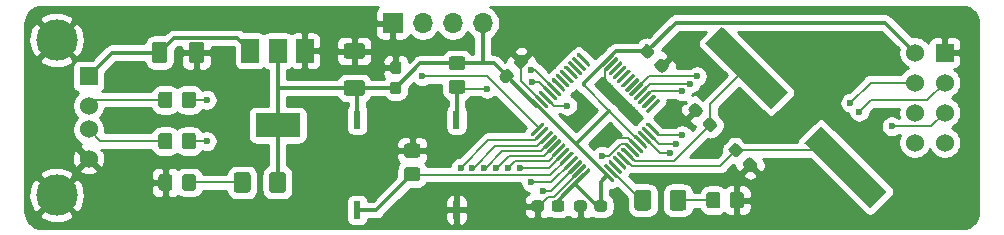
<source format=gtl>
G04 #@! TF.GenerationSoftware,KiCad,Pcbnew,(5.1.10)-1*
G04 #@! TF.CreationDate,2022-03-27T16:46:42+02:00*
G04 #@! TF.ProjectId,LaserAutoSkipper_RX_schematic,4c617365-7241-4757-946f-536b69707065,1*
G04 #@! TF.SameCoordinates,Original*
G04 #@! TF.FileFunction,Copper,L1,Top*
G04 #@! TF.FilePolarity,Positive*
%FSLAX46Y46*%
G04 Gerber Fmt 4.6, Leading zero omitted, Abs format (unit mm)*
G04 Created by KiCad (PCBNEW (5.1.10)-1) date 2022-03-27 16:46:42*
%MOMM*%
%LPD*%
G01*
G04 APERTURE LIST*
G04 #@! TA.AperFunction,ComponentPad*
%ADD10C,1.524000*%
G04 #@! TD*
G04 #@! TA.AperFunction,ComponentPad*
%ADD11R,1.524000X1.524000*%
G04 #@! TD*
G04 #@! TA.AperFunction,ComponentPad*
%ADD12C,3.500000*%
G04 #@! TD*
G04 #@! TA.AperFunction,ComponentPad*
%ADD13O,1.700000X1.700000*%
G04 #@! TD*
G04 #@! TA.AperFunction,ComponentPad*
%ADD14R,1.700000X1.700000*%
G04 #@! TD*
G04 #@! TA.AperFunction,SMDPad,CuDef*
%ADD15C,0.152400*%
G04 #@! TD*
G04 #@! TA.AperFunction,SMDPad,CuDef*
%ADD16R,1.500000X2.000000*%
G04 #@! TD*
G04 #@! TA.AperFunction,SMDPad,CuDef*
%ADD17R,3.800000X2.000000*%
G04 #@! TD*
G04 #@! TA.AperFunction,SMDPad,CuDef*
%ADD18R,0.600000X1.500000*%
G04 #@! TD*
G04 #@! TA.AperFunction,ViaPad*
%ADD19C,0.600000*%
G04 #@! TD*
G04 #@! TA.AperFunction,Conductor*
%ADD20C,0.200000*%
G04 #@! TD*
G04 #@! TA.AperFunction,Conductor*
%ADD21C,0.300000*%
G04 #@! TD*
G04 #@! TA.AperFunction,Conductor*
%ADD22C,0.254000*%
G04 #@! TD*
G04 #@! TA.AperFunction,Conductor*
%ADD23C,0.152400*%
G04 #@! TD*
G04 APERTURE END LIST*
D10*
X60000000Y-71500000D03*
X60000000Y-69000000D03*
X60000000Y-67000000D03*
D11*
X60000000Y-64500000D03*
D12*
X57290000Y-61430000D03*
X57290000Y-74570000D03*
D13*
X93370000Y-60000000D03*
X90830000Y-60000000D03*
X88290000Y-60000000D03*
D14*
X85750000Y-60000000D03*
G04 #@! TA.AperFunction,SMDPad,CuDef*
G36*
G01*
X102475736Y-72525484D02*
X101538820Y-73462400D01*
G75*
G02*
X101432754Y-73462400I-53033J53033D01*
G01*
X101326688Y-73356334D01*
G75*
G02*
X101326688Y-73250268I53033J53033D01*
G01*
X102263604Y-72313352D01*
G75*
G02*
X102369670Y-72313352I53033J-53033D01*
G01*
X102475736Y-72419418D01*
G75*
G02*
X102475736Y-72525484I-53033J-53033D01*
G01*
G37*
G04 #@! TD.AperFunction*
G04 #@! TA.AperFunction,SMDPad,CuDef*
G36*
G01*
X102122182Y-72171930D02*
X101185266Y-73108846D01*
G75*
G02*
X101079200Y-73108846I-53033J53033D01*
G01*
X100973134Y-73002780D01*
G75*
G02*
X100973134Y-72896714I53033J53033D01*
G01*
X101910050Y-71959798D01*
G75*
G02*
X102016116Y-71959798I53033J-53033D01*
G01*
X102122182Y-72065864D01*
G75*
G02*
X102122182Y-72171930I-53033J-53033D01*
G01*
G37*
G04 #@! TD.AperFunction*
G04 #@! TA.AperFunction,SMDPad,CuDef*
G36*
G01*
X101768629Y-71818377D02*
X100831713Y-72755293D01*
G75*
G02*
X100725647Y-72755293I-53033J53033D01*
G01*
X100619581Y-72649227D01*
G75*
G02*
X100619581Y-72543161I53033J53033D01*
G01*
X101556497Y-71606245D01*
G75*
G02*
X101662563Y-71606245I53033J-53033D01*
G01*
X101768629Y-71712311D01*
G75*
G02*
X101768629Y-71818377I-53033J-53033D01*
G01*
G37*
G04 #@! TD.AperFunction*
G04 #@! TA.AperFunction,SMDPad,CuDef*
G36*
G01*
X101415075Y-71464823D02*
X100478159Y-72401739D01*
G75*
G02*
X100372093Y-72401739I-53033J53033D01*
G01*
X100266027Y-72295673D01*
G75*
G02*
X100266027Y-72189607I53033J53033D01*
G01*
X101202943Y-71252691D01*
G75*
G02*
X101309009Y-71252691I53033J-53033D01*
G01*
X101415075Y-71358757D01*
G75*
G02*
X101415075Y-71464823I-53033J-53033D01*
G01*
G37*
G04 #@! TD.AperFunction*
G04 #@! TA.AperFunction,SMDPad,CuDef*
G36*
G01*
X101061522Y-71111270D02*
X100124606Y-72048186D01*
G75*
G02*
X100018540Y-72048186I-53033J53033D01*
G01*
X99912474Y-71942120D01*
G75*
G02*
X99912474Y-71836054I53033J53033D01*
G01*
X100849390Y-70899138D01*
G75*
G02*
X100955456Y-70899138I53033J-53033D01*
G01*
X101061522Y-71005204D01*
G75*
G02*
X101061522Y-71111270I-53033J-53033D01*
G01*
G37*
G04 #@! TD.AperFunction*
G04 #@! TA.AperFunction,SMDPad,CuDef*
G36*
G01*
X100707969Y-70757717D02*
X99771053Y-71694633D01*
G75*
G02*
X99664987Y-71694633I-53033J53033D01*
G01*
X99558921Y-71588567D01*
G75*
G02*
X99558921Y-71482501I53033J53033D01*
G01*
X100495837Y-70545585D01*
G75*
G02*
X100601903Y-70545585I53033J-53033D01*
G01*
X100707969Y-70651651D01*
G75*
G02*
X100707969Y-70757717I-53033J-53033D01*
G01*
G37*
G04 #@! TD.AperFunction*
G04 #@! TA.AperFunction,SMDPad,CuDef*
G36*
G01*
X100354415Y-70404163D02*
X99417499Y-71341079D01*
G75*
G02*
X99311433Y-71341079I-53033J53033D01*
G01*
X99205367Y-71235013D01*
G75*
G02*
X99205367Y-71128947I53033J53033D01*
G01*
X100142283Y-70192031D01*
G75*
G02*
X100248349Y-70192031I53033J-53033D01*
G01*
X100354415Y-70298097D01*
G75*
G02*
X100354415Y-70404163I-53033J-53033D01*
G01*
G37*
G04 #@! TD.AperFunction*
G04 #@! TA.AperFunction,SMDPad,CuDef*
G36*
G01*
X100000862Y-70050610D02*
X99063946Y-70987526D01*
G75*
G02*
X98957880Y-70987526I-53033J53033D01*
G01*
X98851814Y-70881460D01*
G75*
G02*
X98851814Y-70775394I53033J53033D01*
G01*
X99788730Y-69838478D01*
G75*
G02*
X99894796Y-69838478I53033J-53033D01*
G01*
X100000862Y-69944544D01*
G75*
G02*
X100000862Y-70050610I-53033J-53033D01*
G01*
G37*
G04 #@! TD.AperFunction*
G04 #@! TA.AperFunction,SMDPad,CuDef*
G36*
G01*
X99647309Y-69697057D02*
X98710393Y-70633973D01*
G75*
G02*
X98604327Y-70633973I-53033J53033D01*
G01*
X98498261Y-70527907D01*
G75*
G02*
X98498261Y-70421841I53033J53033D01*
G01*
X99435177Y-69484925D01*
G75*
G02*
X99541243Y-69484925I53033J-53033D01*
G01*
X99647309Y-69590991D01*
G75*
G02*
X99647309Y-69697057I-53033J-53033D01*
G01*
G37*
G04 #@! TD.AperFunction*
G04 #@! TA.AperFunction,SMDPad,CuDef*
G36*
G01*
X99293755Y-69343503D02*
X98356839Y-70280419D01*
G75*
G02*
X98250773Y-70280419I-53033J53033D01*
G01*
X98144707Y-70174353D01*
G75*
G02*
X98144707Y-70068287I53033J53033D01*
G01*
X99081623Y-69131371D01*
G75*
G02*
X99187689Y-69131371I53033J-53033D01*
G01*
X99293755Y-69237437D01*
G75*
G02*
X99293755Y-69343503I-53033J-53033D01*
G01*
G37*
G04 #@! TD.AperFunction*
G04 #@! TA.AperFunction,SMDPad,CuDef*
G36*
G01*
X98940202Y-68989950D02*
X98003286Y-69926866D01*
G75*
G02*
X97897220Y-69926866I-53033J53033D01*
G01*
X97791154Y-69820800D01*
G75*
G02*
X97791154Y-69714734I53033J53033D01*
G01*
X98728070Y-68777818D01*
G75*
G02*
X98834136Y-68777818I53033J-53033D01*
G01*
X98940202Y-68883884D01*
G75*
G02*
X98940202Y-68989950I-53033J-53033D01*
G01*
G37*
G04 #@! TD.AperFunction*
G04 #@! TA.AperFunction,SMDPad,CuDef*
G36*
G01*
X98586648Y-68636396D02*
X97649732Y-69573312D01*
G75*
G02*
X97543666Y-69573312I-53033J53033D01*
G01*
X97437600Y-69467246D01*
G75*
G02*
X97437600Y-69361180I53033J53033D01*
G01*
X98374516Y-68424264D01*
G75*
G02*
X98480582Y-68424264I53033J-53033D01*
G01*
X98586648Y-68530330D01*
G75*
G02*
X98586648Y-68636396I-53033J-53033D01*
G01*
G37*
G04 #@! TD.AperFunction*
G04 #@! TA.AperFunction,SMDPad,CuDef*
G36*
G01*
X98586648Y-67469670D02*
X98480582Y-67575736D01*
G75*
G02*
X98374516Y-67575736I-53033J53033D01*
G01*
X97437600Y-66638820D01*
G75*
G02*
X97437600Y-66532754I53033J53033D01*
G01*
X97543666Y-66426688D01*
G75*
G02*
X97649732Y-66426688I53033J-53033D01*
G01*
X98586648Y-67363604D01*
G75*
G02*
X98586648Y-67469670I-53033J-53033D01*
G01*
G37*
G04 #@! TD.AperFunction*
G04 #@! TA.AperFunction,SMDPad,CuDef*
G36*
G01*
X98940202Y-67116116D02*
X98834136Y-67222182D01*
G75*
G02*
X98728070Y-67222182I-53033J53033D01*
G01*
X97791154Y-66285266D01*
G75*
G02*
X97791154Y-66179200I53033J53033D01*
G01*
X97897220Y-66073134D01*
G75*
G02*
X98003286Y-66073134I53033J-53033D01*
G01*
X98940202Y-67010050D01*
G75*
G02*
X98940202Y-67116116I-53033J-53033D01*
G01*
G37*
G04 #@! TD.AperFunction*
G04 #@! TA.AperFunction,SMDPad,CuDef*
G36*
G01*
X99293755Y-66762563D02*
X99187689Y-66868629D01*
G75*
G02*
X99081623Y-66868629I-53033J53033D01*
G01*
X98144707Y-65931713D01*
G75*
G02*
X98144707Y-65825647I53033J53033D01*
G01*
X98250773Y-65719581D01*
G75*
G02*
X98356839Y-65719581I53033J-53033D01*
G01*
X99293755Y-66656497D01*
G75*
G02*
X99293755Y-66762563I-53033J-53033D01*
G01*
G37*
G04 #@! TD.AperFunction*
G04 #@! TA.AperFunction,SMDPad,CuDef*
G36*
G01*
X99647309Y-66409009D02*
X99541243Y-66515075D01*
G75*
G02*
X99435177Y-66515075I-53033J53033D01*
G01*
X98498261Y-65578159D01*
G75*
G02*
X98498261Y-65472093I53033J53033D01*
G01*
X98604327Y-65366027D01*
G75*
G02*
X98710393Y-65366027I53033J-53033D01*
G01*
X99647309Y-66302943D01*
G75*
G02*
X99647309Y-66409009I-53033J-53033D01*
G01*
G37*
G04 #@! TD.AperFunction*
G04 #@! TA.AperFunction,SMDPad,CuDef*
G36*
G01*
X100000862Y-66055456D02*
X99894796Y-66161522D01*
G75*
G02*
X99788730Y-66161522I-53033J53033D01*
G01*
X98851814Y-65224606D01*
G75*
G02*
X98851814Y-65118540I53033J53033D01*
G01*
X98957880Y-65012474D01*
G75*
G02*
X99063946Y-65012474I53033J-53033D01*
G01*
X100000862Y-65949390D01*
G75*
G02*
X100000862Y-66055456I-53033J-53033D01*
G01*
G37*
G04 #@! TD.AperFunction*
G04 #@! TA.AperFunction,SMDPad,CuDef*
G36*
G01*
X100354415Y-65701903D02*
X100248349Y-65807969D01*
G75*
G02*
X100142283Y-65807969I-53033J53033D01*
G01*
X99205367Y-64871053D01*
G75*
G02*
X99205367Y-64764987I53033J53033D01*
G01*
X99311433Y-64658921D01*
G75*
G02*
X99417499Y-64658921I53033J-53033D01*
G01*
X100354415Y-65595837D01*
G75*
G02*
X100354415Y-65701903I-53033J-53033D01*
G01*
G37*
G04 #@! TD.AperFunction*
G04 #@! TA.AperFunction,SMDPad,CuDef*
G36*
G01*
X100707969Y-65348349D02*
X100601903Y-65454415D01*
G75*
G02*
X100495837Y-65454415I-53033J53033D01*
G01*
X99558921Y-64517499D01*
G75*
G02*
X99558921Y-64411433I53033J53033D01*
G01*
X99664987Y-64305367D01*
G75*
G02*
X99771053Y-64305367I53033J-53033D01*
G01*
X100707969Y-65242283D01*
G75*
G02*
X100707969Y-65348349I-53033J-53033D01*
G01*
G37*
G04 #@! TD.AperFunction*
G04 #@! TA.AperFunction,SMDPad,CuDef*
G36*
G01*
X101061522Y-64994796D02*
X100955456Y-65100862D01*
G75*
G02*
X100849390Y-65100862I-53033J53033D01*
G01*
X99912474Y-64163946D01*
G75*
G02*
X99912474Y-64057880I53033J53033D01*
G01*
X100018540Y-63951814D01*
G75*
G02*
X100124606Y-63951814I53033J-53033D01*
G01*
X101061522Y-64888730D01*
G75*
G02*
X101061522Y-64994796I-53033J-53033D01*
G01*
G37*
G04 #@! TD.AperFunction*
G04 #@! TA.AperFunction,SMDPad,CuDef*
G36*
G01*
X101415075Y-64641243D02*
X101309009Y-64747309D01*
G75*
G02*
X101202943Y-64747309I-53033J53033D01*
G01*
X100266027Y-63810393D01*
G75*
G02*
X100266027Y-63704327I53033J53033D01*
G01*
X100372093Y-63598261D01*
G75*
G02*
X100478159Y-63598261I53033J-53033D01*
G01*
X101415075Y-64535177D01*
G75*
G02*
X101415075Y-64641243I-53033J-53033D01*
G01*
G37*
G04 #@! TD.AperFunction*
G04 #@! TA.AperFunction,SMDPad,CuDef*
G36*
G01*
X101768629Y-64287689D02*
X101662563Y-64393755D01*
G75*
G02*
X101556497Y-64393755I-53033J53033D01*
G01*
X100619581Y-63456839D01*
G75*
G02*
X100619581Y-63350773I53033J53033D01*
G01*
X100725647Y-63244707D01*
G75*
G02*
X100831713Y-63244707I53033J-53033D01*
G01*
X101768629Y-64181623D01*
G75*
G02*
X101768629Y-64287689I-53033J-53033D01*
G01*
G37*
G04 #@! TD.AperFunction*
G04 #@! TA.AperFunction,SMDPad,CuDef*
G36*
G01*
X102122182Y-63934136D02*
X102016116Y-64040202D01*
G75*
G02*
X101910050Y-64040202I-53033J53033D01*
G01*
X100973134Y-63103286D01*
G75*
G02*
X100973134Y-62997220I53033J53033D01*
G01*
X101079200Y-62891154D01*
G75*
G02*
X101185266Y-62891154I53033J-53033D01*
G01*
X102122182Y-63828070D01*
G75*
G02*
X102122182Y-63934136I-53033J-53033D01*
G01*
G37*
G04 #@! TD.AperFunction*
G04 #@! TA.AperFunction,SMDPad,CuDef*
G36*
G01*
X102475736Y-63580582D02*
X102369670Y-63686648D01*
G75*
G02*
X102263604Y-63686648I-53033J53033D01*
G01*
X101326688Y-62749732D01*
G75*
G02*
X101326688Y-62643666I53033J53033D01*
G01*
X101432754Y-62537600D01*
G75*
G02*
X101538820Y-62537600I53033J-53033D01*
G01*
X102475736Y-63474516D01*
G75*
G02*
X102475736Y-63580582I-53033J-53033D01*
G01*
G37*
G04 #@! TD.AperFunction*
G04 #@! TA.AperFunction,SMDPad,CuDef*
G36*
G01*
X104473312Y-62749732D02*
X103536396Y-63686648D01*
G75*
G02*
X103430330Y-63686648I-53033J53033D01*
G01*
X103324264Y-63580582D01*
G75*
G02*
X103324264Y-63474516I53033J53033D01*
G01*
X104261180Y-62537600D01*
G75*
G02*
X104367246Y-62537600I53033J-53033D01*
G01*
X104473312Y-62643666D01*
G75*
G02*
X104473312Y-62749732I-53033J-53033D01*
G01*
G37*
G04 #@! TD.AperFunction*
G04 #@! TA.AperFunction,SMDPad,CuDef*
G36*
G01*
X104826866Y-63103286D02*
X103889950Y-64040202D01*
G75*
G02*
X103783884Y-64040202I-53033J53033D01*
G01*
X103677818Y-63934136D01*
G75*
G02*
X103677818Y-63828070I53033J53033D01*
G01*
X104614734Y-62891154D01*
G75*
G02*
X104720800Y-62891154I53033J-53033D01*
G01*
X104826866Y-62997220D01*
G75*
G02*
X104826866Y-63103286I-53033J-53033D01*
G01*
G37*
G04 #@! TD.AperFunction*
G04 #@! TA.AperFunction,SMDPad,CuDef*
G36*
G01*
X105180419Y-63456839D02*
X104243503Y-64393755D01*
G75*
G02*
X104137437Y-64393755I-53033J53033D01*
G01*
X104031371Y-64287689D01*
G75*
G02*
X104031371Y-64181623I53033J53033D01*
G01*
X104968287Y-63244707D01*
G75*
G02*
X105074353Y-63244707I53033J-53033D01*
G01*
X105180419Y-63350773D01*
G75*
G02*
X105180419Y-63456839I-53033J-53033D01*
G01*
G37*
G04 #@! TD.AperFunction*
G04 #@! TA.AperFunction,SMDPad,CuDef*
G36*
G01*
X105533973Y-63810393D02*
X104597057Y-64747309D01*
G75*
G02*
X104490991Y-64747309I-53033J53033D01*
G01*
X104384925Y-64641243D01*
G75*
G02*
X104384925Y-64535177I53033J53033D01*
G01*
X105321841Y-63598261D01*
G75*
G02*
X105427907Y-63598261I53033J-53033D01*
G01*
X105533973Y-63704327D01*
G75*
G02*
X105533973Y-63810393I-53033J-53033D01*
G01*
G37*
G04 #@! TD.AperFunction*
G04 #@! TA.AperFunction,SMDPad,CuDef*
G36*
G01*
X105887526Y-64163946D02*
X104950610Y-65100862D01*
G75*
G02*
X104844544Y-65100862I-53033J53033D01*
G01*
X104738478Y-64994796D01*
G75*
G02*
X104738478Y-64888730I53033J53033D01*
G01*
X105675394Y-63951814D01*
G75*
G02*
X105781460Y-63951814I53033J-53033D01*
G01*
X105887526Y-64057880D01*
G75*
G02*
X105887526Y-64163946I-53033J-53033D01*
G01*
G37*
G04 #@! TD.AperFunction*
G04 #@! TA.AperFunction,SMDPad,CuDef*
G36*
G01*
X106241079Y-64517499D02*
X105304163Y-65454415D01*
G75*
G02*
X105198097Y-65454415I-53033J53033D01*
G01*
X105092031Y-65348349D01*
G75*
G02*
X105092031Y-65242283I53033J53033D01*
G01*
X106028947Y-64305367D01*
G75*
G02*
X106135013Y-64305367I53033J-53033D01*
G01*
X106241079Y-64411433D01*
G75*
G02*
X106241079Y-64517499I-53033J-53033D01*
G01*
G37*
G04 #@! TD.AperFunction*
G04 #@! TA.AperFunction,SMDPad,CuDef*
G36*
G01*
X106594633Y-64871053D02*
X105657717Y-65807969D01*
G75*
G02*
X105551651Y-65807969I-53033J53033D01*
G01*
X105445585Y-65701903D01*
G75*
G02*
X105445585Y-65595837I53033J53033D01*
G01*
X106382501Y-64658921D01*
G75*
G02*
X106488567Y-64658921I53033J-53033D01*
G01*
X106594633Y-64764987D01*
G75*
G02*
X106594633Y-64871053I-53033J-53033D01*
G01*
G37*
G04 #@! TD.AperFunction*
G04 #@! TA.AperFunction,SMDPad,CuDef*
G36*
G01*
X106948186Y-65224606D02*
X106011270Y-66161522D01*
G75*
G02*
X105905204Y-66161522I-53033J53033D01*
G01*
X105799138Y-66055456D01*
G75*
G02*
X105799138Y-65949390I53033J53033D01*
G01*
X106736054Y-65012474D01*
G75*
G02*
X106842120Y-65012474I53033J-53033D01*
G01*
X106948186Y-65118540D01*
G75*
G02*
X106948186Y-65224606I-53033J-53033D01*
G01*
G37*
G04 #@! TD.AperFunction*
G04 #@! TA.AperFunction,SMDPad,CuDef*
G36*
G01*
X107301739Y-65578159D02*
X106364823Y-66515075D01*
G75*
G02*
X106258757Y-66515075I-53033J53033D01*
G01*
X106152691Y-66409009D01*
G75*
G02*
X106152691Y-66302943I53033J53033D01*
G01*
X107089607Y-65366027D01*
G75*
G02*
X107195673Y-65366027I53033J-53033D01*
G01*
X107301739Y-65472093D01*
G75*
G02*
X107301739Y-65578159I-53033J-53033D01*
G01*
G37*
G04 #@! TD.AperFunction*
G04 #@! TA.AperFunction,SMDPad,CuDef*
G36*
G01*
X107655293Y-65931713D02*
X106718377Y-66868629D01*
G75*
G02*
X106612311Y-66868629I-53033J53033D01*
G01*
X106506245Y-66762563D01*
G75*
G02*
X106506245Y-66656497I53033J53033D01*
G01*
X107443161Y-65719581D01*
G75*
G02*
X107549227Y-65719581I53033J-53033D01*
G01*
X107655293Y-65825647D01*
G75*
G02*
X107655293Y-65931713I-53033J-53033D01*
G01*
G37*
G04 #@! TD.AperFunction*
G04 #@! TA.AperFunction,SMDPad,CuDef*
G36*
G01*
X108008846Y-66285266D02*
X107071930Y-67222182D01*
G75*
G02*
X106965864Y-67222182I-53033J53033D01*
G01*
X106859798Y-67116116D01*
G75*
G02*
X106859798Y-67010050I53033J53033D01*
G01*
X107796714Y-66073134D01*
G75*
G02*
X107902780Y-66073134I53033J-53033D01*
G01*
X108008846Y-66179200D01*
G75*
G02*
X108008846Y-66285266I-53033J-53033D01*
G01*
G37*
G04 #@! TD.AperFunction*
G04 #@! TA.AperFunction,SMDPad,CuDef*
G36*
G01*
X108362400Y-66638820D02*
X107425484Y-67575736D01*
G75*
G02*
X107319418Y-67575736I-53033J53033D01*
G01*
X107213352Y-67469670D01*
G75*
G02*
X107213352Y-67363604I53033J53033D01*
G01*
X108150268Y-66426688D01*
G75*
G02*
X108256334Y-66426688I53033J-53033D01*
G01*
X108362400Y-66532754D01*
G75*
G02*
X108362400Y-66638820I-53033J-53033D01*
G01*
G37*
G04 #@! TD.AperFunction*
G04 #@! TA.AperFunction,SMDPad,CuDef*
G36*
G01*
X108362400Y-69467246D02*
X108256334Y-69573312D01*
G75*
G02*
X108150268Y-69573312I-53033J53033D01*
G01*
X107213352Y-68636396D01*
G75*
G02*
X107213352Y-68530330I53033J53033D01*
G01*
X107319418Y-68424264D01*
G75*
G02*
X107425484Y-68424264I53033J-53033D01*
G01*
X108362400Y-69361180D01*
G75*
G02*
X108362400Y-69467246I-53033J-53033D01*
G01*
G37*
G04 #@! TD.AperFunction*
G04 #@! TA.AperFunction,SMDPad,CuDef*
G36*
G01*
X108008846Y-69820800D02*
X107902780Y-69926866D01*
G75*
G02*
X107796714Y-69926866I-53033J53033D01*
G01*
X106859798Y-68989950D01*
G75*
G02*
X106859798Y-68883884I53033J53033D01*
G01*
X106965864Y-68777818D01*
G75*
G02*
X107071930Y-68777818I53033J-53033D01*
G01*
X108008846Y-69714734D01*
G75*
G02*
X108008846Y-69820800I-53033J-53033D01*
G01*
G37*
G04 #@! TD.AperFunction*
G04 #@! TA.AperFunction,SMDPad,CuDef*
G36*
G01*
X107655293Y-70174353D02*
X107549227Y-70280419D01*
G75*
G02*
X107443161Y-70280419I-53033J53033D01*
G01*
X106506245Y-69343503D01*
G75*
G02*
X106506245Y-69237437I53033J53033D01*
G01*
X106612311Y-69131371D01*
G75*
G02*
X106718377Y-69131371I53033J-53033D01*
G01*
X107655293Y-70068287D01*
G75*
G02*
X107655293Y-70174353I-53033J-53033D01*
G01*
G37*
G04 #@! TD.AperFunction*
G04 #@! TA.AperFunction,SMDPad,CuDef*
G36*
G01*
X107301739Y-70527907D02*
X107195673Y-70633973D01*
G75*
G02*
X107089607Y-70633973I-53033J53033D01*
G01*
X106152691Y-69697057D01*
G75*
G02*
X106152691Y-69590991I53033J53033D01*
G01*
X106258757Y-69484925D01*
G75*
G02*
X106364823Y-69484925I53033J-53033D01*
G01*
X107301739Y-70421841D01*
G75*
G02*
X107301739Y-70527907I-53033J-53033D01*
G01*
G37*
G04 #@! TD.AperFunction*
G04 #@! TA.AperFunction,SMDPad,CuDef*
G36*
G01*
X106948186Y-70881460D02*
X106842120Y-70987526D01*
G75*
G02*
X106736054Y-70987526I-53033J53033D01*
G01*
X105799138Y-70050610D01*
G75*
G02*
X105799138Y-69944544I53033J53033D01*
G01*
X105905204Y-69838478D01*
G75*
G02*
X106011270Y-69838478I53033J-53033D01*
G01*
X106948186Y-70775394D01*
G75*
G02*
X106948186Y-70881460I-53033J-53033D01*
G01*
G37*
G04 #@! TD.AperFunction*
G04 #@! TA.AperFunction,SMDPad,CuDef*
G36*
G01*
X106594633Y-71235013D02*
X106488567Y-71341079D01*
G75*
G02*
X106382501Y-71341079I-53033J53033D01*
G01*
X105445585Y-70404163D01*
G75*
G02*
X105445585Y-70298097I53033J53033D01*
G01*
X105551651Y-70192031D01*
G75*
G02*
X105657717Y-70192031I53033J-53033D01*
G01*
X106594633Y-71128947D01*
G75*
G02*
X106594633Y-71235013I-53033J-53033D01*
G01*
G37*
G04 #@! TD.AperFunction*
G04 #@! TA.AperFunction,SMDPad,CuDef*
G36*
G01*
X106241079Y-71588567D02*
X106135013Y-71694633D01*
G75*
G02*
X106028947Y-71694633I-53033J53033D01*
G01*
X105092031Y-70757717D01*
G75*
G02*
X105092031Y-70651651I53033J53033D01*
G01*
X105198097Y-70545585D01*
G75*
G02*
X105304163Y-70545585I53033J-53033D01*
G01*
X106241079Y-71482501D01*
G75*
G02*
X106241079Y-71588567I-53033J-53033D01*
G01*
G37*
G04 #@! TD.AperFunction*
G04 #@! TA.AperFunction,SMDPad,CuDef*
G36*
G01*
X105887526Y-71942120D02*
X105781460Y-72048186D01*
G75*
G02*
X105675394Y-72048186I-53033J53033D01*
G01*
X104738478Y-71111270D01*
G75*
G02*
X104738478Y-71005204I53033J53033D01*
G01*
X104844544Y-70899138D01*
G75*
G02*
X104950610Y-70899138I53033J-53033D01*
G01*
X105887526Y-71836054D01*
G75*
G02*
X105887526Y-71942120I-53033J-53033D01*
G01*
G37*
G04 #@! TD.AperFunction*
G04 #@! TA.AperFunction,SMDPad,CuDef*
G36*
G01*
X105533973Y-72295673D02*
X105427907Y-72401739D01*
G75*
G02*
X105321841Y-72401739I-53033J53033D01*
G01*
X104384925Y-71464823D01*
G75*
G02*
X104384925Y-71358757I53033J53033D01*
G01*
X104490991Y-71252691D01*
G75*
G02*
X104597057Y-71252691I53033J-53033D01*
G01*
X105533973Y-72189607D01*
G75*
G02*
X105533973Y-72295673I-53033J-53033D01*
G01*
G37*
G04 #@! TD.AperFunction*
G04 #@! TA.AperFunction,SMDPad,CuDef*
G36*
G01*
X105180419Y-72649227D02*
X105074353Y-72755293D01*
G75*
G02*
X104968287Y-72755293I-53033J53033D01*
G01*
X104031371Y-71818377D01*
G75*
G02*
X104031371Y-71712311I53033J53033D01*
G01*
X104137437Y-71606245D01*
G75*
G02*
X104243503Y-71606245I53033J-53033D01*
G01*
X105180419Y-72543161D01*
G75*
G02*
X105180419Y-72649227I-53033J-53033D01*
G01*
G37*
G04 #@! TD.AperFunction*
G04 #@! TA.AperFunction,SMDPad,CuDef*
G36*
G01*
X104826866Y-73002780D02*
X104720800Y-73108846D01*
G75*
G02*
X104614734Y-73108846I-53033J53033D01*
G01*
X103677818Y-72171930D01*
G75*
G02*
X103677818Y-72065864I53033J53033D01*
G01*
X103783884Y-71959798D01*
G75*
G02*
X103889950Y-71959798I53033J-53033D01*
G01*
X104826866Y-72896714D01*
G75*
G02*
X104826866Y-73002780I-53033J-53033D01*
G01*
G37*
G04 #@! TD.AperFunction*
G04 #@! TA.AperFunction,SMDPad,CuDef*
G36*
G01*
X104473312Y-73356334D02*
X104367246Y-73462400D01*
G75*
G02*
X104261180Y-73462400I-53033J53033D01*
G01*
X103324264Y-72525484D01*
G75*
G02*
X103324264Y-72419418I53033J53033D01*
G01*
X103430330Y-72313352D01*
G75*
G02*
X103536396Y-72313352I53033J-53033D01*
G01*
X104473312Y-73250268D01*
G75*
G02*
X104473312Y-73356334I-53033J-53033D01*
G01*
G37*
G04 #@! TD.AperFunction*
D10*
X129960000Y-70120000D03*
X132500000Y-70120000D03*
X129960000Y-67580000D03*
X132500000Y-67580000D03*
X129960000Y-65040000D03*
X132500000Y-65040000D03*
X129960000Y-62500000D03*
D11*
X132500000Y-62500000D03*
G04 #@! TA.AperFunction,SMDPad,CuDef*
G36*
G01*
X75275000Y-74125000D02*
X75275000Y-72875000D01*
G75*
G02*
X75525000Y-72625000I250000J0D01*
G01*
X76450000Y-72625000D01*
G75*
G02*
X76700000Y-72875000I0J-250000D01*
G01*
X76700000Y-74125000D01*
G75*
G02*
X76450000Y-74375000I-250000J0D01*
G01*
X75525000Y-74375000D01*
G75*
G02*
X75275000Y-74125000I0J250000D01*
G01*
G37*
G04 #@! TD.AperFunction*
G04 #@! TA.AperFunction,SMDPad,CuDef*
G36*
G01*
X72300000Y-74125000D02*
X72300000Y-72875000D01*
G75*
G02*
X72550000Y-72625000I250000J0D01*
G01*
X73475000Y-72625000D01*
G75*
G02*
X73725000Y-72875000I0J-250000D01*
G01*
X73725000Y-74125000D01*
G75*
G02*
X73475000Y-74375000I-250000J0D01*
G01*
X72550000Y-74375000D01*
G75*
G02*
X72300000Y-74125000I0J250000D01*
G01*
G37*
G04 #@! TD.AperFunction*
G04 #@! TA.AperFunction,SMDPad,CuDef*
G36*
G01*
X107637500Y-74375000D02*
X107637500Y-75625000D01*
G75*
G02*
X107387500Y-75875000I-250000J0D01*
G01*
X106462500Y-75875000D01*
G75*
G02*
X106212500Y-75625000I0J250000D01*
G01*
X106212500Y-74375000D01*
G75*
G02*
X106462500Y-74125000I250000J0D01*
G01*
X107387500Y-74125000D01*
G75*
G02*
X107637500Y-74375000I0J-250000D01*
G01*
G37*
G04 #@! TD.AperFunction*
G04 #@! TA.AperFunction,SMDPad,CuDef*
G36*
G01*
X110612500Y-74375000D02*
X110612500Y-75625000D01*
G75*
G02*
X110362500Y-75875000I-250000J0D01*
G01*
X109437500Y-75875000D01*
G75*
G02*
X109187500Y-75625000I0J250000D01*
G01*
X109187500Y-74375000D01*
G75*
G02*
X109437500Y-74125000I250000J0D01*
G01*
X110362500Y-74125000D01*
G75*
G02*
X110612500Y-74375000I0J-250000D01*
G01*
G37*
G04 #@! TD.AperFunction*
G04 #@! TA.AperFunction,SMDPad,CuDef*
G36*
G01*
X67100000Y-73049999D02*
X67100000Y-73950001D01*
G75*
G02*
X66850001Y-74200000I-249999J0D01*
G01*
X66149999Y-74200000D01*
G75*
G02*
X65900000Y-73950001I0J249999D01*
G01*
X65900000Y-73049999D01*
G75*
G02*
X66149999Y-72800000I249999J0D01*
G01*
X66850001Y-72800000D01*
G75*
G02*
X67100000Y-73049999I0J-249999D01*
G01*
G37*
G04 #@! TD.AperFunction*
G04 #@! TA.AperFunction,SMDPad,CuDef*
G36*
G01*
X69100000Y-73049999D02*
X69100000Y-73950001D01*
G75*
G02*
X68850001Y-74200000I-249999J0D01*
G01*
X68149999Y-74200000D01*
G75*
G02*
X67900000Y-73950001I0J249999D01*
G01*
X67900000Y-73049999D01*
G75*
G02*
X68149999Y-72800000I249999J0D01*
G01*
X68850001Y-72800000D01*
G75*
G02*
X69100000Y-73049999I0J-249999D01*
G01*
G37*
G04 #@! TD.AperFunction*
G04 #@! TA.AperFunction,SMDPad,CuDef*
D15*
G36*
X119192893Y-65878679D02*
G01*
X117778679Y-67292893D01*
X112210213Y-61724427D01*
X113624427Y-60310213D01*
X119192893Y-65878679D01*
G37*
G04 #@! TD.AperFunction*
G04 #@! TA.AperFunction,SMDPad,CuDef*
G36*
X127589787Y-74275573D02*
G01*
X126175573Y-75689787D01*
X120607107Y-70121321D01*
X122021321Y-68707107D01*
X127589787Y-74275573D01*
G37*
G04 #@! TD.AperFunction*
D16*
X78300000Y-62350000D03*
X73700000Y-62350000D03*
X76000000Y-62350000D03*
D17*
X76000000Y-68650000D03*
D18*
X82750000Y-75825000D03*
X82750000Y-68175000D03*
X91150000Y-75825000D03*
X91150000Y-68175000D03*
G04 #@! TA.AperFunction,SMDPad,CuDef*
G36*
G01*
X90749999Y-64800000D02*
X91650001Y-64800000D01*
G75*
G02*
X91900000Y-65049999I0J-249999D01*
G01*
X91900000Y-65750001D01*
G75*
G02*
X91650001Y-66000000I-249999J0D01*
G01*
X90749999Y-66000000D01*
G75*
G02*
X90500000Y-65750001I0J249999D01*
G01*
X90500000Y-65049999D01*
G75*
G02*
X90749999Y-64800000I249999J0D01*
G01*
G37*
G04 #@! TD.AperFunction*
G04 #@! TA.AperFunction,SMDPad,CuDef*
G36*
G01*
X90749999Y-62800000D02*
X91650001Y-62800000D01*
G75*
G02*
X91900000Y-63049999I0J-249999D01*
G01*
X91900000Y-63750001D01*
G75*
G02*
X91650001Y-64000000I-249999J0D01*
G01*
X90749999Y-64000000D01*
G75*
G02*
X90500000Y-63750001I0J249999D01*
G01*
X90500000Y-63049999D01*
G75*
G02*
X90749999Y-62800000I249999J0D01*
G01*
G37*
G04 #@! TD.AperFunction*
G04 #@! TA.AperFunction,SMDPad,CuDef*
G36*
G01*
X114300000Y-75450001D02*
X114300000Y-74549999D01*
G75*
G02*
X114549999Y-74300000I249999J0D01*
G01*
X115250001Y-74300000D01*
G75*
G02*
X115500000Y-74549999I0J-249999D01*
G01*
X115500000Y-75450001D01*
G75*
G02*
X115250001Y-75700000I-249999J0D01*
G01*
X114549999Y-75700000D01*
G75*
G02*
X114300000Y-75450001I0J249999D01*
G01*
G37*
G04 #@! TD.AperFunction*
G04 #@! TA.AperFunction,SMDPad,CuDef*
G36*
G01*
X112300000Y-75450001D02*
X112300000Y-74549999D01*
G75*
G02*
X112549999Y-74300000I249999J0D01*
G01*
X113250001Y-74300000D01*
G75*
G02*
X113500000Y-74549999I0J-249999D01*
G01*
X113500000Y-75450001D01*
G75*
G02*
X113250001Y-75700000I-249999J0D01*
G01*
X112549999Y-75700000D01*
G75*
G02*
X112300000Y-75450001I0J249999D01*
G01*
G37*
G04 #@! TD.AperFunction*
G04 #@! TA.AperFunction,SMDPad,CuDef*
G36*
G01*
X87850001Y-71400000D02*
X86949999Y-71400000D01*
G75*
G02*
X86700000Y-71150001I0J249999D01*
G01*
X86700000Y-70449999D01*
G75*
G02*
X86949999Y-70200000I249999J0D01*
G01*
X87850001Y-70200000D01*
G75*
G02*
X88100000Y-70449999I0J-249999D01*
G01*
X88100000Y-71150001D01*
G75*
G02*
X87850001Y-71400000I-249999J0D01*
G01*
G37*
G04 #@! TD.AperFunction*
G04 #@! TA.AperFunction,SMDPad,CuDef*
G36*
G01*
X87850001Y-73400000D02*
X86949999Y-73400000D01*
G75*
G02*
X86700000Y-73150001I0J249999D01*
G01*
X86700000Y-72449999D01*
G75*
G02*
X86949999Y-72200000I249999J0D01*
G01*
X87850001Y-72200000D01*
G75*
G02*
X88100000Y-72449999I0J-249999D01*
G01*
X88100000Y-73150001D01*
G75*
G02*
X87850001Y-73400000I-249999J0D01*
G01*
G37*
G04 #@! TD.AperFunction*
G04 #@! TA.AperFunction,SMDPad,CuDef*
G36*
G01*
X67100000Y-66049999D02*
X67100000Y-66950001D01*
G75*
G02*
X66850001Y-67200000I-249999J0D01*
G01*
X66149999Y-67200000D01*
G75*
G02*
X65900000Y-66950001I0J249999D01*
G01*
X65900000Y-66049999D01*
G75*
G02*
X66149999Y-65800000I249999J0D01*
G01*
X66850001Y-65800000D01*
G75*
G02*
X67100000Y-66049999I0J-249999D01*
G01*
G37*
G04 #@! TD.AperFunction*
G04 #@! TA.AperFunction,SMDPad,CuDef*
G36*
G01*
X69100000Y-66049999D02*
X69100000Y-66950001D01*
G75*
G02*
X68850001Y-67200000I-249999J0D01*
G01*
X68149999Y-67200000D01*
G75*
G02*
X67900000Y-66950001I0J249999D01*
G01*
X67900000Y-66049999D01*
G75*
G02*
X68149999Y-65800000I249999J0D01*
G01*
X68850001Y-65800000D01*
G75*
G02*
X69100000Y-66049999I0J-249999D01*
G01*
G37*
G04 #@! TD.AperFunction*
G04 #@! TA.AperFunction,SMDPad,CuDef*
G36*
G01*
X67100000Y-69549999D02*
X67100000Y-70450001D01*
G75*
G02*
X66850001Y-70700000I-249999J0D01*
G01*
X66149999Y-70700000D01*
G75*
G02*
X65900000Y-70450001I0J249999D01*
G01*
X65900000Y-69549999D01*
G75*
G02*
X66149999Y-69300000I249999J0D01*
G01*
X66850001Y-69300000D01*
G75*
G02*
X67100000Y-69549999I0J-249999D01*
G01*
G37*
G04 #@! TD.AperFunction*
G04 #@! TA.AperFunction,SMDPad,CuDef*
G36*
G01*
X69100000Y-69549999D02*
X69100000Y-70450001D01*
G75*
G02*
X68850001Y-70700000I-249999J0D01*
G01*
X68149999Y-70700000D01*
G75*
G02*
X67900000Y-70450001I0J249999D01*
G01*
X67900000Y-69549999D01*
G75*
G02*
X68149999Y-69300000I249999J0D01*
G01*
X68850001Y-69300000D01*
G75*
G02*
X69100000Y-69549999I0J-249999D01*
G01*
G37*
G04 #@! TD.AperFunction*
G04 #@! TA.AperFunction,SMDPad,CuDef*
G36*
G01*
X111938128Y-67602252D02*
X111602252Y-67938128D01*
G75*
G02*
X111266376Y-67938128I-167938J167938D01*
G01*
X110842112Y-67513864D01*
G75*
G02*
X110842112Y-67177988I167938J167938D01*
G01*
X111177988Y-66842112D01*
G75*
G02*
X111513864Y-66842112I167938J-167938D01*
G01*
X111938128Y-67266376D01*
G75*
G02*
X111938128Y-67602252I-167938J-167938D01*
G01*
G37*
G04 #@! TD.AperFunction*
G04 #@! TA.AperFunction,SMDPad,CuDef*
G36*
G01*
X113157888Y-68822012D02*
X112822012Y-69157888D01*
G75*
G02*
X112486136Y-69157888I-167938J167938D01*
G01*
X112061872Y-68733624D01*
G75*
G02*
X112061872Y-68397748I167938J167938D01*
G01*
X112397748Y-68061872D01*
G75*
G02*
X112733624Y-68061872I167938J-167938D01*
G01*
X113157888Y-68486136D01*
G75*
G02*
X113157888Y-68822012I-167938J-167938D01*
G01*
G37*
G04 #@! TD.AperFunction*
G04 #@! TA.AperFunction,SMDPad,CuDef*
G36*
G01*
X115451992Y-71787868D02*
X115787868Y-71451992D01*
G75*
G02*
X116123744Y-71451992I167938J-167938D01*
G01*
X116548008Y-71876256D01*
G75*
G02*
X116548008Y-72212132I-167938J-167938D01*
G01*
X116212132Y-72548008D01*
G75*
G02*
X115876256Y-72548008I-167938J167938D01*
G01*
X115451992Y-72123744D01*
G75*
G02*
X115451992Y-71787868I167938J167938D01*
G01*
G37*
G04 #@! TD.AperFunction*
G04 #@! TA.AperFunction,SMDPad,CuDef*
G36*
G01*
X114232232Y-70568108D02*
X114568108Y-70232232D01*
G75*
G02*
X114903984Y-70232232I167938J-167938D01*
G01*
X115328248Y-70656496D01*
G75*
G02*
X115328248Y-70992372I-167938J-167938D01*
G01*
X114992372Y-71328248D01*
G75*
G02*
X114656496Y-71328248I-167938J167938D01*
G01*
X114232232Y-70903984D01*
G75*
G02*
X114232232Y-70568108I167938J167938D01*
G01*
G37*
G04 #@! TD.AperFunction*
G04 #@! TA.AperFunction,SMDPad,CuDef*
G36*
G01*
X102175000Y-75262500D02*
X102175000Y-75737500D01*
G75*
G02*
X101937500Y-75975000I-237500J0D01*
G01*
X101337500Y-75975000D01*
G75*
G02*
X101100000Y-75737500I0J237500D01*
G01*
X101100000Y-75262500D01*
G75*
G02*
X101337500Y-75025000I237500J0D01*
G01*
X101937500Y-75025000D01*
G75*
G02*
X102175000Y-75262500I0J-237500D01*
G01*
G37*
G04 #@! TD.AperFunction*
G04 #@! TA.AperFunction,SMDPad,CuDef*
G36*
G01*
X103900000Y-75262500D02*
X103900000Y-75737500D01*
G75*
G02*
X103662500Y-75975000I-237500J0D01*
G01*
X103062500Y-75975000D01*
G75*
G02*
X102825000Y-75737500I0J237500D01*
G01*
X102825000Y-75262500D01*
G75*
G02*
X103062500Y-75025000I237500J0D01*
G01*
X103662500Y-75025000D01*
G75*
G02*
X103900000Y-75262500I0J-237500D01*
G01*
G37*
G04 #@! TD.AperFunction*
G04 #@! TA.AperFunction,SMDPad,CuDef*
G36*
G01*
X107961872Y-63397748D02*
X108297748Y-63061872D01*
G75*
G02*
X108633624Y-63061872I167938J-167938D01*
G01*
X109057888Y-63486136D01*
G75*
G02*
X109057888Y-63822012I-167938J-167938D01*
G01*
X108722012Y-64157888D01*
G75*
G02*
X108386136Y-64157888I-167938J167938D01*
G01*
X107961872Y-63733624D01*
G75*
G02*
X107961872Y-63397748I167938J167938D01*
G01*
G37*
G04 #@! TD.AperFunction*
G04 #@! TA.AperFunction,SMDPad,CuDef*
G36*
G01*
X106742112Y-62177988D02*
X107077988Y-61842112D01*
G75*
G02*
X107413864Y-61842112I167938J-167938D01*
G01*
X107838128Y-62266376D01*
G75*
G02*
X107838128Y-62602252I-167938J-167938D01*
G01*
X107502252Y-62938128D01*
G75*
G02*
X107166376Y-62938128I-167938J167938D01*
G01*
X106742112Y-62513864D01*
G75*
G02*
X106742112Y-62177988I167938J167938D01*
G01*
G37*
G04 #@! TD.AperFunction*
G04 #@! TA.AperFunction,SMDPad,CuDef*
G36*
G01*
X98562499Y-75262500D02*
X98562499Y-75737500D01*
G75*
G02*
X98324999Y-75975000I-237500J0D01*
G01*
X97724999Y-75975000D01*
G75*
G02*
X97487499Y-75737500I0J237500D01*
G01*
X97487499Y-75262500D01*
G75*
G02*
X97724999Y-75025000I237500J0D01*
G01*
X98324999Y-75025000D01*
G75*
G02*
X98562499Y-75262500I0J-237500D01*
G01*
G37*
G04 #@! TD.AperFunction*
G04 #@! TA.AperFunction,SMDPad,CuDef*
G36*
G01*
X100287499Y-75262500D02*
X100287499Y-75737500D01*
G75*
G02*
X100049999Y-75975000I-237500J0D01*
G01*
X99449999Y-75975000D01*
G75*
G02*
X99212499Y-75737500I0J237500D01*
G01*
X99212499Y-75262500D01*
G75*
G02*
X99449999Y-75025000I237500J0D01*
G01*
X100049999Y-75025000D01*
G75*
G02*
X100287499Y-75262500I0J-237500D01*
G01*
G37*
G04 #@! TD.AperFunction*
G04 #@! TA.AperFunction,SMDPad,CuDef*
G36*
G01*
X96407628Y-63828248D02*
X96071752Y-63492372D01*
G75*
G02*
X96071752Y-63156496I167938J167938D01*
G01*
X96496016Y-62732232D01*
G75*
G02*
X96831892Y-62732232I167938J-167938D01*
G01*
X97167768Y-63068108D01*
G75*
G02*
X97167768Y-63403984I-167938J-167938D01*
G01*
X96743504Y-63828248D01*
G75*
G02*
X96407628Y-63828248I-167938J167938D01*
G01*
G37*
G04 #@! TD.AperFunction*
G04 #@! TA.AperFunction,SMDPad,CuDef*
G36*
G01*
X95187868Y-65048008D02*
X94851992Y-64712132D01*
G75*
G02*
X94851992Y-64376256I167938J167938D01*
G01*
X95276256Y-63951992D01*
G75*
G02*
X95612132Y-63951992I167938J-167938D01*
G01*
X95948008Y-64287868D01*
G75*
G02*
X95948008Y-64623744I-167938J-167938D01*
G01*
X95523744Y-65048008D01*
G75*
G02*
X95187868Y-65048008I-167938J167938D01*
G01*
G37*
G04 #@! TD.AperFunction*
G04 #@! TA.AperFunction,SMDPad,CuDef*
G36*
G01*
X86237500Y-64312500D02*
X85762500Y-64312500D01*
G75*
G02*
X85525000Y-64075000I0J237500D01*
G01*
X85525000Y-63475000D01*
G75*
G02*
X85762500Y-63237500I237500J0D01*
G01*
X86237500Y-63237500D01*
G75*
G02*
X86475000Y-63475000I0J-237500D01*
G01*
X86475000Y-64075000D01*
G75*
G02*
X86237500Y-64312500I-237500J0D01*
G01*
G37*
G04 #@! TD.AperFunction*
G04 #@! TA.AperFunction,SMDPad,CuDef*
G36*
G01*
X86237500Y-66037500D02*
X85762500Y-66037500D01*
G75*
G02*
X85525000Y-65800000I0J237500D01*
G01*
X85525000Y-65200000D01*
G75*
G02*
X85762500Y-64962500I237500J0D01*
G01*
X86237500Y-64962500D01*
G75*
G02*
X86475000Y-65200000I0J-237500D01*
G01*
X86475000Y-65800000D01*
G75*
G02*
X86237500Y-66037500I-237500J0D01*
G01*
G37*
G04 #@! TD.AperFunction*
G04 #@! TA.AperFunction,SMDPad,CuDef*
G36*
G01*
X83150002Y-63037500D02*
X81849998Y-63037500D01*
G75*
G02*
X81600000Y-62787502I0J249998D01*
G01*
X81600000Y-61962498D01*
G75*
G02*
X81849998Y-61712500I249998J0D01*
G01*
X83150002Y-61712500D01*
G75*
G02*
X83400000Y-61962498I0J-249998D01*
G01*
X83400000Y-62787502D01*
G75*
G02*
X83150002Y-63037500I-249998J0D01*
G01*
G37*
G04 #@! TD.AperFunction*
G04 #@! TA.AperFunction,SMDPad,CuDef*
G36*
G01*
X83150002Y-66162500D02*
X81849998Y-66162500D01*
G75*
G02*
X81600000Y-65912502I0J249998D01*
G01*
X81600000Y-65087498D01*
G75*
G02*
X81849998Y-64837500I249998J0D01*
G01*
X83150002Y-64837500D01*
G75*
G02*
X83400000Y-65087498I0J-249998D01*
G01*
X83400000Y-65912502D01*
G75*
G02*
X83150002Y-66162500I-249998J0D01*
G01*
G37*
G04 #@! TD.AperFunction*
G04 #@! TA.AperFunction,SMDPad,CuDef*
G36*
G01*
X68462500Y-63150002D02*
X68462500Y-61849998D01*
G75*
G02*
X68712498Y-61600000I249998J0D01*
G01*
X69537502Y-61600000D01*
G75*
G02*
X69787500Y-61849998I0J-249998D01*
G01*
X69787500Y-63150002D01*
G75*
G02*
X69537502Y-63400000I-249998J0D01*
G01*
X68712498Y-63400000D01*
G75*
G02*
X68462500Y-63150002I0J249998D01*
G01*
G37*
G04 #@! TD.AperFunction*
G04 #@! TA.AperFunction,SMDPad,CuDef*
G36*
G01*
X65337500Y-63150002D02*
X65337500Y-61849998D01*
G75*
G02*
X65587498Y-61600000I249998J0D01*
G01*
X66412502Y-61600000D01*
G75*
G02*
X66662500Y-61849998I0J-249998D01*
G01*
X66662500Y-63150002D01*
G75*
G02*
X66412502Y-63400000I-249998J0D01*
G01*
X65587498Y-63400000D01*
G75*
G02*
X65337500Y-63150002I0J249998D01*
G01*
G37*
G04 #@! TD.AperFunction*
D19*
X104000000Y-70000000D03*
X102000000Y-68000000D03*
X104000000Y-66000000D03*
X106000000Y-68000000D03*
X109250000Y-68000000D03*
X109750000Y-62500000D03*
X89500000Y-62250000D03*
X91500000Y-72249996D03*
X92500000Y-72249996D03*
X93500000Y-72249996D03*
X94500000Y-72249996D03*
X95500000Y-72249996D03*
X96500000Y-72249996D03*
X97500000Y-73500000D03*
X98500000Y-74250000D03*
X70000000Y-70000000D03*
X97533275Y-64966725D03*
X70000000Y-66500000D03*
X97500000Y-64000000D03*
X103500000Y-71250000D03*
X93750000Y-65566725D03*
X111500000Y-64500000D03*
X110934313Y-65127460D03*
X110250000Y-65750000D03*
X128000000Y-68750000D03*
X109250000Y-71000000D03*
X109750000Y-70250000D03*
X125250000Y-67500000D03*
X110250000Y-69500000D03*
X124500000Y-66750000D03*
X100500000Y-67000000D03*
X88250000Y-64500000D03*
D20*
X116098447Y-72198447D02*
X116009880Y-72109880D01*
X103709394Y-65709394D02*
X104000000Y-66000000D01*
X103709394Y-64079320D02*
X103709394Y-65709394D01*
X104252342Y-63536372D02*
X103709394Y-64079320D01*
X104252342Y-63465678D02*
X104252342Y-63536372D01*
X96619760Y-64901740D02*
X98365678Y-66647658D01*
X96619760Y-63280240D02*
X96619760Y-64901740D01*
X98138002Y-75500000D02*
X98024999Y-75500000D01*
X98913012Y-74724990D02*
X98138002Y-75500000D01*
X99427686Y-74724990D02*
X98913012Y-74724990D01*
X101547658Y-72605018D02*
X99427686Y-74724990D01*
X101547658Y-72534322D02*
X101547658Y-72605018D01*
X105660661Y-69700001D02*
X106373662Y-70413002D01*
X104299999Y-69700001D02*
X105660661Y-69700001D01*
X104000000Y-70000000D02*
X104299999Y-69700001D01*
D21*
X62000000Y-62500000D02*
X60000000Y-64500000D01*
X66000000Y-62500000D02*
X62000000Y-62500000D01*
X72599990Y-61249990D02*
X73700000Y-62350000D01*
X67250010Y-61249990D02*
X72599990Y-61249990D01*
X66000000Y-62500000D02*
X67250010Y-61249990D01*
X82500000Y-65500000D02*
X76000000Y-65500000D01*
X76000000Y-65500000D02*
X76000000Y-68650000D01*
X76000000Y-62350000D02*
X76000000Y-65500000D01*
X82750000Y-65750000D02*
X82500000Y-65500000D01*
X82750000Y-68175000D02*
X82750000Y-65750000D01*
X86000000Y-65500000D02*
X82500000Y-65500000D01*
X88100000Y-63400000D02*
X86000000Y-65500000D01*
X91200000Y-63400000D02*
X88100000Y-63400000D01*
X94300000Y-63400000D02*
X95400000Y-64500000D01*
X97901212Y-67001212D02*
X98012124Y-67001212D01*
X95400000Y-64500000D02*
X97901212Y-67001212D01*
X76000000Y-73487500D02*
X75987500Y-73500000D01*
X76000000Y-68650000D02*
X76000000Y-73487500D01*
X101179208Y-73609880D02*
X101901212Y-72887876D01*
X103898788Y-72887876D02*
X103898788Y-72898788D01*
X103362500Y-73435076D02*
X103362500Y-75500000D01*
X103898788Y-72898788D02*
X103362500Y-73435076D01*
X103069328Y-75500000D02*
X101179208Y-73609880D01*
X103362500Y-75500000D02*
X103069328Y-75500000D01*
X104620792Y-62390120D02*
X103898788Y-63112124D01*
X107290120Y-62390120D02*
X104620792Y-62390120D01*
X98012124Y-67001212D02*
X99005456Y-67994544D01*
X127420203Y-59960203D02*
X129960000Y-62500000D01*
X109720037Y-59960203D02*
X127420203Y-59960203D01*
X107290120Y-62390120D02*
X109720037Y-59960203D01*
X99749999Y-75039089D02*
X101901212Y-72887876D01*
X99749999Y-75500000D02*
X99749999Y-75039089D01*
X93350000Y-63400000D02*
X94300000Y-63400000D01*
X91200000Y-63400000D02*
X93350000Y-63400000D01*
X101255456Y-70244544D02*
X104083883Y-67416117D01*
D20*
X104083883Y-67416117D02*
X101917766Y-65250000D01*
X106727215Y-70059449D02*
X104083883Y-67416117D01*
D21*
X99005456Y-67994544D02*
X101255456Y-70244544D01*
X101255456Y-70244544D02*
X103898788Y-72887876D01*
X103887876Y-63112124D02*
X103898788Y-63112124D01*
X101917766Y-65082234D02*
X103887876Y-63112124D01*
X101917766Y-65250000D02*
X101917766Y-65082234D01*
X93370000Y-63380000D02*
X93350000Y-63400000D01*
X93370000Y-60000000D02*
X93370000Y-63380000D01*
D20*
X113497414Y-72063066D02*
X114780240Y-70780240D01*
X105973100Y-72063066D02*
X113497414Y-72063066D01*
X105383696Y-71473662D02*
X105973100Y-72063066D01*
X105313002Y-71473662D02*
X105383696Y-71473662D01*
X122680240Y-70780240D02*
X124098447Y-72198447D01*
X114780240Y-70780240D02*
X122680240Y-70780240D01*
X115658927Y-63801553D02*
X115701553Y-63801553D01*
X109556704Y-71663056D02*
X112609880Y-68609880D01*
X106280198Y-71663056D02*
X109556704Y-71663056D01*
X105737251Y-71120109D02*
X106280198Y-71663056D01*
X105666555Y-71120109D02*
X105737251Y-71120109D01*
X112609880Y-66893226D02*
X115701553Y-63801553D01*
X112609880Y-68609880D02*
X112609880Y-66893226D01*
X106788714Y-75000000D02*
X106925000Y-75000000D01*
X104323036Y-72534322D02*
X106788714Y-75000000D01*
X104252342Y-72534322D02*
X104323036Y-72534322D01*
X109900000Y-75000000D02*
X112900000Y-75000000D01*
X61000000Y-70000000D02*
X60000000Y-69000000D01*
X66500000Y-70000000D02*
X61000000Y-70000000D01*
X60500000Y-66500000D02*
X60000000Y-67000000D01*
X66500000Y-66500000D02*
X60500000Y-66500000D01*
X97822731Y-69895289D02*
X93854707Y-69895289D01*
X98365678Y-69352342D02*
X97822731Y-69895289D01*
X93854707Y-69895289D02*
X91500000Y-72249996D01*
X97975161Y-70449965D02*
X94412029Y-70449965D01*
X94412029Y-70449965D02*
X92611998Y-72249996D01*
X92611998Y-72249996D02*
X92500000Y-72249996D01*
X98719231Y-69705895D02*
X97975161Y-70449965D01*
X99072785Y-70059449D02*
X98282259Y-70849975D01*
X93611998Y-72249996D02*
X93500000Y-72249996D01*
X95012019Y-70849975D02*
X93611998Y-72249996D01*
X98282259Y-70849975D02*
X95012019Y-70849975D01*
X99426338Y-70413002D02*
X98589355Y-71249985D01*
X94611998Y-72249996D02*
X94500000Y-72249996D01*
X95612009Y-71249985D02*
X94611998Y-72249996D01*
X98589355Y-71249985D02*
X95612009Y-71249985D01*
X99779891Y-70837251D02*
X99779891Y-70766555D01*
X98967147Y-71649995D02*
X99779891Y-70837251D01*
X96100001Y-71649995D02*
X98967147Y-71649995D01*
X95500000Y-72249996D02*
X96100001Y-71649995D01*
X99003558Y-72249996D02*
X96500000Y-72249996D01*
X100133445Y-71120109D02*
X99003558Y-72249996D01*
X99167766Y-73500000D02*
X97500000Y-73500000D01*
X100840551Y-71827215D02*
X99167766Y-73500000D01*
X99124874Y-74250000D02*
X98500000Y-74250000D01*
X101194105Y-72180769D02*
X99124874Y-74250000D01*
X68500000Y-70000000D02*
X70000000Y-70000000D01*
X98098959Y-64966725D02*
X97533275Y-64966725D01*
X99072785Y-65940551D02*
X98098959Y-64966725D01*
X68500000Y-66500000D02*
X70000000Y-66500000D01*
X97839340Y-64000000D02*
X97500000Y-64000000D01*
X99426338Y-65586998D02*
X97839340Y-64000000D01*
D21*
X84375000Y-75825000D02*
X87400000Y-72800000D01*
X82750000Y-75825000D02*
X84375000Y-75825000D01*
D20*
X87449996Y-72849996D02*
X87400000Y-72800000D01*
X99110664Y-72849996D02*
X87449996Y-72849996D01*
X100486998Y-71473662D02*
X99110664Y-72849996D01*
D21*
X91200000Y-68125000D02*
X91150000Y-68175000D01*
X91200000Y-65400000D02*
X91200000Y-68125000D01*
D20*
X104069402Y-71250000D02*
X103500000Y-71250000D01*
X105095794Y-70223608D02*
X104069402Y-71250000D01*
X105477162Y-70223608D02*
X105095794Y-70223608D01*
X106020109Y-70766555D02*
X105477162Y-70223608D01*
X91366725Y-65566725D02*
X91200000Y-65400000D01*
X93750000Y-65566725D02*
X91366725Y-65566725D01*
X111472540Y-64527460D02*
X111500000Y-64500000D01*
X107433200Y-64527460D02*
X111472540Y-64527460D01*
X106373662Y-65586998D02*
X107433200Y-64527460D01*
X107540306Y-65127460D02*
X110934313Y-65127460D01*
X106727215Y-65940551D02*
X107540306Y-65127460D01*
X110248843Y-65751157D02*
X110250000Y-65750000D01*
X107623717Y-65751157D02*
X110248843Y-65751157D01*
X107080769Y-66294105D02*
X107623717Y-65751157D01*
X131330000Y-68750000D02*
X132500000Y-67580000D01*
X128000000Y-68750000D02*
X131330000Y-68750000D01*
X108374874Y-71000000D02*
X109250000Y-71000000D01*
X107080769Y-69705895D02*
X108374874Y-71000000D01*
X108331980Y-70250000D02*
X109750000Y-70250000D01*
X107434322Y-69352342D02*
X108331980Y-70250000D01*
X131022001Y-66517999D02*
X132500000Y-65040000D01*
X126232001Y-66517999D02*
X131022001Y-66517999D01*
X125250000Y-67500000D02*
X126232001Y-66517999D01*
X108289088Y-69500000D02*
X107787876Y-68998788D01*
X110250000Y-69500000D02*
X108289088Y-69500000D01*
X126210000Y-65040000D02*
X124500000Y-66750000D01*
X129960000Y-65040000D02*
X126210000Y-65040000D01*
X68500000Y-73500000D02*
X73012500Y-73500000D01*
X99425126Y-67000000D02*
X100500000Y-67000000D01*
X98719231Y-66294105D02*
X99425126Y-67000000D01*
X93725468Y-64500000D02*
X88250000Y-64500000D01*
X98012124Y-68786656D02*
X93725468Y-64500000D01*
X98012124Y-68998788D02*
X98012124Y-68786656D01*
D22*
X84448815Y-58698815D02*
X84369463Y-58795506D01*
X84310498Y-58905820D01*
X84274188Y-59025518D01*
X84261928Y-59150000D01*
X84265000Y-59714250D01*
X84423750Y-59873000D01*
X85623000Y-59873000D01*
X85623000Y-59853000D01*
X85877000Y-59853000D01*
X85877000Y-59873000D01*
X85897000Y-59873000D01*
X85897000Y-60127000D01*
X85877000Y-60127000D01*
X85877000Y-61326250D01*
X86035750Y-61485000D01*
X86600000Y-61488072D01*
X86724482Y-61475812D01*
X86844180Y-61439502D01*
X86954494Y-61380537D01*
X87051185Y-61301185D01*
X87130537Y-61204494D01*
X87189502Y-61094180D01*
X87211513Y-61021620D01*
X87343368Y-61153475D01*
X87586589Y-61315990D01*
X87856842Y-61427932D01*
X88143740Y-61485000D01*
X88436260Y-61485000D01*
X88723158Y-61427932D01*
X88993411Y-61315990D01*
X89236632Y-61153475D01*
X89443475Y-60946632D01*
X89560000Y-60772240D01*
X89676525Y-60946632D01*
X89883368Y-61153475D01*
X90126589Y-61315990D01*
X90396842Y-61427932D01*
X90683740Y-61485000D01*
X90976260Y-61485000D01*
X91263158Y-61427932D01*
X91533411Y-61315990D01*
X91776632Y-61153475D01*
X91983475Y-60946632D01*
X92100000Y-60772240D01*
X92216525Y-60946632D01*
X92423368Y-61153475D01*
X92585000Y-61261474D01*
X92585001Y-62615000D01*
X92419614Y-62615000D01*
X92388405Y-62556613D01*
X92277962Y-62422038D01*
X92143387Y-62311595D01*
X91989851Y-62229528D01*
X91823255Y-62178992D01*
X91650001Y-62161928D01*
X90749999Y-62161928D01*
X90576745Y-62178992D01*
X90410149Y-62229528D01*
X90256613Y-62311595D01*
X90122038Y-62422038D01*
X90011595Y-62556613D01*
X89980386Y-62615000D01*
X88138552Y-62615000D01*
X88099999Y-62611203D01*
X88061446Y-62615000D01*
X88061439Y-62615000D01*
X87960490Y-62624943D01*
X87946112Y-62626359D01*
X87915155Y-62635750D01*
X87798140Y-62671246D01*
X87661767Y-62744138D01*
X87591435Y-62801859D01*
X87572187Y-62817655D01*
X87572184Y-62817658D01*
X87542236Y-62842236D01*
X87517658Y-62872184D01*
X87112587Y-63277255D01*
X87113072Y-63237500D01*
X87100812Y-63113018D01*
X87064502Y-62993320D01*
X87005537Y-62883006D01*
X86926185Y-62786315D01*
X86829494Y-62706963D01*
X86719180Y-62647998D01*
X86599482Y-62611688D01*
X86475000Y-62599428D01*
X86285750Y-62602500D01*
X86127000Y-62761250D01*
X86127000Y-63648000D01*
X86147000Y-63648000D01*
X86147000Y-63902000D01*
X86127000Y-63902000D01*
X86127000Y-63922000D01*
X85873000Y-63922000D01*
X85873000Y-63902000D01*
X85048750Y-63902000D01*
X84890000Y-64060750D01*
X84886928Y-64312500D01*
X84899188Y-64436982D01*
X84935498Y-64556680D01*
X84994463Y-64666994D01*
X85033774Y-64714894D01*
X85033717Y-64715000D01*
X83953021Y-64715000D01*
X83888405Y-64594113D01*
X83777962Y-64459538D01*
X83643387Y-64349095D01*
X83489852Y-64267028D01*
X83323256Y-64216492D01*
X83150002Y-64199428D01*
X81849998Y-64199428D01*
X81676744Y-64216492D01*
X81510148Y-64267028D01*
X81356613Y-64349095D01*
X81222038Y-64459538D01*
X81111595Y-64594113D01*
X81046979Y-64715000D01*
X76785000Y-64715000D01*
X76785000Y-63984625D01*
X76874482Y-63975812D01*
X76994180Y-63939502D01*
X77104494Y-63880537D01*
X77150000Y-63843191D01*
X77195506Y-63880537D01*
X77305820Y-63939502D01*
X77425518Y-63975812D01*
X77550000Y-63988072D01*
X78014250Y-63985000D01*
X78173000Y-63826250D01*
X78173000Y-62477000D01*
X78427000Y-62477000D01*
X78427000Y-63826250D01*
X78585750Y-63985000D01*
X79050000Y-63988072D01*
X79174482Y-63975812D01*
X79294180Y-63939502D01*
X79404494Y-63880537D01*
X79501185Y-63801185D01*
X79580537Y-63704494D01*
X79639502Y-63594180D01*
X79675812Y-63474482D01*
X79688072Y-63350000D01*
X79686728Y-63037500D01*
X80961928Y-63037500D01*
X80974188Y-63161982D01*
X81010498Y-63281680D01*
X81069463Y-63391994D01*
X81148815Y-63488685D01*
X81245506Y-63568037D01*
X81355820Y-63627002D01*
X81475518Y-63663312D01*
X81600000Y-63675572D01*
X82214250Y-63672500D01*
X82373000Y-63513750D01*
X82373000Y-62502000D01*
X82627000Y-62502000D01*
X82627000Y-63513750D01*
X82785750Y-63672500D01*
X83400000Y-63675572D01*
X83524482Y-63663312D01*
X83644180Y-63627002D01*
X83754494Y-63568037D01*
X83851185Y-63488685D01*
X83930537Y-63391994D01*
X83989502Y-63281680D01*
X84002903Y-63237500D01*
X84886928Y-63237500D01*
X84890000Y-63489250D01*
X85048750Y-63648000D01*
X85873000Y-63648000D01*
X85873000Y-62761250D01*
X85714250Y-62602500D01*
X85525000Y-62599428D01*
X85400518Y-62611688D01*
X85280820Y-62647998D01*
X85170506Y-62706963D01*
X85073815Y-62786315D01*
X84994463Y-62883006D01*
X84935498Y-62993320D01*
X84899188Y-63113018D01*
X84886928Y-63237500D01*
X84002903Y-63237500D01*
X84025812Y-63161982D01*
X84038072Y-63037500D01*
X84035000Y-62660750D01*
X83876250Y-62502000D01*
X82627000Y-62502000D01*
X82373000Y-62502000D01*
X81123750Y-62502000D01*
X80965000Y-62660750D01*
X80961928Y-63037500D01*
X79686728Y-63037500D01*
X79685000Y-62635750D01*
X79526250Y-62477000D01*
X78427000Y-62477000D01*
X78173000Y-62477000D01*
X78153000Y-62477000D01*
X78153000Y-62223000D01*
X78173000Y-62223000D01*
X78173000Y-60873750D01*
X78427000Y-60873750D01*
X78427000Y-62223000D01*
X79526250Y-62223000D01*
X79685000Y-62064250D01*
X79686512Y-61712500D01*
X80961928Y-61712500D01*
X80965000Y-62089250D01*
X81123750Y-62248000D01*
X82373000Y-62248000D01*
X82373000Y-61236250D01*
X82627000Y-61236250D01*
X82627000Y-62248000D01*
X83876250Y-62248000D01*
X84035000Y-62089250D01*
X84038072Y-61712500D01*
X84025812Y-61588018D01*
X83989502Y-61468320D01*
X83930537Y-61358006D01*
X83851185Y-61261315D01*
X83754494Y-61181963D01*
X83644180Y-61122998D01*
X83524482Y-61086688D01*
X83400000Y-61074428D01*
X82785750Y-61077500D01*
X82627000Y-61236250D01*
X82373000Y-61236250D01*
X82214250Y-61077500D01*
X81600000Y-61074428D01*
X81475518Y-61086688D01*
X81355820Y-61122998D01*
X81245506Y-61181963D01*
X81148815Y-61261315D01*
X81069463Y-61358006D01*
X81010498Y-61468320D01*
X80974188Y-61588018D01*
X80961928Y-61712500D01*
X79686512Y-61712500D01*
X79688072Y-61350000D01*
X79675812Y-61225518D01*
X79639502Y-61105820D01*
X79580537Y-60995506D01*
X79501185Y-60898815D01*
X79441704Y-60850000D01*
X84261928Y-60850000D01*
X84274188Y-60974482D01*
X84310498Y-61094180D01*
X84369463Y-61204494D01*
X84448815Y-61301185D01*
X84545506Y-61380537D01*
X84655820Y-61439502D01*
X84775518Y-61475812D01*
X84900000Y-61488072D01*
X85464250Y-61485000D01*
X85623000Y-61326250D01*
X85623000Y-60127000D01*
X84423750Y-60127000D01*
X84265000Y-60285750D01*
X84261928Y-60850000D01*
X79441704Y-60850000D01*
X79404494Y-60819463D01*
X79294180Y-60760498D01*
X79174482Y-60724188D01*
X79050000Y-60711928D01*
X78585750Y-60715000D01*
X78427000Y-60873750D01*
X78173000Y-60873750D01*
X78014250Y-60715000D01*
X77550000Y-60711928D01*
X77425518Y-60724188D01*
X77305820Y-60760498D01*
X77195506Y-60819463D01*
X77150000Y-60856809D01*
X77104494Y-60819463D01*
X76994180Y-60760498D01*
X76874482Y-60724188D01*
X76750000Y-60711928D01*
X75250000Y-60711928D01*
X75125518Y-60724188D01*
X75005820Y-60760498D01*
X74895506Y-60819463D01*
X74850000Y-60856809D01*
X74804494Y-60819463D01*
X74694180Y-60760498D01*
X74574482Y-60724188D01*
X74450000Y-60711928D01*
X73173923Y-60711928D01*
X73157754Y-60692226D01*
X73038223Y-60594128D01*
X72901850Y-60521236D01*
X72753877Y-60476349D01*
X72638551Y-60464990D01*
X72638543Y-60464990D01*
X72599990Y-60461193D01*
X72561437Y-60464990D01*
X67288562Y-60464990D01*
X67250009Y-60461193D01*
X67211456Y-60464990D01*
X67211449Y-60464990D01*
X67110500Y-60474933D01*
X67096122Y-60476349D01*
X67005121Y-60503954D01*
X66948150Y-60521236D01*
X66811777Y-60594128D01*
X66774405Y-60624799D01*
X66722197Y-60667645D01*
X66722194Y-60667648D01*
X66692246Y-60692226D01*
X66667668Y-60722175D01*
X66426532Y-60963310D01*
X66412502Y-60961928D01*
X65587498Y-60961928D01*
X65414244Y-60978992D01*
X65247648Y-61029528D01*
X65094113Y-61111595D01*
X64959538Y-61222038D01*
X64849095Y-61356613D01*
X64767028Y-61510148D01*
X64716492Y-61676744D01*
X64712724Y-61715000D01*
X62038552Y-61715000D01*
X61999999Y-61711203D01*
X61961446Y-61715000D01*
X61961439Y-61715000D01*
X61860490Y-61724943D01*
X61846112Y-61726359D01*
X61698140Y-61771246D01*
X61561767Y-61844138D01*
X61536122Y-61865185D01*
X61472187Y-61917655D01*
X61472184Y-61917658D01*
X61442236Y-61942236D01*
X61417658Y-61972184D01*
X60289915Y-63099928D01*
X59238000Y-63099928D01*
X59113518Y-63112188D01*
X58993820Y-63148498D01*
X58883506Y-63207463D01*
X58786815Y-63286815D01*
X58707463Y-63383506D01*
X58648498Y-63493820D01*
X58612188Y-63613518D01*
X58599928Y-63738000D01*
X58599928Y-65262000D01*
X58612188Y-65386482D01*
X58648498Y-65506180D01*
X58707463Y-65616494D01*
X58786815Y-65713185D01*
X58883506Y-65792537D01*
X58993820Y-65851502D01*
X59113518Y-65887812D01*
X59145292Y-65890941D01*
X59109465Y-65914880D01*
X58914880Y-66109465D01*
X58761995Y-66338273D01*
X58656686Y-66592510D01*
X58603000Y-66862408D01*
X58603000Y-67137592D01*
X58656686Y-67407490D01*
X58761995Y-67661727D01*
X58914880Y-67890535D01*
X59024345Y-68000000D01*
X58914880Y-68109465D01*
X58761995Y-68338273D01*
X58656686Y-68592510D01*
X58603000Y-68862408D01*
X58603000Y-69137592D01*
X58656686Y-69407490D01*
X58761995Y-69661727D01*
X58914880Y-69890535D01*
X59109465Y-70085120D01*
X59338273Y-70238005D01*
X59365401Y-70249242D01*
X59281020Y-70294344D01*
X59214040Y-70534435D01*
X60000000Y-71320395D01*
X60014143Y-71306253D01*
X60193748Y-71485858D01*
X60179605Y-71500000D01*
X60965565Y-72285960D01*
X61205656Y-72218980D01*
X61322756Y-71969952D01*
X61389023Y-71702865D01*
X61401910Y-71427983D01*
X61360922Y-71155867D01*
X61267636Y-70896977D01*
X61205656Y-70781020D01*
X61040696Y-70735000D01*
X65312889Y-70735000D01*
X65329528Y-70789851D01*
X65411595Y-70943387D01*
X65522038Y-71077962D01*
X65656613Y-71188405D01*
X65810149Y-71270472D01*
X65976745Y-71321008D01*
X66149999Y-71338072D01*
X66850001Y-71338072D01*
X67023255Y-71321008D01*
X67189851Y-71270472D01*
X67343387Y-71188405D01*
X67477962Y-71077962D01*
X67500000Y-71051109D01*
X67522038Y-71077962D01*
X67656613Y-71188405D01*
X67810149Y-71270472D01*
X67976745Y-71321008D01*
X68149999Y-71338072D01*
X68850001Y-71338072D01*
X69023255Y-71321008D01*
X69189851Y-71270472D01*
X69343387Y-71188405D01*
X69477962Y-71077962D01*
X69588405Y-70943387D01*
X69632972Y-70860008D01*
X69727271Y-70899068D01*
X69907911Y-70935000D01*
X70092089Y-70935000D01*
X70272729Y-70899068D01*
X70442889Y-70828586D01*
X70596028Y-70726262D01*
X70726262Y-70596028D01*
X70828586Y-70442889D01*
X70899068Y-70272729D01*
X70935000Y-70092089D01*
X70935000Y-69907911D01*
X70899068Y-69727271D01*
X70828586Y-69557111D01*
X70726262Y-69403972D01*
X70596028Y-69273738D01*
X70442889Y-69171414D01*
X70272729Y-69100932D01*
X70092089Y-69065000D01*
X69907911Y-69065000D01*
X69727271Y-69100932D01*
X69632972Y-69139992D01*
X69588405Y-69056613D01*
X69477962Y-68922038D01*
X69343387Y-68811595D01*
X69189851Y-68729528D01*
X69023255Y-68678992D01*
X68850001Y-68661928D01*
X68149999Y-68661928D01*
X67976745Y-68678992D01*
X67810149Y-68729528D01*
X67656613Y-68811595D01*
X67522038Y-68922038D01*
X67500000Y-68948891D01*
X67477962Y-68922038D01*
X67343387Y-68811595D01*
X67189851Y-68729528D01*
X67023255Y-68678992D01*
X66850001Y-68661928D01*
X66149999Y-68661928D01*
X65976745Y-68678992D01*
X65810149Y-68729528D01*
X65656613Y-68811595D01*
X65522038Y-68922038D01*
X65411595Y-69056613D01*
X65329528Y-69210149D01*
X65312889Y-69265000D01*
X61371657Y-69265000D01*
X61397000Y-69137592D01*
X61397000Y-68862408D01*
X61343314Y-68592510D01*
X61238005Y-68338273D01*
X61085120Y-68109465D01*
X60975655Y-68000000D01*
X61085120Y-67890535D01*
X61238005Y-67661727D01*
X61343314Y-67407490D01*
X61377624Y-67235000D01*
X65312889Y-67235000D01*
X65329528Y-67289851D01*
X65411595Y-67443387D01*
X65522038Y-67577962D01*
X65656613Y-67688405D01*
X65810149Y-67770472D01*
X65976745Y-67821008D01*
X66149999Y-67838072D01*
X66850001Y-67838072D01*
X67023255Y-67821008D01*
X67189851Y-67770472D01*
X67343387Y-67688405D01*
X67477962Y-67577962D01*
X67500000Y-67551109D01*
X67522038Y-67577962D01*
X67656613Y-67688405D01*
X67810149Y-67770472D01*
X67976745Y-67821008D01*
X68149999Y-67838072D01*
X68850001Y-67838072D01*
X69023255Y-67821008D01*
X69189851Y-67770472D01*
X69343387Y-67688405D01*
X69477962Y-67577962D01*
X69588405Y-67443387D01*
X69632972Y-67360008D01*
X69727271Y-67399068D01*
X69907911Y-67435000D01*
X70092089Y-67435000D01*
X70272729Y-67399068D01*
X70442889Y-67328586D01*
X70596028Y-67226262D01*
X70726262Y-67096028D01*
X70828586Y-66942889D01*
X70899068Y-66772729D01*
X70935000Y-66592089D01*
X70935000Y-66407911D01*
X70899068Y-66227271D01*
X70828586Y-66057111D01*
X70726262Y-65903972D01*
X70596028Y-65773738D01*
X70442889Y-65671414D01*
X70272729Y-65600932D01*
X70092089Y-65565000D01*
X69907911Y-65565000D01*
X69727271Y-65600932D01*
X69632972Y-65639992D01*
X69588405Y-65556613D01*
X69477962Y-65422038D01*
X69343387Y-65311595D01*
X69189851Y-65229528D01*
X69023255Y-65178992D01*
X68850001Y-65161928D01*
X68149999Y-65161928D01*
X67976745Y-65178992D01*
X67810149Y-65229528D01*
X67656613Y-65311595D01*
X67522038Y-65422038D01*
X67500000Y-65448891D01*
X67477962Y-65422038D01*
X67343387Y-65311595D01*
X67189851Y-65229528D01*
X67023255Y-65178992D01*
X66850001Y-65161928D01*
X66149999Y-65161928D01*
X65976745Y-65178992D01*
X65810149Y-65229528D01*
X65656613Y-65311595D01*
X65522038Y-65422038D01*
X65411595Y-65556613D01*
X65329528Y-65710149D01*
X65312889Y-65765000D01*
X61150048Y-65765000D01*
X61213185Y-65713185D01*
X61292537Y-65616494D01*
X61351502Y-65506180D01*
X61387812Y-65386482D01*
X61400072Y-65262000D01*
X61400072Y-64210085D01*
X62325158Y-63285000D01*
X64712724Y-63285000D01*
X64716492Y-63323256D01*
X64767028Y-63489852D01*
X64849095Y-63643387D01*
X64959538Y-63777962D01*
X65094113Y-63888405D01*
X65247648Y-63970472D01*
X65414244Y-64021008D01*
X65587498Y-64038072D01*
X66412502Y-64038072D01*
X66585756Y-64021008D01*
X66752352Y-63970472D01*
X66905887Y-63888405D01*
X67040462Y-63777962D01*
X67150905Y-63643387D01*
X67232972Y-63489852D01*
X67260228Y-63400000D01*
X67824428Y-63400000D01*
X67836688Y-63524482D01*
X67872998Y-63644180D01*
X67931963Y-63754494D01*
X68011315Y-63851185D01*
X68108006Y-63930537D01*
X68218320Y-63989502D01*
X68338018Y-64025812D01*
X68462500Y-64038072D01*
X68839250Y-64035000D01*
X68998000Y-63876250D01*
X68998000Y-62627000D01*
X69252000Y-62627000D01*
X69252000Y-63876250D01*
X69410750Y-64035000D01*
X69787500Y-64038072D01*
X69911982Y-64025812D01*
X70031680Y-63989502D01*
X70141994Y-63930537D01*
X70238685Y-63851185D01*
X70318037Y-63754494D01*
X70377002Y-63644180D01*
X70413312Y-63524482D01*
X70425572Y-63400000D01*
X70422500Y-62785750D01*
X70263750Y-62627000D01*
X69252000Y-62627000D01*
X68998000Y-62627000D01*
X67986250Y-62627000D01*
X67827500Y-62785750D01*
X67824428Y-63400000D01*
X67260228Y-63400000D01*
X67283508Y-63323256D01*
X67300572Y-63150002D01*
X67300572Y-62309586D01*
X67575168Y-62034990D01*
X67826603Y-62034990D01*
X67827500Y-62214250D01*
X67986250Y-62373000D01*
X68998000Y-62373000D01*
X68998000Y-62353000D01*
X69252000Y-62353000D01*
X69252000Y-62373000D01*
X70263750Y-62373000D01*
X70422500Y-62214250D01*
X70423397Y-62034990D01*
X72274833Y-62034990D01*
X72311928Y-62072085D01*
X72311928Y-63350000D01*
X72324188Y-63474482D01*
X72360498Y-63594180D01*
X72419463Y-63704494D01*
X72498815Y-63801185D01*
X72595506Y-63880537D01*
X72705820Y-63939502D01*
X72825518Y-63975812D01*
X72950000Y-63988072D01*
X74450000Y-63988072D01*
X74574482Y-63975812D01*
X74694180Y-63939502D01*
X74804494Y-63880537D01*
X74850000Y-63843191D01*
X74895506Y-63880537D01*
X75005820Y-63939502D01*
X75125518Y-63975812D01*
X75215001Y-63984625D01*
X75215001Y-65461430D01*
X75211202Y-65500000D01*
X75215000Y-65538561D01*
X75215000Y-67011928D01*
X74100000Y-67011928D01*
X73975518Y-67024188D01*
X73855820Y-67060498D01*
X73745506Y-67119463D01*
X73648815Y-67198815D01*
X73569463Y-67295506D01*
X73510498Y-67405820D01*
X73474188Y-67525518D01*
X73461928Y-67650000D01*
X73461928Y-69650000D01*
X73474188Y-69774482D01*
X73510498Y-69894180D01*
X73569463Y-70004494D01*
X73648815Y-70101185D01*
X73745506Y-70180537D01*
X73855820Y-70239502D01*
X73975518Y-70275812D01*
X74100000Y-70288072D01*
X75215000Y-70288072D01*
X75215001Y-72045473D01*
X75185150Y-72054528D01*
X75031614Y-72136595D01*
X74897038Y-72247038D01*
X74786595Y-72381614D01*
X74704528Y-72535150D01*
X74653992Y-72701746D01*
X74636928Y-72875000D01*
X74636928Y-74125000D01*
X74653992Y-74298254D01*
X74704528Y-74464850D01*
X74786595Y-74618386D01*
X74897038Y-74752962D01*
X75031614Y-74863405D01*
X75185150Y-74945472D01*
X75351746Y-74996008D01*
X75525000Y-75013072D01*
X76450000Y-75013072D01*
X76623254Y-74996008D01*
X76789850Y-74945472D01*
X76943386Y-74863405D01*
X77077962Y-74752962D01*
X77188405Y-74618386D01*
X77270472Y-74464850D01*
X77321008Y-74298254D01*
X77338072Y-74125000D01*
X77338072Y-72875000D01*
X77321008Y-72701746D01*
X77270472Y-72535150D01*
X77188405Y-72381614D01*
X77077962Y-72247038D01*
X76943386Y-72136595D01*
X76789850Y-72054528D01*
X76785000Y-72053057D01*
X76785000Y-70288072D01*
X77900000Y-70288072D01*
X78024482Y-70275812D01*
X78144180Y-70239502D01*
X78218081Y-70200000D01*
X86061928Y-70200000D01*
X86065000Y-70514250D01*
X86223750Y-70673000D01*
X87273000Y-70673000D01*
X87273000Y-69723750D01*
X87527000Y-69723750D01*
X87527000Y-70673000D01*
X88576250Y-70673000D01*
X88735000Y-70514250D01*
X88738072Y-70200000D01*
X88725812Y-70075518D01*
X88689502Y-69955820D01*
X88630537Y-69845506D01*
X88551185Y-69748815D01*
X88454494Y-69669463D01*
X88344180Y-69610498D01*
X88224482Y-69574188D01*
X88100000Y-69561928D01*
X87685750Y-69565000D01*
X87527000Y-69723750D01*
X87273000Y-69723750D01*
X87114250Y-69565000D01*
X86700000Y-69561928D01*
X86575518Y-69574188D01*
X86455820Y-69610498D01*
X86345506Y-69669463D01*
X86248815Y-69748815D01*
X86169463Y-69845506D01*
X86110498Y-69955820D01*
X86074188Y-70075518D01*
X86061928Y-70200000D01*
X78218081Y-70200000D01*
X78254494Y-70180537D01*
X78351185Y-70101185D01*
X78430537Y-70004494D01*
X78489502Y-69894180D01*
X78525812Y-69774482D01*
X78538072Y-69650000D01*
X78538072Y-67650000D01*
X78525812Y-67525518D01*
X78489502Y-67405820D01*
X78430537Y-67295506D01*
X78351185Y-67198815D01*
X78254494Y-67119463D01*
X78144180Y-67060498D01*
X78024482Y-67024188D01*
X77900000Y-67011928D01*
X76785000Y-67011928D01*
X76785000Y-66285000D01*
X81046979Y-66285000D01*
X81111595Y-66405887D01*
X81222038Y-66540462D01*
X81356613Y-66650905D01*
X81510148Y-66732972D01*
X81676744Y-66783508D01*
X81849998Y-66800572D01*
X81965001Y-66800572D01*
X81965000Y-67015018D01*
X81919463Y-67070506D01*
X81860498Y-67180820D01*
X81824188Y-67300518D01*
X81811928Y-67425000D01*
X81811928Y-68925000D01*
X81824188Y-69049482D01*
X81860498Y-69169180D01*
X81919463Y-69279494D01*
X81998815Y-69376185D01*
X82095506Y-69455537D01*
X82205820Y-69514502D01*
X82325518Y-69550812D01*
X82450000Y-69563072D01*
X83050000Y-69563072D01*
X83174482Y-69550812D01*
X83294180Y-69514502D01*
X83404494Y-69455537D01*
X83501185Y-69376185D01*
X83580537Y-69279494D01*
X83639502Y-69169180D01*
X83675812Y-69049482D01*
X83688072Y-68925000D01*
X83688072Y-67425000D01*
X83675812Y-67300518D01*
X83639502Y-67180820D01*
X83580537Y-67070506D01*
X83535000Y-67015019D01*
X83535000Y-66708840D01*
X83643387Y-66650905D01*
X83777962Y-66540462D01*
X83888405Y-66405887D01*
X83953021Y-66285000D01*
X85033717Y-66285000D01*
X85034488Y-66286442D01*
X85143377Y-66419123D01*
X85276058Y-66528012D01*
X85427433Y-66608923D01*
X85591684Y-66658748D01*
X85762500Y-66675572D01*
X86237500Y-66675572D01*
X86408316Y-66658748D01*
X86572567Y-66608923D01*
X86723942Y-66528012D01*
X86856623Y-66419123D01*
X86965512Y-66286442D01*
X87046423Y-66135067D01*
X87096248Y-65970816D01*
X87113072Y-65800000D01*
X87113072Y-65497085D01*
X87519889Y-65090268D01*
X87523738Y-65096028D01*
X87653972Y-65226262D01*
X87807111Y-65328586D01*
X87977271Y-65399068D01*
X88157911Y-65435000D01*
X88342089Y-65435000D01*
X88522729Y-65399068D01*
X88692889Y-65328586D01*
X88832951Y-65235000D01*
X89861928Y-65235000D01*
X89861928Y-65750001D01*
X89878992Y-65923255D01*
X89929528Y-66089851D01*
X90011595Y-66243387D01*
X90122038Y-66377962D01*
X90256613Y-66488405D01*
X90410149Y-66570472D01*
X90415000Y-66571944D01*
X90415001Y-66960532D01*
X90398815Y-66973815D01*
X90319463Y-67070506D01*
X90260498Y-67180820D01*
X90224188Y-67300518D01*
X90211928Y-67425000D01*
X90211928Y-68925000D01*
X90224188Y-69049482D01*
X90260498Y-69169180D01*
X90319463Y-69279494D01*
X90398815Y-69376185D01*
X90495506Y-69455537D01*
X90605820Y-69514502D01*
X90725518Y-69550812D01*
X90850000Y-69563072D01*
X91450000Y-69563072D01*
X91574482Y-69550812D01*
X91694180Y-69514502D01*
X91804494Y-69455537D01*
X91901185Y-69376185D01*
X91980537Y-69279494D01*
X92039502Y-69169180D01*
X92075812Y-69049482D01*
X92088072Y-68925000D01*
X92088072Y-67425000D01*
X92075812Y-67300518D01*
X92039502Y-67180820D01*
X91985000Y-67078856D01*
X91985000Y-66571944D01*
X91989851Y-66570472D01*
X92143387Y-66488405D01*
X92277962Y-66377962D01*
X92340528Y-66301725D01*
X93167049Y-66301725D01*
X93307111Y-66395311D01*
X93477271Y-66465793D01*
X93657911Y-66501725D01*
X93842089Y-66501725D01*
X94022729Y-66465793D01*
X94192889Y-66395311D01*
X94346028Y-66292987D01*
X94412518Y-66226497D01*
X97041216Y-68855194D01*
X96986415Y-68909995D01*
X96897735Y-69018051D01*
X96831840Y-69141332D01*
X96826089Y-69160289D01*
X93890812Y-69160289D01*
X93854707Y-69156733D01*
X93710622Y-69170924D01*
X93572073Y-69212952D01*
X93483490Y-69260301D01*
X93444387Y-69281202D01*
X93332469Y-69373051D01*
X93309453Y-69401096D01*
X91392485Y-71318064D01*
X91227271Y-71350928D01*
X91057111Y-71421410D01*
X90903972Y-71523734D01*
X90773738Y-71653968D01*
X90671414Y-71807107D01*
X90600932Y-71977267D01*
X90573536Y-72114996D01*
X88671942Y-72114996D01*
X88670472Y-72110149D01*
X88588405Y-71956613D01*
X88521724Y-71875363D01*
X88551185Y-71851185D01*
X88630537Y-71754494D01*
X88689502Y-71644180D01*
X88725812Y-71524482D01*
X88738072Y-71400000D01*
X88735000Y-71085750D01*
X88576250Y-70927000D01*
X87527000Y-70927000D01*
X87527000Y-70947000D01*
X87273000Y-70947000D01*
X87273000Y-70927000D01*
X86223750Y-70927000D01*
X86065000Y-71085750D01*
X86061928Y-71400000D01*
X86074188Y-71524482D01*
X86110498Y-71644180D01*
X86169463Y-71754494D01*
X86248815Y-71851185D01*
X86278276Y-71875363D01*
X86211595Y-71956613D01*
X86129528Y-72110149D01*
X86078992Y-72276745D01*
X86061928Y-72449999D01*
X86061928Y-73027914D01*
X84049843Y-75040000D01*
X83684625Y-75040000D01*
X83675812Y-74950518D01*
X83639502Y-74830820D01*
X83580537Y-74720506D01*
X83501185Y-74623815D01*
X83404494Y-74544463D01*
X83294180Y-74485498D01*
X83174482Y-74449188D01*
X83050000Y-74436928D01*
X82450000Y-74436928D01*
X82325518Y-74449188D01*
X82205820Y-74485498D01*
X82095506Y-74544463D01*
X81998815Y-74623815D01*
X81919463Y-74720506D01*
X81860498Y-74830820D01*
X81824188Y-74950518D01*
X81811928Y-75075000D01*
X81811928Y-76575000D01*
X81824188Y-76699482D01*
X81860498Y-76819180D01*
X81919463Y-76929494D01*
X81998815Y-77026185D01*
X82095506Y-77105537D01*
X82205820Y-77164502D01*
X82325518Y-77200812D01*
X82450000Y-77213072D01*
X83050000Y-77213072D01*
X83174482Y-77200812D01*
X83294180Y-77164502D01*
X83404494Y-77105537D01*
X83501185Y-77026185D01*
X83580537Y-76929494D01*
X83639502Y-76819180D01*
X83675812Y-76699482D01*
X83684625Y-76610000D01*
X84336447Y-76610000D01*
X84375000Y-76613797D01*
X84413553Y-76610000D01*
X84413561Y-76610000D01*
X84528887Y-76598641D01*
X84606821Y-76575000D01*
X90211928Y-76575000D01*
X90224188Y-76699482D01*
X90260498Y-76819180D01*
X90319463Y-76929494D01*
X90398815Y-77026185D01*
X90495506Y-77105537D01*
X90605820Y-77164502D01*
X90725518Y-77200812D01*
X90850000Y-77213072D01*
X90864250Y-77210000D01*
X91023000Y-77051250D01*
X91023000Y-75952000D01*
X91277000Y-75952000D01*
X91277000Y-77051250D01*
X91435750Y-77210000D01*
X91450000Y-77213072D01*
X91574482Y-77200812D01*
X91694180Y-77164502D01*
X91804494Y-77105537D01*
X91901185Y-77026185D01*
X91980537Y-76929494D01*
X92039502Y-76819180D01*
X92075812Y-76699482D01*
X92088072Y-76575000D01*
X92085000Y-76110750D01*
X91949250Y-75975000D01*
X96849427Y-75975000D01*
X96861687Y-76099482D01*
X96897997Y-76219180D01*
X96956962Y-76329494D01*
X97036314Y-76426185D01*
X97133005Y-76505537D01*
X97243319Y-76564502D01*
X97363017Y-76600812D01*
X97487499Y-76613072D01*
X97739249Y-76610000D01*
X97897999Y-76451250D01*
X97897999Y-75627000D01*
X97011249Y-75627000D01*
X96852499Y-75785750D01*
X96849427Y-75975000D01*
X91949250Y-75975000D01*
X91926250Y-75952000D01*
X91277000Y-75952000D01*
X91023000Y-75952000D01*
X90373750Y-75952000D01*
X90215000Y-76110750D01*
X90211928Y-76575000D01*
X84606821Y-76575000D01*
X84676860Y-76553754D01*
X84813233Y-76480862D01*
X84932764Y-76382764D01*
X84957347Y-76352810D01*
X86235157Y-75075000D01*
X90211928Y-75075000D01*
X90215000Y-75539250D01*
X90373750Y-75698000D01*
X91023000Y-75698000D01*
X91023000Y-74598750D01*
X91277000Y-74598750D01*
X91277000Y-75698000D01*
X91926250Y-75698000D01*
X92085000Y-75539250D01*
X92088072Y-75075000D01*
X92075812Y-74950518D01*
X92039502Y-74830820D01*
X91980537Y-74720506D01*
X91901185Y-74623815D01*
X91804494Y-74544463D01*
X91694180Y-74485498D01*
X91574482Y-74449188D01*
X91450000Y-74436928D01*
X91435750Y-74440000D01*
X91277000Y-74598750D01*
X91023000Y-74598750D01*
X90864250Y-74440000D01*
X90850000Y-74436928D01*
X90725518Y-74449188D01*
X90605820Y-74485498D01*
X90495506Y-74544463D01*
X90398815Y-74623815D01*
X90319463Y-74720506D01*
X90260498Y-74830820D01*
X90224188Y-74950518D01*
X90211928Y-75075000D01*
X86235157Y-75075000D01*
X87272086Y-74038072D01*
X87850001Y-74038072D01*
X88023255Y-74021008D01*
X88189851Y-73970472D01*
X88343387Y-73888405D01*
X88477962Y-73777962D01*
X88588405Y-73643387D01*
X88619616Y-73584996D01*
X96565000Y-73584996D01*
X96565000Y-73592089D01*
X96600932Y-73772729D01*
X96671414Y-73942889D01*
X96773738Y-74096028D01*
X96903972Y-74226262D01*
X97057111Y-74328586D01*
X97227271Y-74399068D01*
X97309495Y-74415424D01*
X97243319Y-74435498D01*
X97133005Y-74494463D01*
X97036314Y-74573815D01*
X96956962Y-74670506D01*
X96897997Y-74780820D01*
X96861687Y-74900518D01*
X96849427Y-75025000D01*
X96852499Y-75214250D01*
X97011249Y-75373000D01*
X97897999Y-75373000D01*
X97897999Y-75353000D01*
X98151999Y-75353000D01*
X98151999Y-75373000D01*
X98171999Y-75373000D01*
X98171999Y-75627000D01*
X98151999Y-75627000D01*
X98151999Y-76451250D01*
X98310749Y-76610000D01*
X98562499Y-76613072D01*
X98686981Y-76600812D01*
X98806679Y-76564502D01*
X98916993Y-76505537D01*
X98964893Y-76466226D01*
X99114932Y-76546423D01*
X99279183Y-76596248D01*
X99449999Y-76613072D01*
X100049999Y-76613072D01*
X100220815Y-76596248D01*
X100385066Y-76546423D01*
X100536441Y-76465512D01*
X100622875Y-76394577D01*
X100648815Y-76426185D01*
X100745506Y-76505537D01*
X100855820Y-76564502D01*
X100975518Y-76600812D01*
X101100000Y-76613072D01*
X101351750Y-76610000D01*
X101510500Y-76451250D01*
X101510500Y-75627000D01*
X101490500Y-75627000D01*
X101490500Y-75373000D01*
X101510500Y-75373000D01*
X101510500Y-75353000D01*
X101764500Y-75353000D01*
X101764500Y-75373000D01*
X101784500Y-75373000D01*
X101784500Y-75627000D01*
X101764500Y-75627000D01*
X101764500Y-76451250D01*
X101923250Y-76610000D01*
X102175000Y-76613072D01*
X102299482Y-76600812D01*
X102419180Y-76564502D01*
X102529494Y-76505537D01*
X102577394Y-76466226D01*
X102727433Y-76546423D01*
X102891684Y-76596248D01*
X103062500Y-76613072D01*
X103662500Y-76613072D01*
X103833316Y-76596248D01*
X103997567Y-76546423D01*
X104148942Y-76465512D01*
X104281623Y-76356623D01*
X104390512Y-76223942D01*
X104471423Y-76072567D01*
X104521248Y-75908316D01*
X104538072Y-75737500D01*
X104538072Y-75262500D01*
X104521248Y-75091684D01*
X104471423Y-74927433D01*
X104390512Y-74776058D01*
X104281623Y-74643377D01*
X104148942Y-74534488D01*
X104147500Y-74533717D01*
X104147500Y-74100366D01*
X104175100Y-74108738D01*
X104314213Y-74122439D01*
X104453326Y-74108738D01*
X104587094Y-74068160D01*
X104710375Y-74002265D01*
X104732981Y-73983713D01*
X105574428Y-74825161D01*
X105574428Y-75625000D01*
X105591492Y-75798254D01*
X105642028Y-75964850D01*
X105724095Y-76118386D01*
X105834538Y-76252962D01*
X105969114Y-76363405D01*
X106122650Y-76445472D01*
X106289246Y-76496008D01*
X106462500Y-76513072D01*
X107387500Y-76513072D01*
X107560754Y-76496008D01*
X107727350Y-76445472D01*
X107880886Y-76363405D01*
X108015462Y-76252962D01*
X108125905Y-76118386D01*
X108207972Y-75964850D01*
X108258508Y-75798254D01*
X108275572Y-75625000D01*
X108275572Y-74375000D01*
X108549428Y-74375000D01*
X108549428Y-75625000D01*
X108566492Y-75798254D01*
X108617028Y-75964850D01*
X108699095Y-76118386D01*
X108809538Y-76252962D01*
X108944114Y-76363405D01*
X109097650Y-76445472D01*
X109264246Y-76496008D01*
X109437500Y-76513072D01*
X110362500Y-76513072D01*
X110535754Y-76496008D01*
X110702350Y-76445472D01*
X110855886Y-76363405D01*
X110990462Y-76252962D01*
X111100905Y-76118386D01*
X111182972Y-75964850D01*
X111233508Y-75798254D01*
X111239738Y-75735000D01*
X111712889Y-75735000D01*
X111729528Y-75789851D01*
X111811595Y-75943387D01*
X111922038Y-76077962D01*
X112056613Y-76188405D01*
X112210149Y-76270472D01*
X112376745Y-76321008D01*
X112549999Y-76338072D01*
X113250001Y-76338072D01*
X113423255Y-76321008D01*
X113589851Y-76270472D01*
X113743387Y-76188405D01*
X113824637Y-76121724D01*
X113848815Y-76151185D01*
X113945506Y-76230537D01*
X114055820Y-76289502D01*
X114175518Y-76325812D01*
X114300000Y-76338072D01*
X114614250Y-76335000D01*
X114773000Y-76176250D01*
X114773000Y-75127000D01*
X115027000Y-75127000D01*
X115027000Y-76176250D01*
X115185750Y-76335000D01*
X115500000Y-76338072D01*
X115624482Y-76325812D01*
X115744180Y-76289502D01*
X115854494Y-76230537D01*
X115951185Y-76151185D01*
X116030537Y-76054494D01*
X116089502Y-75944180D01*
X116125812Y-75824482D01*
X116138072Y-75700000D01*
X116135000Y-75285750D01*
X115976250Y-75127000D01*
X115027000Y-75127000D01*
X114773000Y-75127000D01*
X114753000Y-75127000D01*
X114753000Y-74873000D01*
X114773000Y-74873000D01*
X114773000Y-73823750D01*
X115027000Y-73823750D01*
X115027000Y-74873000D01*
X115976250Y-74873000D01*
X116135000Y-74714250D01*
X116138072Y-74300000D01*
X116125812Y-74175518D01*
X116089502Y-74055820D01*
X116030537Y-73945506D01*
X115951185Y-73848815D01*
X115854494Y-73769463D01*
X115744180Y-73710498D01*
X115624482Y-73674188D01*
X115500000Y-73661928D01*
X115185750Y-73665000D01*
X115027000Y-73823750D01*
X114773000Y-73823750D01*
X114614250Y-73665000D01*
X114300000Y-73661928D01*
X114175518Y-73674188D01*
X114055820Y-73710498D01*
X113945506Y-73769463D01*
X113848815Y-73848815D01*
X113824637Y-73878276D01*
X113743387Y-73811595D01*
X113589851Y-73729528D01*
X113423255Y-73678992D01*
X113250001Y-73661928D01*
X112549999Y-73661928D01*
X112376745Y-73678992D01*
X112210149Y-73729528D01*
X112056613Y-73811595D01*
X111922038Y-73922038D01*
X111811595Y-74056613D01*
X111729528Y-74210149D01*
X111712889Y-74265000D01*
X111239738Y-74265000D01*
X111233508Y-74201746D01*
X111182972Y-74035150D01*
X111100905Y-73881614D01*
X110990462Y-73747038D01*
X110855886Y-73636595D01*
X110702350Y-73554528D01*
X110535754Y-73503992D01*
X110362500Y-73486928D01*
X109437500Y-73486928D01*
X109264246Y-73503992D01*
X109097650Y-73554528D01*
X108944114Y-73636595D01*
X108809538Y-73747038D01*
X108699095Y-73881614D01*
X108617028Y-74035150D01*
X108566492Y-74201746D01*
X108549428Y-74375000D01*
X108275572Y-74375000D01*
X108258508Y-74201746D01*
X108207972Y-74035150D01*
X108125905Y-73881614D01*
X108015462Y-73747038D01*
X107880886Y-73636595D01*
X107727350Y-73554528D01*
X107560754Y-73503992D01*
X107387500Y-73486928D01*
X106462500Y-73486928D01*
X106328306Y-73500145D01*
X105770207Y-72942047D01*
X105771036Y-72941604D01*
X105879092Y-72852924D01*
X105934223Y-72797793D01*
X105936995Y-72798066D01*
X105937002Y-72798066D01*
X105973099Y-72801621D01*
X106009196Y-72798066D01*
X113461309Y-72798066D01*
X113497414Y-72801622D01*
X113533519Y-72798066D01*
X113641499Y-72787431D01*
X113723890Y-72762438D01*
X115417167Y-72762438D01*
X115417167Y-72986944D01*
X115593009Y-73167131D01*
X115689700Y-73246484D01*
X115800015Y-73305448D01*
X115919713Y-73341757D01*
X116044194Y-73354018D01*
X116168675Y-73341757D01*
X116288374Y-73305448D01*
X116398688Y-73246484D01*
X116495379Y-73167131D01*
X116627027Y-73031138D01*
X116627027Y-72806632D01*
X116000000Y-72179605D01*
X115417167Y-72762438D01*
X113723890Y-72762438D01*
X113780047Y-72745403D01*
X113907734Y-72677153D01*
X114019652Y-72585304D01*
X114042672Y-72557254D01*
X114597801Y-72002126D01*
X114652169Y-72018618D01*
X114658243Y-72080287D01*
X114694552Y-72199985D01*
X114753516Y-72310300D01*
X114832869Y-72406991D01*
X115013056Y-72582833D01*
X115237562Y-72582833D01*
X115820395Y-72000000D01*
X115806253Y-71985858D01*
X115985858Y-71806253D01*
X116000000Y-71820395D01*
X116014143Y-71806253D01*
X116193748Y-71985858D01*
X116179605Y-72000000D01*
X116806632Y-72627027D01*
X117031138Y-72627027D01*
X117167131Y-72495379D01*
X117246484Y-72398688D01*
X117305448Y-72288374D01*
X117341757Y-72168675D01*
X117354018Y-72044194D01*
X117341757Y-71919713D01*
X117305448Y-71800015D01*
X117246484Y-71689700D01*
X117167131Y-71593009D01*
X117087440Y-71515240D01*
X121098656Y-71515240D01*
X125724388Y-76140972D01*
X125821079Y-76220324D01*
X125931393Y-76279289D01*
X126051091Y-76315599D01*
X126175573Y-76327859D01*
X126300055Y-76315599D01*
X126419753Y-76279289D01*
X126530067Y-76220324D01*
X126626758Y-76140972D01*
X128040972Y-74726758D01*
X128120324Y-74630067D01*
X128179289Y-74519753D01*
X128215599Y-74400055D01*
X128227859Y-74275573D01*
X128215599Y-74151091D01*
X128179289Y-74031393D01*
X128120324Y-73921079D01*
X128040972Y-73824388D01*
X122472506Y-68255922D01*
X122375815Y-68176570D01*
X122265501Y-68117605D01*
X122145803Y-68081295D01*
X122021321Y-68069035D01*
X121896839Y-68081295D01*
X121777141Y-68117605D01*
X121666827Y-68176570D01*
X121570136Y-68255922D01*
X120155922Y-69670136D01*
X120076570Y-69766827D01*
X120017605Y-69877141D01*
X119981295Y-69996839D01*
X119976528Y-70045240D01*
X115619362Y-70045240D01*
X115355169Y-69781047D01*
X115222488Y-69672158D01*
X115071113Y-69591247D01*
X114906862Y-69541422D01*
X114736046Y-69524598D01*
X114565230Y-69541422D01*
X114400979Y-69591247D01*
X114249604Y-69672158D01*
X114116923Y-69781047D01*
X113781047Y-70116923D01*
X113672158Y-70249604D01*
X113591247Y-70400979D01*
X113541422Y-70565230D01*
X113524598Y-70736046D01*
X113541422Y-70906862D01*
X113558354Y-70962679D01*
X113192968Y-71328066D01*
X110931140Y-71328066D01*
X112427441Y-69831766D01*
X112483258Y-69848698D01*
X112654074Y-69865522D01*
X112824890Y-69848698D01*
X112989141Y-69798873D01*
X113140516Y-69717962D01*
X113273197Y-69609073D01*
X113609073Y-69273197D01*
X113717962Y-69140516D01*
X113798873Y-68989141D01*
X113848698Y-68824890D01*
X113865522Y-68654074D01*
X113848698Y-68483258D01*
X113798873Y-68319007D01*
X113717962Y-68167632D01*
X113609073Y-68034951D01*
X113344880Y-67770758D01*
X113344880Y-67197672D01*
X115062984Y-65479568D01*
X117327494Y-67744078D01*
X117424185Y-67823430D01*
X117534499Y-67882395D01*
X117654197Y-67918705D01*
X117778679Y-67930965D01*
X117903161Y-67918705D01*
X118022859Y-67882395D01*
X118133173Y-67823430D01*
X118229864Y-67744078D01*
X119644078Y-66329864D01*
X119723430Y-66233173D01*
X119782395Y-66122859D01*
X119818705Y-66003161D01*
X119830965Y-65878679D01*
X119818705Y-65754197D01*
X119782395Y-65634499D01*
X119723430Y-65524185D01*
X119644078Y-65427494D01*
X114961787Y-60745203D01*
X127095046Y-60745203D01*
X128587762Y-62237920D01*
X128563000Y-62362408D01*
X128563000Y-62637592D01*
X128616686Y-62907490D01*
X128721995Y-63161727D01*
X128874880Y-63390535D01*
X129069465Y-63585120D01*
X129298273Y-63738005D01*
X129375515Y-63770000D01*
X129298273Y-63801995D01*
X129069465Y-63954880D01*
X128874880Y-64149465D01*
X128770955Y-64305000D01*
X126246096Y-64305000D01*
X126209999Y-64301445D01*
X126173902Y-64305000D01*
X126173895Y-64305000D01*
X126084526Y-64313802D01*
X126065914Y-64315635D01*
X126039028Y-64323791D01*
X125927367Y-64357663D01*
X125799680Y-64425913D01*
X125687762Y-64517762D01*
X125664746Y-64545807D01*
X124392485Y-65818068D01*
X124227271Y-65850932D01*
X124057111Y-65921414D01*
X123903972Y-66023738D01*
X123773738Y-66153972D01*
X123671414Y-66307111D01*
X123600932Y-66477271D01*
X123565000Y-66657911D01*
X123565000Y-66842089D01*
X123600932Y-67022729D01*
X123671414Y-67192889D01*
X123773738Y-67346028D01*
X123903972Y-67476262D01*
X124057111Y-67578586D01*
X124227271Y-67649068D01*
X124330415Y-67669585D01*
X124350932Y-67772729D01*
X124421414Y-67942889D01*
X124523738Y-68096028D01*
X124653972Y-68226262D01*
X124807111Y-68328586D01*
X124977271Y-68399068D01*
X125157911Y-68435000D01*
X125342089Y-68435000D01*
X125522729Y-68399068D01*
X125692889Y-68328586D01*
X125846028Y-68226262D01*
X125976262Y-68096028D01*
X126078586Y-67942889D01*
X126149068Y-67772729D01*
X126181932Y-67607515D01*
X126536448Y-67252999D01*
X128600676Y-67252999D01*
X128563000Y-67442408D01*
X128563000Y-67717592D01*
X128616686Y-67987490D01*
X128628081Y-68015000D01*
X128582951Y-68015000D01*
X128442889Y-67921414D01*
X128272729Y-67850932D01*
X128092089Y-67815000D01*
X127907911Y-67815000D01*
X127727271Y-67850932D01*
X127557111Y-67921414D01*
X127403972Y-68023738D01*
X127273738Y-68153972D01*
X127171414Y-68307111D01*
X127100932Y-68477271D01*
X127065000Y-68657911D01*
X127065000Y-68842089D01*
X127100932Y-69022729D01*
X127171414Y-69192889D01*
X127273738Y-69346028D01*
X127403972Y-69476262D01*
X127557111Y-69578586D01*
X127727271Y-69649068D01*
X127907911Y-69685000D01*
X128092089Y-69685000D01*
X128272729Y-69649068D01*
X128442889Y-69578586D01*
X128582951Y-69485000D01*
X128710924Y-69485000D01*
X128616686Y-69712510D01*
X128563000Y-69982408D01*
X128563000Y-70257592D01*
X128616686Y-70527490D01*
X128721995Y-70781727D01*
X128874880Y-71010535D01*
X129069465Y-71205120D01*
X129298273Y-71358005D01*
X129552510Y-71463314D01*
X129822408Y-71517000D01*
X130097592Y-71517000D01*
X130367490Y-71463314D01*
X130621727Y-71358005D01*
X130850535Y-71205120D01*
X131045120Y-71010535D01*
X131198005Y-70781727D01*
X131230000Y-70704485D01*
X131261995Y-70781727D01*
X131414880Y-71010535D01*
X131609465Y-71205120D01*
X131838273Y-71358005D01*
X132092510Y-71463314D01*
X132362408Y-71517000D01*
X132637592Y-71517000D01*
X132907490Y-71463314D01*
X133161727Y-71358005D01*
X133390535Y-71205120D01*
X133585120Y-71010535D01*
X133738005Y-70781727D01*
X133843314Y-70527490D01*
X133897000Y-70257592D01*
X133897000Y-69982408D01*
X133843314Y-69712510D01*
X133738005Y-69458273D01*
X133585120Y-69229465D01*
X133390535Y-69034880D01*
X133161727Y-68881995D01*
X133084485Y-68850000D01*
X133161727Y-68818005D01*
X133390535Y-68665120D01*
X133585120Y-68470535D01*
X133738005Y-68241727D01*
X133843314Y-67987490D01*
X133897000Y-67717592D01*
X133897000Y-67442408D01*
X133843314Y-67172510D01*
X133738005Y-66918273D01*
X133585120Y-66689465D01*
X133390535Y-66494880D01*
X133161727Y-66341995D01*
X133084485Y-66310000D01*
X133161727Y-66278005D01*
X133390535Y-66125120D01*
X133585120Y-65930535D01*
X133738005Y-65701727D01*
X133843314Y-65447490D01*
X133897000Y-65177592D01*
X133897000Y-64902408D01*
X133843314Y-64632510D01*
X133738005Y-64378273D01*
X133585120Y-64149465D01*
X133390535Y-63954880D01*
X133302535Y-63896080D01*
X133386482Y-63887812D01*
X133506180Y-63851502D01*
X133616494Y-63792537D01*
X133713185Y-63713185D01*
X133792537Y-63616494D01*
X133851502Y-63506180D01*
X133887812Y-63386482D01*
X133900072Y-63262000D01*
X133897000Y-62785750D01*
X133738250Y-62627000D01*
X132627000Y-62627000D01*
X132627000Y-62647000D01*
X132373000Y-62647000D01*
X132373000Y-62627000D01*
X132353000Y-62627000D01*
X132353000Y-62373000D01*
X132373000Y-62373000D01*
X132373000Y-61261750D01*
X132627000Y-61261750D01*
X132627000Y-62373000D01*
X133738250Y-62373000D01*
X133897000Y-62214250D01*
X133900072Y-61738000D01*
X133887812Y-61613518D01*
X133851502Y-61493820D01*
X133792537Y-61383506D01*
X133713185Y-61286815D01*
X133616494Y-61207463D01*
X133506180Y-61148498D01*
X133386482Y-61112188D01*
X133262000Y-61099928D01*
X132785750Y-61103000D01*
X132627000Y-61261750D01*
X132373000Y-61261750D01*
X132214250Y-61103000D01*
X131738000Y-61099928D01*
X131613518Y-61112188D01*
X131493820Y-61148498D01*
X131383506Y-61207463D01*
X131286815Y-61286815D01*
X131207463Y-61383506D01*
X131148498Y-61493820D01*
X131112188Y-61613518D01*
X131103920Y-61697465D01*
X131045120Y-61609465D01*
X130850535Y-61414880D01*
X130621727Y-61261995D01*
X130367490Y-61156686D01*
X130097592Y-61103000D01*
X129822408Y-61103000D01*
X129697920Y-61127762D01*
X128002550Y-59432393D01*
X127977967Y-59402439D01*
X127858436Y-59304341D01*
X127722063Y-59231449D01*
X127574090Y-59186562D01*
X127458764Y-59175203D01*
X127458756Y-59175203D01*
X127420203Y-59171406D01*
X127381650Y-59175203D01*
X109758593Y-59175203D01*
X109720037Y-59171406D01*
X109681481Y-59175203D01*
X109681476Y-59175203D01*
X109641063Y-59179183D01*
X109566150Y-59186561D01*
X109427229Y-59228703D01*
X109418177Y-59231449D01*
X109281804Y-59304341D01*
X109162273Y-59402439D01*
X109137690Y-59432393D01*
X107418306Y-61151777D01*
X107416742Y-61151302D01*
X107245926Y-61134478D01*
X107075110Y-61151302D01*
X106910859Y-61201127D01*
X106759484Y-61282038D01*
X106626803Y-61390927D01*
X106412610Y-61605120D01*
X104659348Y-61605120D01*
X104620792Y-61601323D01*
X104582236Y-61605120D01*
X104582231Y-61605120D01*
X104541818Y-61609100D01*
X104466905Y-61616478D01*
X104318932Y-61661366D01*
X104182559Y-61734258D01*
X104063028Y-61832356D01*
X104038447Y-61862308D01*
X103834226Y-62066529D01*
X103809995Y-62086415D01*
X103396690Y-62499720D01*
X103396350Y-62499999D01*
X103360063Y-62529779D01*
X103360060Y-62529782D01*
X103330112Y-62554360D01*
X103305534Y-62584308D01*
X102896716Y-62993126D01*
X101990005Y-62086415D01*
X101881949Y-61997735D01*
X101758668Y-61931840D01*
X101624900Y-61891262D01*
X101485787Y-61877561D01*
X101346674Y-61891262D01*
X101212906Y-61931840D01*
X101089625Y-61997735D01*
X100981569Y-62086415D01*
X100875503Y-62192481D01*
X100786823Y-62300537D01*
X100769145Y-62333611D01*
X100736071Y-62351289D01*
X100628015Y-62439969D01*
X100521949Y-62546035D01*
X100433269Y-62654091D01*
X100415591Y-62687164D01*
X100382518Y-62704842D01*
X100274462Y-62793522D01*
X100168396Y-62899588D01*
X100079716Y-63007644D01*
X100062038Y-63040718D01*
X100028964Y-63058396D01*
X99920908Y-63147076D01*
X99814842Y-63253142D01*
X99726162Y-63361198D01*
X99708484Y-63394271D01*
X99675411Y-63411949D01*
X99567355Y-63500629D01*
X99461289Y-63606695D01*
X99372609Y-63714751D01*
X99354931Y-63747824D01*
X99321858Y-63765502D01*
X99213802Y-63854182D01*
X99107736Y-63960248D01*
X99019056Y-64068304D01*
X99001378Y-64101378D01*
X98987553Y-64108767D01*
X98384598Y-63505812D01*
X98361578Y-63477762D01*
X98249660Y-63385913D01*
X98160599Y-63338309D01*
X98096028Y-63273738D01*
X97969140Y-63188954D01*
X97961517Y-63111565D01*
X97925208Y-62991866D01*
X97866244Y-62881552D01*
X97786891Y-62784861D01*
X97650898Y-62653213D01*
X97426392Y-62653213D01*
X96799365Y-63280240D01*
X96813508Y-63294383D01*
X96633903Y-63473988D01*
X96619760Y-63459845D01*
X96605618Y-63473988D01*
X96426013Y-63294383D01*
X96440155Y-63280240D01*
X95857322Y-62697407D01*
X95632816Y-62697407D01*
X95452629Y-62873249D01*
X95373276Y-62969940D01*
X95314312Y-63080255D01*
X95278003Y-63199953D01*
X95271929Y-63261622D01*
X95271814Y-63261656D01*
X94882345Y-62872188D01*
X94857764Y-62842236D01*
X94738233Y-62744138D01*
X94601860Y-62671246D01*
X94453887Y-62626359D01*
X94338561Y-62615000D01*
X94338553Y-62615000D01*
X94300000Y-62611203D01*
X94261447Y-62615000D01*
X94155000Y-62615000D01*
X94155000Y-62293296D01*
X96036927Y-62293296D01*
X96036927Y-62517802D01*
X96619760Y-63100635D01*
X97246787Y-62473608D01*
X97246787Y-62249102D01*
X97115139Y-62113109D01*
X97018448Y-62033756D01*
X96908134Y-61974792D01*
X96788435Y-61938483D01*
X96663954Y-61926222D01*
X96539473Y-61938483D01*
X96419775Y-61974792D01*
X96309460Y-62033756D01*
X96212769Y-62113109D01*
X96036927Y-62293296D01*
X94155000Y-62293296D01*
X94155000Y-61261474D01*
X94316632Y-61153475D01*
X94523475Y-60946632D01*
X94685990Y-60703411D01*
X94797932Y-60433158D01*
X94855000Y-60146260D01*
X94855000Y-59853740D01*
X94797932Y-59566842D01*
X94685990Y-59296589D01*
X94523475Y-59053368D01*
X94316632Y-58846525D01*
X94073411Y-58684010D01*
X94001081Y-58654050D01*
X133968015Y-58654050D01*
X134260818Y-58682760D01*
X134511708Y-58758508D01*
X134743101Y-58881542D01*
X134946190Y-59047177D01*
X135113244Y-59249111D01*
X135237889Y-59479637D01*
X135315386Y-59729990D01*
X135345951Y-60020790D01*
X135345950Y-75968015D01*
X135317240Y-76260820D01*
X135241493Y-76511706D01*
X135118458Y-76743101D01*
X134952820Y-76946193D01*
X134750888Y-77113245D01*
X134520363Y-77237889D01*
X134270009Y-77315386D01*
X133979219Y-77345950D01*
X56031985Y-77345950D01*
X55739180Y-77317240D01*
X55488294Y-77241493D01*
X55256899Y-77118458D01*
X55053807Y-76952820D01*
X54886755Y-76750888D01*
X54762111Y-76520363D01*
X54684614Y-76270009D01*
X54681419Y-76239609D01*
X55799997Y-76239609D01*
X55986073Y-76580766D01*
X56403409Y-76796513D01*
X56854815Y-76926696D01*
X57322946Y-76966313D01*
X57789811Y-76913842D01*
X58237468Y-76771297D01*
X58593927Y-76580766D01*
X58780003Y-76239609D01*
X57290000Y-74749605D01*
X55799997Y-76239609D01*
X54681419Y-76239609D01*
X54654050Y-75979219D01*
X54654050Y-74602946D01*
X54893687Y-74602946D01*
X54946158Y-75069811D01*
X55088703Y-75517468D01*
X55279234Y-75873927D01*
X55620391Y-76060003D01*
X57110395Y-74570000D01*
X57469605Y-74570000D01*
X58959609Y-76060003D01*
X59300766Y-75873927D01*
X59516513Y-75456591D01*
X59646696Y-75005185D01*
X59686313Y-74537054D01*
X59648432Y-74200000D01*
X65261928Y-74200000D01*
X65274188Y-74324482D01*
X65310498Y-74444180D01*
X65369463Y-74554494D01*
X65448815Y-74651185D01*
X65545506Y-74730537D01*
X65655820Y-74789502D01*
X65775518Y-74825812D01*
X65900000Y-74838072D01*
X66214250Y-74835000D01*
X66373000Y-74676250D01*
X66373000Y-73627000D01*
X65423750Y-73627000D01*
X65265000Y-73785750D01*
X65261928Y-74200000D01*
X59648432Y-74200000D01*
X59633842Y-74070189D01*
X59491297Y-73622532D01*
X59300766Y-73266073D01*
X58959609Y-73079997D01*
X57469605Y-74570000D01*
X57110395Y-74570000D01*
X55620391Y-73079997D01*
X55279234Y-73266073D01*
X55063487Y-73683409D01*
X54933304Y-74134815D01*
X54893687Y-74602946D01*
X54654050Y-74602946D01*
X54654050Y-72900391D01*
X55799997Y-72900391D01*
X57290000Y-74390395D01*
X58780003Y-72900391D01*
X58593927Y-72559234D01*
X58412736Y-72465565D01*
X59214040Y-72465565D01*
X59281020Y-72705656D01*
X59530048Y-72822756D01*
X59797135Y-72889023D01*
X60072017Y-72901910D01*
X60344133Y-72860922D01*
X60513205Y-72800000D01*
X65261928Y-72800000D01*
X65265000Y-73214250D01*
X65423750Y-73373000D01*
X66373000Y-73373000D01*
X66373000Y-72323750D01*
X66627000Y-72323750D01*
X66627000Y-73373000D01*
X66647000Y-73373000D01*
X66647000Y-73627000D01*
X66627000Y-73627000D01*
X66627000Y-74676250D01*
X66785750Y-74835000D01*
X67100000Y-74838072D01*
X67224482Y-74825812D01*
X67344180Y-74789502D01*
X67454494Y-74730537D01*
X67551185Y-74651185D01*
X67575363Y-74621724D01*
X67656613Y-74688405D01*
X67810149Y-74770472D01*
X67976745Y-74821008D01*
X68149999Y-74838072D01*
X68850001Y-74838072D01*
X69023255Y-74821008D01*
X69189851Y-74770472D01*
X69343387Y-74688405D01*
X69477962Y-74577962D01*
X69588405Y-74443387D01*
X69670472Y-74289851D01*
X69687111Y-74235000D01*
X71672762Y-74235000D01*
X71678992Y-74298254D01*
X71729528Y-74464850D01*
X71811595Y-74618386D01*
X71922038Y-74752962D01*
X72056614Y-74863405D01*
X72210150Y-74945472D01*
X72376746Y-74996008D01*
X72550000Y-75013072D01*
X73475000Y-75013072D01*
X73648254Y-74996008D01*
X73814850Y-74945472D01*
X73968386Y-74863405D01*
X74102962Y-74752962D01*
X74213405Y-74618386D01*
X74295472Y-74464850D01*
X74346008Y-74298254D01*
X74363072Y-74125000D01*
X74363072Y-72875000D01*
X74346008Y-72701746D01*
X74295472Y-72535150D01*
X74213405Y-72381614D01*
X74102962Y-72247038D01*
X73968386Y-72136595D01*
X73814850Y-72054528D01*
X73648254Y-72003992D01*
X73475000Y-71986928D01*
X72550000Y-71986928D01*
X72376746Y-72003992D01*
X72210150Y-72054528D01*
X72056614Y-72136595D01*
X71922038Y-72247038D01*
X71811595Y-72381614D01*
X71729528Y-72535150D01*
X71678992Y-72701746D01*
X71672762Y-72765000D01*
X69687111Y-72765000D01*
X69670472Y-72710149D01*
X69588405Y-72556613D01*
X69477962Y-72422038D01*
X69343387Y-72311595D01*
X69189851Y-72229528D01*
X69023255Y-72178992D01*
X68850001Y-72161928D01*
X68149999Y-72161928D01*
X67976745Y-72178992D01*
X67810149Y-72229528D01*
X67656613Y-72311595D01*
X67575363Y-72378276D01*
X67551185Y-72348815D01*
X67454494Y-72269463D01*
X67344180Y-72210498D01*
X67224482Y-72174188D01*
X67100000Y-72161928D01*
X66785750Y-72165000D01*
X66627000Y-72323750D01*
X66373000Y-72323750D01*
X66214250Y-72165000D01*
X65900000Y-72161928D01*
X65775518Y-72174188D01*
X65655820Y-72210498D01*
X65545506Y-72269463D01*
X65448815Y-72348815D01*
X65369463Y-72445506D01*
X65310498Y-72555820D01*
X65274188Y-72675518D01*
X65261928Y-72800000D01*
X60513205Y-72800000D01*
X60603023Y-72767636D01*
X60718980Y-72705656D01*
X60785960Y-72465565D01*
X60000000Y-71679605D01*
X59214040Y-72465565D01*
X58412736Y-72465565D01*
X58176591Y-72343487D01*
X57725185Y-72213304D01*
X57257054Y-72173687D01*
X56790189Y-72226158D01*
X56342532Y-72368703D01*
X55986073Y-72559234D01*
X55799997Y-72900391D01*
X54654050Y-72900391D01*
X54654050Y-71572017D01*
X58598090Y-71572017D01*
X58639078Y-71844133D01*
X58732364Y-72103023D01*
X58794344Y-72218980D01*
X59034435Y-72285960D01*
X59820395Y-71500000D01*
X59034435Y-70714040D01*
X58794344Y-70781020D01*
X58677244Y-71030048D01*
X58610977Y-71297135D01*
X58598090Y-71572017D01*
X54654050Y-71572017D01*
X54654050Y-63099609D01*
X55799997Y-63099609D01*
X55986073Y-63440766D01*
X56403409Y-63656513D01*
X56854815Y-63786696D01*
X57322946Y-63826313D01*
X57789811Y-63773842D01*
X58237468Y-63631297D01*
X58593927Y-63440766D01*
X58780003Y-63099609D01*
X57290000Y-61609605D01*
X55799997Y-63099609D01*
X54654050Y-63099609D01*
X54654050Y-61462946D01*
X54893687Y-61462946D01*
X54946158Y-61929811D01*
X55088703Y-62377468D01*
X55279234Y-62733927D01*
X55620391Y-62920003D01*
X57110395Y-61430000D01*
X57469605Y-61430000D01*
X58959609Y-62920003D01*
X59300766Y-62733927D01*
X59516513Y-62316591D01*
X59646696Y-61865185D01*
X59686313Y-61397054D01*
X59633842Y-60930189D01*
X59491297Y-60482532D01*
X59300766Y-60126073D01*
X58959609Y-59939997D01*
X57469605Y-61430000D01*
X57110395Y-61430000D01*
X55620391Y-59939997D01*
X55279234Y-60126073D01*
X55063487Y-60543409D01*
X54933304Y-60994815D01*
X54893687Y-61462946D01*
X54654050Y-61462946D01*
X54654050Y-60031985D01*
X54680680Y-59760391D01*
X55799997Y-59760391D01*
X57290000Y-61250395D01*
X58780003Y-59760391D01*
X58593927Y-59419234D01*
X58176591Y-59203487D01*
X57725185Y-59073304D01*
X57257054Y-59033687D01*
X56790189Y-59086158D01*
X56342532Y-59228703D01*
X55986073Y-59419234D01*
X55799997Y-59760391D01*
X54680680Y-59760391D01*
X54682760Y-59739182D01*
X54758508Y-59488292D01*
X54881542Y-59256899D01*
X55047177Y-59053810D01*
X55249111Y-58886756D01*
X55479637Y-58762111D01*
X55729990Y-58684614D01*
X56020780Y-58654050D01*
X84503361Y-58654050D01*
X84448815Y-58698815D01*
G04 #@! TA.AperFunction,Conductor*
D23*
G36*
X84448815Y-58698815D02*
G01*
X84369463Y-58795506D01*
X84310498Y-58905820D01*
X84274188Y-59025518D01*
X84261928Y-59150000D01*
X84265000Y-59714250D01*
X84423750Y-59873000D01*
X85623000Y-59873000D01*
X85623000Y-59853000D01*
X85877000Y-59853000D01*
X85877000Y-59873000D01*
X85897000Y-59873000D01*
X85897000Y-60127000D01*
X85877000Y-60127000D01*
X85877000Y-61326250D01*
X86035750Y-61485000D01*
X86600000Y-61488072D01*
X86724482Y-61475812D01*
X86844180Y-61439502D01*
X86954494Y-61380537D01*
X87051185Y-61301185D01*
X87130537Y-61204494D01*
X87189502Y-61094180D01*
X87211513Y-61021620D01*
X87343368Y-61153475D01*
X87586589Y-61315990D01*
X87856842Y-61427932D01*
X88143740Y-61485000D01*
X88436260Y-61485000D01*
X88723158Y-61427932D01*
X88993411Y-61315990D01*
X89236632Y-61153475D01*
X89443475Y-60946632D01*
X89560000Y-60772240D01*
X89676525Y-60946632D01*
X89883368Y-61153475D01*
X90126589Y-61315990D01*
X90396842Y-61427932D01*
X90683740Y-61485000D01*
X90976260Y-61485000D01*
X91263158Y-61427932D01*
X91533411Y-61315990D01*
X91776632Y-61153475D01*
X91983475Y-60946632D01*
X92100000Y-60772240D01*
X92216525Y-60946632D01*
X92423368Y-61153475D01*
X92585000Y-61261474D01*
X92585001Y-62615000D01*
X92419614Y-62615000D01*
X92388405Y-62556613D01*
X92277962Y-62422038D01*
X92143387Y-62311595D01*
X91989851Y-62229528D01*
X91823255Y-62178992D01*
X91650001Y-62161928D01*
X90749999Y-62161928D01*
X90576745Y-62178992D01*
X90410149Y-62229528D01*
X90256613Y-62311595D01*
X90122038Y-62422038D01*
X90011595Y-62556613D01*
X89980386Y-62615000D01*
X88138552Y-62615000D01*
X88099999Y-62611203D01*
X88061446Y-62615000D01*
X88061439Y-62615000D01*
X87960490Y-62624943D01*
X87946112Y-62626359D01*
X87915155Y-62635750D01*
X87798140Y-62671246D01*
X87661767Y-62744138D01*
X87591435Y-62801859D01*
X87572187Y-62817655D01*
X87572184Y-62817658D01*
X87542236Y-62842236D01*
X87517658Y-62872184D01*
X87112587Y-63277255D01*
X87113072Y-63237500D01*
X87100812Y-63113018D01*
X87064502Y-62993320D01*
X87005537Y-62883006D01*
X86926185Y-62786315D01*
X86829494Y-62706963D01*
X86719180Y-62647998D01*
X86599482Y-62611688D01*
X86475000Y-62599428D01*
X86285750Y-62602500D01*
X86127000Y-62761250D01*
X86127000Y-63648000D01*
X86147000Y-63648000D01*
X86147000Y-63902000D01*
X86127000Y-63902000D01*
X86127000Y-63922000D01*
X85873000Y-63922000D01*
X85873000Y-63902000D01*
X85048750Y-63902000D01*
X84890000Y-64060750D01*
X84886928Y-64312500D01*
X84899188Y-64436982D01*
X84935498Y-64556680D01*
X84994463Y-64666994D01*
X85033774Y-64714894D01*
X85033717Y-64715000D01*
X83953021Y-64715000D01*
X83888405Y-64594113D01*
X83777962Y-64459538D01*
X83643387Y-64349095D01*
X83489852Y-64267028D01*
X83323256Y-64216492D01*
X83150002Y-64199428D01*
X81849998Y-64199428D01*
X81676744Y-64216492D01*
X81510148Y-64267028D01*
X81356613Y-64349095D01*
X81222038Y-64459538D01*
X81111595Y-64594113D01*
X81046979Y-64715000D01*
X76785000Y-64715000D01*
X76785000Y-63984625D01*
X76874482Y-63975812D01*
X76994180Y-63939502D01*
X77104494Y-63880537D01*
X77150000Y-63843191D01*
X77195506Y-63880537D01*
X77305820Y-63939502D01*
X77425518Y-63975812D01*
X77550000Y-63988072D01*
X78014250Y-63985000D01*
X78173000Y-63826250D01*
X78173000Y-62477000D01*
X78427000Y-62477000D01*
X78427000Y-63826250D01*
X78585750Y-63985000D01*
X79050000Y-63988072D01*
X79174482Y-63975812D01*
X79294180Y-63939502D01*
X79404494Y-63880537D01*
X79501185Y-63801185D01*
X79580537Y-63704494D01*
X79639502Y-63594180D01*
X79675812Y-63474482D01*
X79688072Y-63350000D01*
X79686728Y-63037500D01*
X80961928Y-63037500D01*
X80974188Y-63161982D01*
X81010498Y-63281680D01*
X81069463Y-63391994D01*
X81148815Y-63488685D01*
X81245506Y-63568037D01*
X81355820Y-63627002D01*
X81475518Y-63663312D01*
X81600000Y-63675572D01*
X82214250Y-63672500D01*
X82373000Y-63513750D01*
X82373000Y-62502000D01*
X82627000Y-62502000D01*
X82627000Y-63513750D01*
X82785750Y-63672500D01*
X83400000Y-63675572D01*
X83524482Y-63663312D01*
X83644180Y-63627002D01*
X83754494Y-63568037D01*
X83851185Y-63488685D01*
X83930537Y-63391994D01*
X83989502Y-63281680D01*
X84002903Y-63237500D01*
X84886928Y-63237500D01*
X84890000Y-63489250D01*
X85048750Y-63648000D01*
X85873000Y-63648000D01*
X85873000Y-62761250D01*
X85714250Y-62602500D01*
X85525000Y-62599428D01*
X85400518Y-62611688D01*
X85280820Y-62647998D01*
X85170506Y-62706963D01*
X85073815Y-62786315D01*
X84994463Y-62883006D01*
X84935498Y-62993320D01*
X84899188Y-63113018D01*
X84886928Y-63237500D01*
X84002903Y-63237500D01*
X84025812Y-63161982D01*
X84038072Y-63037500D01*
X84035000Y-62660750D01*
X83876250Y-62502000D01*
X82627000Y-62502000D01*
X82373000Y-62502000D01*
X81123750Y-62502000D01*
X80965000Y-62660750D01*
X80961928Y-63037500D01*
X79686728Y-63037500D01*
X79685000Y-62635750D01*
X79526250Y-62477000D01*
X78427000Y-62477000D01*
X78173000Y-62477000D01*
X78153000Y-62477000D01*
X78153000Y-62223000D01*
X78173000Y-62223000D01*
X78173000Y-60873750D01*
X78427000Y-60873750D01*
X78427000Y-62223000D01*
X79526250Y-62223000D01*
X79685000Y-62064250D01*
X79686512Y-61712500D01*
X80961928Y-61712500D01*
X80965000Y-62089250D01*
X81123750Y-62248000D01*
X82373000Y-62248000D01*
X82373000Y-61236250D01*
X82627000Y-61236250D01*
X82627000Y-62248000D01*
X83876250Y-62248000D01*
X84035000Y-62089250D01*
X84038072Y-61712500D01*
X84025812Y-61588018D01*
X83989502Y-61468320D01*
X83930537Y-61358006D01*
X83851185Y-61261315D01*
X83754494Y-61181963D01*
X83644180Y-61122998D01*
X83524482Y-61086688D01*
X83400000Y-61074428D01*
X82785750Y-61077500D01*
X82627000Y-61236250D01*
X82373000Y-61236250D01*
X82214250Y-61077500D01*
X81600000Y-61074428D01*
X81475518Y-61086688D01*
X81355820Y-61122998D01*
X81245506Y-61181963D01*
X81148815Y-61261315D01*
X81069463Y-61358006D01*
X81010498Y-61468320D01*
X80974188Y-61588018D01*
X80961928Y-61712500D01*
X79686512Y-61712500D01*
X79688072Y-61350000D01*
X79675812Y-61225518D01*
X79639502Y-61105820D01*
X79580537Y-60995506D01*
X79501185Y-60898815D01*
X79441704Y-60850000D01*
X84261928Y-60850000D01*
X84274188Y-60974482D01*
X84310498Y-61094180D01*
X84369463Y-61204494D01*
X84448815Y-61301185D01*
X84545506Y-61380537D01*
X84655820Y-61439502D01*
X84775518Y-61475812D01*
X84900000Y-61488072D01*
X85464250Y-61485000D01*
X85623000Y-61326250D01*
X85623000Y-60127000D01*
X84423750Y-60127000D01*
X84265000Y-60285750D01*
X84261928Y-60850000D01*
X79441704Y-60850000D01*
X79404494Y-60819463D01*
X79294180Y-60760498D01*
X79174482Y-60724188D01*
X79050000Y-60711928D01*
X78585750Y-60715000D01*
X78427000Y-60873750D01*
X78173000Y-60873750D01*
X78014250Y-60715000D01*
X77550000Y-60711928D01*
X77425518Y-60724188D01*
X77305820Y-60760498D01*
X77195506Y-60819463D01*
X77150000Y-60856809D01*
X77104494Y-60819463D01*
X76994180Y-60760498D01*
X76874482Y-60724188D01*
X76750000Y-60711928D01*
X75250000Y-60711928D01*
X75125518Y-60724188D01*
X75005820Y-60760498D01*
X74895506Y-60819463D01*
X74850000Y-60856809D01*
X74804494Y-60819463D01*
X74694180Y-60760498D01*
X74574482Y-60724188D01*
X74450000Y-60711928D01*
X73173923Y-60711928D01*
X73157754Y-60692226D01*
X73038223Y-60594128D01*
X72901850Y-60521236D01*
X72753877Y-60476349D01*
X72638551Y-60464990D01*
X72638543Y-60464990D01*
X72599990Y-60461193D01*
X72561437Y-60464990D01*
X67288562Y-60464990D01*
X67250009Y-60461193D01*
X67211456Y-60464990D01*
X67211449Y-60464990D01*
X67110500Y-60474933D01*
X67096122Y-60476349D01*
X67005121Y-60503954D01*
X66948150Y-60521236D01*
X66811777Y-60594128D01*
X66774405Y-60624799D01*
X66722197Y-60667645D01*
X66722194Y-60667648D01*
X66692246Y-60692226D01*
X66667668Y-60722175D01*
X66426532Y-60963310D01*
X66412502Y-60961928D01*
X65587498Y-60961928D01*
X65414244Y-60978992D01*
X65247648Y-61029528D01*
X65094113Y-61111595D01*
X64959538Y-61222038D01*
X64849095Y-61356613D01*
X64767028Y-61510148D01*
X64716492Y-61676744D01*
X64712724Y-61715000D01*
X62038552Y-61715000D01*
X61999999Y-61711203D01*
X61961446Y-61715000D01*
X61961439Y-61715000D01*
X61860490Y-61724943D01*
X61846112Y-61726359D01*
X61698140Y-61771246D01*
X61561767Y-61844138D01*
X61536122Y-61865185D01*
X61472187Y-61917655D01*
X61472184Y-61917658D01*
X61442236Y-61942236D01*
X61417658Y-61972184D01*
X60289915Y-63099928D01*
X59238000Y-63099928D01*
X59113518Y-63112188D01*
X58993820Y-63148498D01*
X58883506Y-63207463D01*
X58786815Y-63286815D01*
X58707463Y-63383506D01*
X58648498Y-63493820D01*
X58612188Y-63613518D01*
X58599928Y-63738000D01*
X58599928Y-65262000D01*
X58612188Y-65386482D01*
X58648498Y-65506180D01*
X58707463Y-65616494D01*
X58786815Y-65713185D01*
X58883506Y-65792537D01*
X58993820Y-65851502D01*
X59113518Y-65887812D01*
X59145292Y-65890941D01*
X59109465Y-65914880D01*
X58914880Y-66109465D01*
X58761995Y-66338273D01*
X58656686Y-66592510D01*
X58603000Y-66862408D01*
X58603000Y-67137592D01*
X58656686Y-67407490D01*
X58761995Y-67661727D01*
X58914880Y-67890535D01*
X59024345Y-68000000D01*
X58914880Y-68109465D01*
X58761995Y-68338273D01*
X58656686Y-68592510D01*
X58603000Y-68862408D01*
X58603000Y-69137592D01*
X58656686Y-69407490D01*
X58761995Y-69661727D01*
X58914880Y-69890535D01*
X59109465Y-70085120D01*
X59338273Y-70238005D01*
X59365401Y-70249242D01*
X59281020Y-70294344D01*
X59214040Y-70534435D01*
X60000000Y-71320395D01*
X60014143Y-71306253D01*
X60193748Y-71485858D01*
X60179605Y-71500000D01*
X60965565Y-72285960D01*
X61205656Y-72218980D01*
X61322756Y-71969952D01*
X61389023Y-71702865D01*
X61401910Y-71427983D01*
X61360922Y-71155867D01*
X61267636Y-70896977D01*
X61205656Y-70781020D01*
X61040696Y-70735000D01*
X65312889Y-70735000D01*
X65329528Y-70789851D01*
X65411595Y-70943387D01*
X65522038Y-71077962D01*
X65656613Y-71188405D01*
X65810149Y-71270472D01*
X65976745Y-71321008D01*
X66149999Y-71338072D01*
X66850001Y-71338072D01*
X67023255Y-71321008D01*
X67189851Y-71270472D01*
X67343387Y-71188405D01*
X67477962Y-71077962D01*
X67500000Y-71051109D01*
X67522038Y-71077962D01*
X67656613Y-71188405D01*
X67810149Y-71270472D01*
X67976745Y-71321008D01*
X68149999Y-71338072D01*
X68850001Y-71338072D01*
X69023255Y-71321008D01*
X69189851Y-71270472D01*
X69343387Y-71188405D01*
X69477962Y-71077962D01*
X69588405Y-70943387D01*
X69632972Y-70860008D01*
X69727271Y-70899068D01*
X69907911Y-70935000D01*
X70092089Y-70935000D01*
X70272729Y-70899068D01*
X70442889Y-70828586D01*
X70596028Y-70726262D01*
X70726262Y-70596028D01*
X70828586Y-70442889D01*
X70899068Y-70272729D01*
X70935000Y-70092089D01*
X70935000Y-69907911D01*
X70899068Y-69727271D01*
X70828586Y-69557111D01*
X70726262Y-69403972D01*
X70596028Y-69273738D01*
X70442889Y-69171414D01*
X70272729Y-69100932D01*
X70092089Y-69065000D01*
X69907911Y-69065000D01*
X69727271Y-69100932D01*
X69632972Y-69139992D01*
X69588405Y-69056613D01*
X69477962Y-68922038D01*
X69343387Y-68811595D01*
X69189851Y-68729528D01*
X69023255Y-68678992D01*
X68850001Y-68661928D01*
X68149999Y-68661928D01*
X67976745Y-68678992D01*
X67810149Y-68729528D01*
X67656613Y-68811595D01*
X67522038Y-68922038D01*
X67500000Y-68948891D01*
X67477962Y-68922038D01*
X67343387Y-68811595D01*
X67189851Y-68729528D01*
X67023255Y-68678992D01*
X66850001Y-68661928D01*
X66149999Y-68661928D01*
X65976745Y-68678992D01*
X65810149Y-68729528D01*
X65656613Y-68811595D01*
X65522038Y-68922038D01*
X65411595Y-69056613D01*
X65329528Y-69210149D01*
X65312889Y-69265000D01*
X61371657Y-69265000D01*
X61397000Y-69137592D01*
X61397000Y-68862408D01*
X61343314Y-68592510D01*
X61238005Y-68338273D01*
X61085120Y-68109465D01*
X60975655Y-68000000D01*
X61085120Y-67890535D01*
X61238005Y-67661727D01*
X61343314Y-67407490D01*
X61377624Y-67235000D01*
X65312889Y-67235000D01*
X65329528Y-67289851D01*
X65411595Y-67443387D01*
X65522038Y-67577962D01*
X65656613Y-67688405D01*
X65810149Y-67770472D01*
X65976745Y-67821008D01*
X66149999Y-67838072D01*
X66850001Y-67838072D01*
X67023255Y-67821008D01*
X67189851Y-67770472D01*
X67343387Y-67688405D01*
X67477962Y-67577962D01*
X67500000Y-67551109D01*
X67522038Y-67577962D01*
X67656613Y-67688405D01*
X67810149Y-67770472D01*
X67976745Y-67821008D01*
X68149999Y-67838072D01*
X68850001Y-67838072D01*
X69023255Y-67821008D01*
X69189851Y-67770472D01*
X69343387Y-67688405D01*
X69477962Y-67577962D01*
X69588405Y-67443387D01*
X69632972Y-67360008D01*
X69727271Y-67399068D01*
X69907911Y-67435000D01*
X70092089Y-67435000D01*
X70272729Y-67399068D01*
X70442889Y-67328586D01*
X70596028Y-67226262D01*
X70726262Y-67096028D01*
X70828586Y-66942889D01*
X70899068Y-66772729D01*
X70935000Y-66592089D01*
X70935000Y-66407911D01*
X70899068Y-66227271D01*
X70828586Y-66057111D01*
X70726262Y-65903972D01*
X70596028Y-65773738D01*
X70442889Y-65671414D01*
X70272729Y-65600932D01*
X70092089Y-65565000D01*
X69907911Y-65565000D01*
X69727271Y-65600932D01*
X69632972Y-65639992D01*
X69588405Y-65556613D01*
X69477962Y-65422038D01*
X69343387Y-65311595D01*
X69189851Y-65229528D01*
X69023255Y-65178992D01*
X68850001Y-65161928D01*
X68149999Y-65161928D01*
X67976745Y-65178992D01*
X67810149Y-65229528D01*
X67656613Y-65311595D01*
X67522038Y-65422038D01*
X67500000Y-65448891D01*
X67477962Y-65422038D01*
X67343387Y-65311595D01*
X67189851Y-65229528D01*
X67023255Y-65178992D01*
X66850001Y-65161928D01*
X66149999Y-65161928D01*
X65976745Y-65178992D01*
X65810149Y-65229528D01*
X65656613Y-65311595D01*
X65522038Y-65422038D01*
X65411595Y-65556613D01*
X65329528Y-65710149D01*
X65312889Y-65765000D01*
X61150048Y-65765000D01*
X61213185Y-65713185D01*
X61292537Y-65616494D01*
X61351502Y-65506180D01*
X61387812Y-65386482D01*
X61400072Y-65262000D01*
X61400072Y-64210085D01*
X62325158Y-63285000D01*
X64712724Y-63285000D01*
X64716492Y-63323256D01*
X64767028Y-63489852D01*
X64849095Y-63643387D01*
X64959538Y-63777962D01*
X65094113Y-63888405D01*
X65247648Y-63970472D01*
X65414244Y-64021008D01*
X65587498Y-64038072D01*
X66412502Y-64038072D01*
X66585756Y-64021008D01*
X66752352Y-63970472D01*
X66905887Y-63888405D01*
X67040462Y-63777962D01*
X67150905Y-63643387D01*
X67232972Y-63489852D01*
X67260228Y-63400000D01*
X67824428Y-63400000D01*
X67836688Y-63524482D01*
X67872998Y-63644180D01*
X67931963Y-63754494D01*
X68011315Y-63851185D01*
X68108006Y-63930537D01*
X68218320Y-63989502D01*
X68338018Y-64025812D01*
X68462500Y-64038072D01*
X68839250Y-64035000D01*
X68998000Y-63876250D01*
X68998000Y-62627000D01*
X69252000Y-62627000D01*
X69252000Y-63876250D01*
X69410750Y-64035000D01*
X69787500Y-64038072D01*
X69911982Y-64025812D01*
X70031680Y-63989502D01*
X70141994Y-63930537D01*
X70238685Y-63851185D01*
X70318037Y-63754494D01*
X70377002Y-63644180D01*
X70413312Y-63524482D01*
X70425572Y-63400000D01*
X70422500Y-62785750D01*
X70263750Y-62627000D01*
X69252000Y-62627000D01*
X68998000Y-62627000D01*
X67986250Y-62627000D01*
X67827500Y-62785750D01*
X67824428Y-63400000D01*
X67260228Y-63400000D01*
X67283508Y-63323256D01*
X67300572Y-63150002D01*
X67300572Y-62309586D01*
X67575168Y-62034990D01*
X67826603Y-62034990D01*
X67827500Y-62214250D01*
X67986250Y-62373000D01*
X68998000Y-62373000D01*
X68998000Y-62353000D01*
X69252000Y-62353000D01*
X69252000Y-62373000D01*
X70263750Y-62373000D01*
X70422500Y-62214250D01*
X70423397Y-62034990D01*
X72274833Y-62034990D01*
X72311928Y-62072085D01*
X72311928Y-63350000D01*
X72324188Y-63474482D01*
X72360498Y-63594180D01*
X72419463Y-63704494D01*
X72498815Y-63801185D01*
X72595506Y-63880537D01*
X72705820Y-63939502D01*
X72825518Y-63975812D01*
X72950000Y-63988072D01*
X74450000Y-63988072D01*
X74574482Y-63975812D01*
X74694180Y-63939502D01*
X74804494Y-63880537D01*
X74850000Y-63843191D01*
X74895506Y-63880537D01*
X75005820Y-63939502D01*
X75125518Y-63975812D01*
X75215001Y-63984625D01*
X75215001Y-65461430D01*
X75211202Y-65500000D01*
X75215000Y-65538561D01*
X75215000Y-67011928D01*
X74100000Y-67011928D01*
X73975518Y-67024188D01*
X73855820Y-67060498D01*
X73745506Y-67119463D01*
X73648815Y-67198815D01*
X73569463Y-67295506D01*
X73510498Y-67405820D01*
X73474188Y-67525518D01*
X73461928Y-67650000D01*
X73461928Y-69650000D01*
X73474188Y-69774482D01*
X73510498Y-69894180D01*
X73569463Y-70004494D01*
X73648815Y-70101185D01*
X73745506Y-70180537D01*
X73855820Y-70239502D01*
X73975518Y-70275812D01*
X74100000Y-70288072D01*
X75215000Y-70288072D01*
X75215001Y-72045473D01*
X75185150Y-72054528D01*
X75031614Y-72136595D01*
X74897038Y-72247038D01*
X74786595Y-72381614D01*
X74704528Y-72535150D01*
X74653992Y-72701746D01*
X74636928Y-72875000D01*
X74636928Y-74125000D01*
X74653992Y-74298254D01*
X74704528Y-74464850D01*
X74786595Y-74618386D01*
X74897038Y-74752962D01*
X75031614Y-74863405D01*
X75185150Y-74945472D01*
X75351746Y-74996008D01*
X75525000Y-75013072D01*
X76450000Y-75013072D01*
X76623254Y-74996008D01*
X76789850Y-74945472D01*
X76943386Y-74863405D01*
X77077962Y-74752962D01*
X77188405Y-74618386D01*
X77270472Y-74464850D01*
X77321008Y-74298254D01*
X77338072Y-74125000D01*
X77338072Y-72875000D01*
X77321008Y-72701746D01*
X77270472Y-72535150D01*
X77188405Y-72381614D01*
X77077962Y-72247038D01*
X76943386Y-72136595D01*
X76789850Y-72054528D01*
X76785000Y-72053057D01*
X76785000Y-70288072D01*
X77900000Y-70288072D01*
X78024482Y-70275812D01*
X78144180Y-70239502D01*
X78218081Y-70200000D01*
X86061928Y-70200000D01*
X86065000Y-70514250D01*
X86223750Y-70673000D01*
X87273000Y-70673000D01*
X87273000Y-69723750D01*
X87527000Y-69723750D01*
X87527000Y-70673000D01*
X88576250Y-70673000D01*
X88735000Y-70514250D01*
X88738072Y-70200000D01*
X88725812Y-70075518D01*
X88689502Y-69955820D01*
X88630537Y-69845506D01*
X88551185Y-69748815D01*
X88454494Y-69669463D01*
X88344180Y-69610498D01*
X88224482Y-69574188D01*
X88100000Y-69561928D01*
X87685750Y-69565000D01*
X87527000Y-69723750D01*
X87273000Y-69723750D01*
X87114250Y-69565000D01*
X86700000Y-69561928D01*
X86575518Y-69574188D01*
X86455820Y-69610498D01*
X86345506Y-69669463D01*
X86248815Y-69748815D01*
X86169463Y-69845506D01*
X86110498Y-69955820D01*
X86074188Y-70075518D01*
X86061928Y-70200000D01*
X78218081Y-70200000D01*
X78254494Y-70180537D01*
X78351185Y-70101185D01*
X78430537Y-70004494D01*
X78489502Y-69894180D01*
X78525812Y-69774482D01*
X78538072Y-69650000D01*
X78538072Y-67650000D01*
X78525812Y-67525518D01*
X78489502Y-67405820D01*
X78430537Y-67295506D01*
X78351185Y-67198815D01*
X78254494Y-67119463D01*
X78144180Y-67060498D01*
X78024482Y-67024188D01*
X77900000Y-67011928D01*
X76785000Y-67011928D01*
X76785000Y-66285000D01*
X81046979Y-66285000D01*
X81111595Y-66405887D01*
X81222038Y-66540462D01*
X81356613Y-66650905D01*
X81510148Y-66732972D01*
X81676744Y-66783508D01*
X81849998Y-66800572D01*
X81965001Y-66800572D01*
X81965000Y-67015018D01*
X81919463Y-67070506D01*
X81860498Y-67180820D01*
X81824188Y-67300518D01*
X81811928Y-67425000D01*
X81811928Y-68925000D01*
X81824188Y-69049482D01*
X81860498Y-69169180D01*
X81919463Y-69279494D01*
X81998815Y-69376185D01*
X82095506Y-69455537D01*
X82205820Y-69514502D01*
X82325518Y-69550812D01*
X82450000Y-69563072D01*
X83050000Y-69563072D01*
X83174482Y-69550812D01*
X83294180Y-69514502D01*
X83404494Y-69455537D01*
X83501185Y-69376185D01*
X83580537Y-69279494D01*
X83639502Y-69169180D01*
X83675812Y-69049482D01*
X83688072Y-68925000D01*
X83688072Y-67425000D01*
X83675812Y-67300518D01*
X83639502Y-67180820D01*
X83580537Y-67070506D01*
X83535000Y-67015019D01*
X83535000Y-66708840D01*
X83643387Y-66650905D01*
X83777962Y-66540462D01*
X83888405Y-66405887D01*
X83953021Y-66285000D01*
X85033717Y-66285000D01*
X85034488Y-66286442D01*
X85143377Y-66419123D01*
X85276058Y-66528012D01*
X85427433Y-66608923D01*
X85591684Y-66658748D01*
X85762500Y-66675572D01*
X86237500Y-66675572D01*
X86408316Y-66658748D01*
X86572567Y-66608923D01*
X86723942Y-66528012D01*
X86856623Y-66419123D01*
X86965512Y-66286442D01*
X87046423Y-66135067D01*
X87096248Y-65970816D01*
X87113072Y-65800000D01*
X87113072Y-65497085D01*
X87519889Y-65090268D01*
X87523738Y-65096028D01*
X87653972Y-65226262D01*
X87807111Y-65328586D01*
X87977271Y-65399068D01*
X88157911Y-65435000D01*
X88342089Y-65435000D01*
X88522729Y-65399068D01*
X88692889Y-65328586D01*
X88832951Y-65235000D01*
X89861928Y-65235000D01*
X89861928Y-65750001D01*
X89878992Y-65923255D01*
X89929528Y-66089851D01*
X90011595Y-66243387D01*
X90122038Y-66377962D01*
X90256613Y-66488405D01*
X90410149Y-66570472D01*
X90415000Y-66571944D01*
X90415001Y-66960532D01*
X90398815Y-66973815D01*
X90319463Y-67070506D01*
X90260498Y-67180820D01*
X90224188Y-67300518D01*
X90211928Y-67425000D01*
X90211928Y-68925000D01*
X90224188Y-69049482D01*
X90260498Y-69169180D01*
X90319463Y-69279494D01*
X90398815Y-69376185D01*
X90495506Y-69455537D01*
X90605820Y-69514502D01*
X90725518Y-69550812D01*
X90850000Y-69563072D01*
X91450000Y-69563072D01*
X91574482Y-69550812D01*
X91694180Y-69514502D01*
X91804494Y-69455537D01*
X91901185Y-69376185D01*
X91980537Y-69279494D01*
X92039502Y-69169180D01*
X92075812Y-69049482D01*
X92088072Y-68925000D01*
X92088072Y-67425000D01*
X92075812Y-67300518D01*
X92039502Y-67180820D01*
X91985000Y-67078856D01*
X91985000Y-66571944D01*
X91989851Y-66570472D01*
X92143387Y-66488405D01*
X92277962Y-66377962D01*
X92340528Y-66301725D01*
X93167049Y-66301725D01*
X93307111Y-66395311D01*
X93477271Y-66465793D01*
X93657911Y-66501725D01*
X93842089Y-66501725D01*
X94022729Y-66465793D01*
X94192889Y-66395311D01*
X94346028Y-66292987D01*
X94412518Y-66226497D01*
X97041216Y-68855194D01*
X96986415Y-68909995D01*
X96897735Y-69018051D01*
X96831840Y-69141332D01*
X96826089Y-69160289D01*
X93890812Y-69160289D01*
X93854707Y-69156733D01*
X93710622Y-69170924D01*
X93572073Y-69212952D01*
X93483490Y-69260301D01*
X93444387Y-69281202D01*
X93332469Y-69373051D01*
X93309453Y-69401096D01*
X91392485Y-71318064D01*
X91227271Y-71350928D01*
X91057111Y-71421410D01*
X90903972Y-71523734D01*
X90773738Y-71653968D01*
X90671414Y-71807107D01*
X90600932Y-71977267D01*
X90573536Y-72114996D01*
X88671942Y-72114996D01*
X88670472Y-72110149D01*
X88588405Y-71956613D01*
X88521724Y-71875363D01*
X88551185Y-71851185D01*
X88630537Y-71754494D01*
X88689502Y-71644180D01*
X88725812Y-71524482D01*
X88738072Y-71400000D01*
X88735000Y-71085750D01*
X88576250Y-70927000D01*
X87527000Y-70927000D01*
X87527000Y-70947000D01*
X87273000Y-70947000D01*
X87273000Y-70927000D01*
X86223750Y-70927000D01*
X86065000Y-71085750D01*
X86061928Y-71400000D01*
X86074188Y-71524482D01*
X86110498Y-71644180D01*
X86169463Y-71754494D01*
X86248815Y-71851185D01*
X86278276Y-71875363D01*
X86211595Y-71956613D01*
X86129528Y-72110149D01*
X86078992Y-72276745D01*
X86061928Y-72449999D01*
X86061928Y-73027914D01*
X84049843Y-75040000D01*
X83684625Y-75040000D01*
X83675812Y-74950518D01*
X83639502Y-74830820D01*
X83580537Y-74720506D01*
X83501185Y-74623815D01*
X83404494Y-74544463D01*
X83294180Y-74485498D01*
X83174482Y-74449188D01*
X83050000Y-74436928D01*
X82450000Y-74436928D01*
X82325518Y-74449188D01*
X82205820Y-74485498D01*
X82095506Y-74544463D01*
X81998815Y-74623815D01*
X81919463Y-74720506D01*
X81860498Y-74830820D01*
X81824188Y-74950518D01*
X81811928Y-75075000D01*
X81811928Y-76575000D01*
X81824188Y-76699482D01*
X81860498Y-76819180D01*
X81919463Y-76929494D01*
X81998815Y-77026185D01*
X82095506Y-77105537D01*
X82205820Y-77164502D01*
X82325518Y-77200812D01*
X82450000Y-77213072D01*
X83050000Y-77213072D01*
X83174482Y-77200812D01*
X83294180Y-77164502D01*
X83404494Y-77105537D01*
X83501185Y-77026185D01*
X83580537Y-76929494D01*
X83639502Y-76819180D01*
X83675812Y-76699482D01*
X83684625Y-76610000D01*
X84336447Y-76610000D01*
X84375000Y-76613797D01*
X84413553Y-76610000D01*
X84413561Y-76610000D01*
X84528887Y-76598641D01*
X84606821Y-76575000D01*
X90211928Y-76575000D01*
X90224188Y-76699482D01*
X90260498Y-76819180D01*
X90319463Y-76929494D01*
X90398815Y-77026185D01*
X90495506Y-77105537D01*
X90605820Y-77164502D01*
X90725518Y-77200812D01*
X90850000Y-77213072D01*
X90864250Y-77210000D01*
X91023000Y-77051250D01*
X91023000Y-75952000D01*
X91277000Y-75952000D01*
X91277000Y-77051250D01*
X91435750Y-77210000D01*
X91450000Y-77213072D01*
X91574482Y-77200812D01*
X91694180Y-77164502D01*
X91804494Y-77105537D01*
X91901185Y-77026185D01*
X91980537Y-76929494D01*
X92039502Y-76819180D01*
X92075812Y-76699482D01*
X92088072Y-76575000D01*
X92085000Y-76110750D01*
X91949250Y-75975000D01*
X96849427Y-75975000D01*
X96861687Y-76099482D01*
X96897997Y-76219180D01*
X96956962Y-76329494D01*
X97036314Y-76426185D01*
X97133005Y-76505537D01*
X97243319Y-76564502D01*
X97363017Y-76600812D01*
X97487499Y-76613072D01*
X97739249Y-76610000D01*
X97897999Y-76451250D01*
X97897999Y-75627000D01*
X97011249Y-75627000D01*
X96852499Y-75785750D01*
X96849427Y-75975000D01*
X91949250Y-75975000D01*
X91926250Y-75952000D01*
X91277000Y-75952000D01*
X91023000Y-75952000D01*
X90373750Y-75952000D01*
X90215000Y-76110750D01*
X90211928Y-76575000D01*
X84606821Y-76575000D01*
X84676860Y-76553754D01*
X84813233Y-76480862D01*
X84932764Y-76382764D01*
X84957347Y-76352810D01*
X86235157Y-75075000D01*
X90211928Y-75075000D01*
X90215000Y-75539250D01*
X90373750Y-75698000D01*
X91023000Y-75698000D01*
X91023000Y-74598750D01*
X91277000Y-74598750D01*
X91277000Y-75698000D01*
X91926250Y-75698000D01*
X92085000Y-75539250D01*
X92088072Y-75075000D01*
X92075812Y-74950518D01*
X92039502Y-74830820D01*
X91980537Y-74720506D01*
X91901185Y-74623815D01*
X91804494Y-74544463D01*
X91694180Y-74485498D01*
X91574482Y-74449188D01*
X91450000Y-74436928D01*
X91435750Y-74440000D01*
X91277000Y-74598750D01*
X91023000Y-74598750D01*
X90864250Y-74440000D01*
X90850000Y-74436928D01*
X90725518Y-74449188D01*
X90605820Y-74485498D01*
X90495506Y-74544463D01*
X90398815Y-74623815D01*
X90319463Y-74720506D01*
X90260498Y-74830820D01*
X90224188Y-74950518D01*
X90211928Y-75075000D01*
X86235157Y-75075000D01*
X87272086Y-74038072D01*
X87850001Y-74038072D01*
X88023255Y-74021008D01*
X88189851Y-73970472D01*
X88343387Y-73888405D01*
X88477962Y-73777962D01*
X88588405Y-73643387D01*
X88619616Y-73584996D01*
X96565000Y-73584996D01*
X96565000Y-73592089D01*
X96600932Y-73772729D01*
X96671414Y-73942889D01*
X96773738Y-74096028D01*
X96903972Y-74226262D01*
X97057111Y-74328586D01*
X97227271Y-74399068D01*
X97309495Y-74415424D01*
X97243319Y-74435498D01*
X97133005Y-74494463D01*
X97036314Y-74573815D01*
X96956962Y-74670506D01*
X96897997Y-74780820D01*
X96861687Y-74900518D01*
X96849427Y-75025000D01*
X96852499Y-75214250D01*
X97011249Y-75373000D01*
X97897999Y-75373000D01*
X97897999Y-75353000D01*
X98151999Y-75353000D01*
X98151999Y-75373000D01*
X98171999Y-75373000D01*
X98171999Y-75627000D01*
X98151999Y-75627000D01*
X98151999Y-76451250D01*
X98310749Y-76610000D01*
X98562499Y-76613072D01*
X98686981Y-76600812D01*
X98806679Y-76564502D01*
X98916993Y-76505537D01*
X98964893Y-76466226D01*
X99114932Y-76546423D01*
X99279183Y-76596248D01*
X99449999Y-76613072D01*
X100049999Y-76613072D01*
X100220815Y-76596248D01*
X100385066Y-76546423D01*
X100536441Y-76465512D01*
X100622875Y-76394577D01*
X100648815Y-76426185D01*
X100745506Y-76505537D01*
X100855820Y-76564502D01*
X100975518Y-76600812D01*
X101100000Y-76613072D01*
X101351750Y-76610000D01*
X101510500Y-76451250D01*
X101510500Y-75627000D01*
X101490500Y-75627000D01*
X101490500Y-75373000D01*
X101510500Y-75373000D01*
X101510500Y-75353000D01*
X101764500Y-75353000D01*
X101764500Y-75373000D01*
X101784500Y-75373000D01*
X101784500Y-75627000D01*
X101764500Y-75627000D01*
X101764500Y-76451250D01*
X101923250Y-76610000D01*
X102175000Y-76613072D01*
X102299482Y-76600812D01*
X102419180Y-76564502D01*
X102529494Y-76505537D01*
X102577394Y-76466226D01*
X102727433Y-76546423D01*
X102891684Y-76596248D01*
X103062500Y-76613072D01*
X103662500Y-76613072D01*
X103833316Y-76596248D01*
X103997567Y-76546423D01*
X104148942Y-76465512D01*
X104281623Y-76356623D01*
X104390512Y-76223942D01*
X104471423Y-76072567D01*
X104521248Y-75908316D01*
X104538072Y-75737500D01*
X104538072Y-75262500D01*
X104521248Y-75091684D01*
X104471423Y-74927433D01*
X104390512Y-74776058D01*
X104281623Y-74643377D01*
X104148942Y-74534488D01*
X104147500Y-74533717D01*
X104147500Y-74100366D01*
X104175100Y-74108738D01*
X104314213Y-74122439D01*
X104453326Y-74108738D01*
X104587094Y-74068160D01*
X104710375Y-74002265D01*
X104732981Y-73983713D01*
X105574428Y-74825161D01*
X105574428Y-75625000D01*
X105591492Y-75798254D01*
X105642028Y-75964850D01*
X105724095Y-76118386D01*
X105834538Y-76252962D01*
X105969114Y-76363405D01*
X106122650Y-76445472D01*
X106289246Y-76496008D01*
X106462500Y-76513072D01*
X107387500Y-76513072D01*
X107560754Y-76496008D01*
X107727350Y-76445472D01*
X107880886Y-76363405D01*
X108015462Y-76252962D01*
X108125905Y-76118386D01*
X108207972Y-75964850D01*
X108258508Y-75798254D01*
X108275572Y-75625000D01*
X108275572Y-74375000D01*
X108549428Y-74375000D01*
X108549428Y-75625000D01*
X108566492Y-75798254D01*
X108617028Y-75964850D01*
X108699095Y-76118386D01*
X108809538Y-76252962D01*
X108944114Y-76363405D01*
X109097650Y-76445472D01*
X109264246Y-76496008D01*
X109437500Y-76513072D01*
X110362500Y-76513072D01*
X110535754Y-76496008D01*
X110702350Y-76445472D01*
X110855886Y-76363405D01*
X110990462Y-76252962D01*
X111100905Y-76118386D01*
X111182972Y-75964850D01*
X111233508Y-75798254D01*
X111239738Y-75735000D01*
X111712889Y-75735000D01*
X111729528Y-75789851D01*
X111811595Y-75943387D01*
X111922038Y-76077962D01*
X112056613Y-76188405D01*
X112210149Y-76270472D01*
X112376745Y-76321008D01*
X112549999Y-76338072D01*
X113250001Y-76338072D01*
X113423255Y-76321008D01*
X113589851Y-76270472D01*
X113743387Y-76188405D01*
X113824637Y-76121724D01*
X113848815Y-76151185D01*
X113945506Y-76230537D01*
X114055820Y-76289502D01*
X114175518Y-76325812D01*
X114300000Y-76338072D01*
X114614250Y-76335000D01*
X114773000Y-76176250D01*
X114773000Y-75127000D01*
X115027000Y-75127000D01*
X115027000Y-76176250D01*
X115185750Y-76335000D01*
X115500000Y-76338072D01*
X115624482Y-76325812D01*
X115744180Y-76289502D01*
X115854494Y-76230537D01*
X115951185Y-76151185D01*
X116030537Y-76054494D01*
X116089502Y-75944180D01*
X116125812Y-75824482D01*
X116138072Y-75700000D01*
X116135000Y-75285750D01*
X115976250Y-75127000D01*
X115027000Y-75127000D01*
X114773000Y-75127000D01*
X114753000Y-75127000D01*
X114753000Y-74873000D01*
X114773000Y-74873000D01*
X114773000Y-73823750D01*
X115027000Y-73823750D01*
X115027000Y-74873000D01*
X115976250Y-74873000D01*
X116135000Y-74714250D01*
X116138072Y-74300000D01*
X116125812Y-74175518D01*
X116089502Y-74055820D01*
X116030537Y-73945506D01*
X115951185Y-73848815D01*
X115854494Y-73769463D01*
X115744180Y-73710498D01*
X115624482Y-73674188D01*
X115500000Y-73661928D01*
X115185750Y-73665000D01*
X115027000Y-73823750D01*
X114773000Y-73823750D01*
X114614250Y-73665000D01*
X114300000Y-73661928D01*
X114175518Y-73674188D01*
X114055820Y-73710498D01*
X113945506Y-73769463D01*
X113848815Y-73848815D01*
X113824637Y-73878276D01*
X113743387Y-73811595D01*
X113589851Y-73729528D01*
X113423255Y-73678992D01*
X113250001Y-73661928D01*
X112549999Y-73661928D01*
X112376745Y-73678992D01*
X112210149Y-73729528D01*
X112056613Y-73811595D01*
X111922038Y-73922038D01*
X111811595Y-74056613D01*
X111729528Y-74210149D01*
X111712889Y-74265000D01*
X111239738Y-74265000D01*
X111233508Y-74201746D01*
X111182972Y-74035150D01*
X111100905Y-73881614D01*
X110990462Y-73747038D01*
X110855886Y-73636595D01*
X110702350Y-73554528D01*
X110535754Y-73503992D01*
X110362500Y-73486928D01*
X109437500Y-73486928D01*
X109264246Y-73503992D01*
X109097650Y-73554528D01*
X108944114Y-73636595D01*
X108809538Y-73747038D01*
X108699095Y-73881614D01*
X108617028Y-74035150D01*
X108566492Y-74201746D01*
X108549428Y-74375000D01*
X108275572Y-74375000D01*
X108258508Y-74201746D01*
X108207972Y-74035150D01*
X108125905Y-73881614D01*
X108015462Y-73747038D01*
X107880886Y-73636595D01*
X107727350Y-73554528D01*
X107560754Y-73503992D01*
X107387500Y-73486928D01*
X106462500Y-73486928D01*
X106328306Y-73500145D01*
X105770207Y-72942047D01*
X105771036Y-72941604D01*
X105879092Y-72852924D01*
X105934223Y-72797793D01*
X105936995Y-72798066D01*
X105937002Y-72798066D01*
X105973099Y-72801621D01*
X106009196Y-72798066D01*
X113461309Y-72798066D01*
X113497414Y-72801622D01*
X113533519Y-72798066D01*
X113641499Y-72787431D01*
X113723890Y-72762438D01*
X115417167Y-72762438D01*
X115417167Y-72986944D01*
X115593009Y-73167131D01*
X115689700Y-73246484D01*
X115800015Y-73305448D01*
X115919713Y-73341757D01*
X116044194Y-73354018D01*
X116168675Y-73341757D01*
X116288374Y-73305448D01*
X116398688Y-73246484D01*
X116495379Y-73167131D01*
X116627027Y-73031138D01*
X116627027Y-72806632D01*
X116000000Y-72179605D01*
X115417167Y-72762438D01*
X113723890Y-72762438D01*
X113780047Y-72745403D01*
X113907734Y-72677153D01*
X114019652Y-72585304D01*
X114042672Y-72557254D01*
X114597801Y-72002126D01*
X114652169Y-72018618D01*
X114658243Y-72080287D01*
X114694552Y-72199985D01*
X114753516Y-72310300D01*
X114832869Y-72406991D01*
X115013056Y-72582833D01*
X115237562Y-72582833D01*
X115820395Y-72000000D01*
X115806253Y-71985858D01*
X115985858Y-71806253D01*
X116000000Y-71820395D01*
X116014143Y-71806253D01*
X116193748Y-71985858D01*
X116179605Y-72000000D01*
X116806632Y-72627027D01*
X117031138Y-72627027D01*
X117167131Y-72495379D01*
X117246484Y-72398688D01*
X117305448Y-72288374D01*
X117341757Y-72168675D01*
X117354018Y-72044194D01*
X117341757Y-71919713D01*
X117305448Y-71800015D01*
X117246484Y-71689700D01*
X117167131Y-71593009D01*
X117087440Y-71515240D01*
X121098656Y-71515240D01*
X125724388Y-76140972D01*
X125821079Y-76220324D01*
X125931393Y-76279289D01*
X126051091Y-76315599D01*
X126175573Y-76327859D01*
X126300055Y-76315599D01*
X126419753Y-76279289D01*
X126530067Y-76220324D01*
X126626758Y-76140972D01*
X128040972Y-74726758D01*
X128120324Y-74630067D01*
X128179289Y-74519753D01*
X128215599Y-74400055D01*
X128227859Y-74275573D01*
X128215599Y-74151091D01*
X128179289Y-74031393D01*
X128120324Y-73921079D01*
X128040972Y-73824388D01*
X122472506Y-68255922D01*
X122375815Y-68176570D01*
X122265501Y-68117605D01*
X122145803Y-68081295D01*
X122021321Y-68069035D01*
X121896839Y-68081295D01*
X121777141Y-68117605D01*
X121666827Y-68176570D01*
X121570136Y-68255922D01*
X120155922Y-69670136D01*
X120076570Y-69766827D01*
X120017605Y-69877141D01*
X119981295Y-69996839D01*
X119976528Y-70045240D01*
X115619362Y-70045240D01*
X115355169Y-69781047D01*
X115222488Y-69672158D01*
X115071113Y-69591247D01*
X114906862Y-69541422D01*
X114736046Y-69524598D01*
X114565230Y-69541422D01*
X114400979Y-69591247D01*
X114249604Y-69672158D01*
X114116923Y-69781047D01*
X113781047Y-70116923D01*
X113672158Y-70249604D01*
X113591247Y-70400979D01*
X113541422Y-70565230D01*
X113524598Y-70736046D01*
X113541422Y-70906862D01*
X113558354Y-70962679D01*
X113192968Y-71328066D01*
X110931140Y-71328066D01*
X112427441Y-69831766D01*
X112483258Y-69848698D01*
X112654074Y-69865522D01*
X112824890Y-69848698D01*
X112989141Y-69798873D01*
X113140516Y-69717962D01*
X113273197Y-69609073D01*
X113609073Y-69273197D01*
X113717962Y-69140516D01*
X113798873Y-68989141D01*
X113848698Y-68824890D01*
X113865522Y-68654074D01*
X113848698Y-68483258D01*
X113798873Y-68319007D01*
X113717962Y-68167632D01*
X113609073Y-68034951D01*
X113344880Y-67770758D01*
X113344880Y-67197672D01*
X115062984Y-65479568D01*
X117327494Y-67744078D01*
X117424185Y-67823430D01*
X117534499Y-67882395D01*
X117654197Y-67918705D01*
X117778679Y-67930965D01*
X117903161Y-67918705D01*
X118022859Y-67882395D01*
X118133173Y-67823430D01*
X118229864Y-67744078D01*
X119644078Y-66329864D01*
X119723430Y-66233173D01*
X119782395Y-66122859D01*
X119818705Y-66003161D01*
X119830965Y-65878679D01*
X119818705Y-65754197D01*
X119782395Y-65634499D01*
X119723430Y-65524185D01*
X119644078Y-65427494D01*
X114961787Y-60745203D01*
X127095046Y-60745203D01*
X128587762Y-62237920D01*
X128563000Y-62362408D01*
X128563000Y-62637592D01*
X128616686Y-62907490D01*
X128721995Y-63161727D01*
X128874880Y-63390535D01*
X129069465Y-63585120D01*
X129298273Y-63738005D01*
X129375515Y-63770000D01*
X129298273Y-63801995D01*
X129069465Y-63954880D01*
X128874880Y-64149465D01*
X128770955Y-64305000D01*
X126246096Y-64305000D01*
X126209999Y-64301445D01*
X126173902Y-64305000D01*
X126173895Y-64305000D01*
X126084526Y-64313802D01*
X126065914Y-64315635D01*
X126039028Y-64323791D01*
X125927367Y-64357663D01*
X125799680Y-64425913D01*
X125687762Y-64517762D01*
X125664746Y-64545807D01*
X124392485Y-65818068D01*
X124227271Y-65850932D01*
X124057111Y-65921414D01*
X123903972Y-66023738D01*
X123773738Y-66153972D01*
X123671414Y-66307111D01*
X123600932Y-66477271D01*
X123565000Y-66657911D01*
X123565000Y-66842089D01*
X123600932Y-67022729D01*
X123671414Y-67192889D01*
X123773738Y-67346028D01*
X123903972Y-67476262D01*
X124057111Y-67578586D01*
X124227271Y-67649068D01*
X124330415Y-67669585D01*
X124350932Y-67772729D01*
X124421414Y-67942889D01*
X124523738Y-68096028D01*
X124653972Y-68226262D01*
X124807111Y-68328586D01*
X124977271Y-68399068D01*
X125157911Y-68435000D01*
X125342089Y-68435000D01*
X125522729Y-68399068D01*
X125692889Y-68328586D01*
X125846028Y-68226262D01*
X125976262Y-68096028D01*
X126078586Y-67942889D01*
X126149068Y-67772729D01*
X126181932Y-67607515D01*
X126536448Y-67252999D01*
X128600676Y-67252999D01*
X128563000Y-67442408D01*
X128563000Y-67717592D01*
X128616686Y-67987490D01*
X128628081Y-68015000D01*
X128582951Y-68015000D01*
X128442889Y-67921414D01*
X128272729Y-67850932D01*
X128092089Y-67815000D01*
X127907911Y-67815000D01*
X127727271Y-67850932D01*
X127557111Y-67921414D01*
X127403972Y-68023738D01*
X127273738Y-68153972D01*
X127171414Y-68307111D01*
X127100932Y-68477271D01*
X127065000Y-68657911D01*
X127065000Y-68842089D01*
X127100932Y-69022729D01*
X127171414Y-69192889D01*
X127273738Y-69346028D01*
X127403972Y-69476262D01*
X127557111Y-69578586D01*
X127727271Y-69649068D01*
X127907911Y-69685000D01*
X128092089Y-69685000D01*
X128272729Y-69649068D01*
X128442889Y-69578586D01*
X128582951Y-69485000D01*
X128710924Y-69485000D01*
X128616686Y-69712510D01*
X128563000Y-69982408D01*
X128563000Y-70257592D01*
X128616686Y-70527490D01*
X128721995Y-70781727D01*
X128874880Y-71010535D01*
X129069465Y-71205120D01*
X129298273Y-71358005D01*
X129552510Y-71463314D01*
X129822408Y-71517000D01*
X130097592Y-71517000D01*
X130367490Y-71463314D01*
X130621727Y-71358005D01*
X130850535Y-71205120D01*
X131045120Y-71010535D01*
X131198005Y-70781727D01*
X131230000Y-70704485D01*
X131261995Y-70781727D01*
X131414880Y-71010535D01*
X131609465Y-71205120D01*
X131838273Y-71358005D01*
X132092510Y-71463314D01*
X132362408Y-71517000D01*
X132637592Y-71517000D01*
X132907490Y-71463314D01*
X133161727Y-71358005D01*
X133390535Y-71205120D01*
X133585120Y-71010535D01*
X133738005Y-70781727D01*
X133843314Y-70527490D01*
X133897000Y-70257592D01*
X133897000Y-69982408D01*
X133843314Y-69712510D01*
X133738005Y-69458273D01*
X133585120Y-69229465D01*
X133390535Y-69034880D01*
X133161727Y-68881995D01*
X133084485Y-68850000D01*
X133161727Y-68818005D01*
X133390535Y-68665120D01*
X133585120Y-68470535D01*
X133738005Y-68241727D01*
X133843314Y-67987490D01*
X133897000Y-67717592D01*
X133897000Y-67442408D01*
X133843314Y-67172510D01*
X133738005Y-66918273D01*
X133585120Y-66689465D01*
X133390535Y-66494880D01*
X133161727Y-66341995D01*
X133084485Y-66310000D01*
X133161727Y-66278005D01*
X133390535Y-66125120D01*
X133585120Y-65930535D01*
X133738005Y-65701727D01*
X133843314Y-65447490D01*
X133897000Y-65177592D01*
X133897000Y-64902408D01*
X133843314Y-64632510D01*
X133738005Y-64378273D01*
X133585120Y-64149465D01*
X133390535Y-63954880D01*
X133302535Y-63896080D01*
X133386482Y-63887812D01*
X133506180Y-63851502D01*
X133616494Y-63792537D01*
X133713185Y-63713185D01*
X133792537Y-63616494D01*
X133851502Y-63506180D01*
X133887812Y-63386482D01*
X133900072Y-63262000D01*
X133897000Y-62785750D01*
X133738250Y-62627000D01*
X132627000Y-62627000D01*
X132627000Y-62647000D01*
X132373000Y-62647000D01*
X132373000Y-62627000D01*
X132353000Y-62627000D01*
X132353000Y-62373000D01*
X132373000Y-62373000D01*
X132373000Y-61261750D01*
X132627000Y-61261750D01*
X132627000Y-62373000D01*
X133738250Y-62373000D01*
X133897000Y-62214250D01*
X133900072Y-61738000D01*
X133887812Y-61613518D01*
X133851502Y-61493820D01*
X133792537Y-61383506D01*
X133713185Y-61286815D01*
X133616494Y-61207463D01*
X133506180Y-61148498D01*
X133386482Y-61112188D01*
X133262000Y-61099928D01*
X132785750Y-61103000D01*
X132627000Y-61261750D01*
X132373000Y-61261750D01*
X132214250Y-61103000D01*
X131738000Y-61099928D01*
X131613518Y-61112188D01*
X131493820Y-61148498D01*
X131383506Y-61207463D01*
X131286815Y-61286815D01*
X131207463Y-61383506D01*
X131148498Y-61493820D01*
X131112188Y-61613518D01*
X131103920Y-61697465D01*
X131045120Y-61609465D01*
X130850535Y-61414880D01*
X130621727Y-61261995D01*
X130367490Y-61156686D01*
X130097592Y-61103000D01*
X129822408Y-61103000D01*
X129697920Y-61127762D01*
X128002550Y-59432393D01*
X127977967Y-59402439D01*
X127858436Y-59304341D01*
X127722063Y-59231449D01*
X127574090Y-59186562D01*
X127458764Y-59175203D01*
X127458756Y-59175203D01*
X127420203Y-59171406D01*
X127381650Y-59175203D01*
X109758593Y-59175203D01*
X109720037Y-59171406D01*
X109681481Y-59175203D01*
X109681476Y-59175203D01*
X109641063Y-59179183D01*
X109566150Y-59186561D01*
X109427229Y-59228703D01*
X109418177Y-59231449D01*
X109281804Y-59304341D01*
X109162273Y-59402439D01*
X109137690Y-59432393D01*
X107418306Y-61151777D01*
X107416742Y-61151302D01*
X107245926Y-61134478D01*
X107075110Y-61151302D01*
X106910859Y-61201127D01*
X106759484Y-61282038D01*
X106626803Y-61390927D01*
X106412610Y-61605120D01*
X104659348Y-61605120D01*
X104620792Y-61601323D01*
X104582236Y-61605120D01*
X104582231Y-61605120D01*
X104541818Y-61609100D01*
X104466905Y-61616478D01*
X104318932Y-61661366D01*
X104182559Y-61734258D01*
X104063028Y-61832356D01*
X104038447Y-61862308D01*
X103834226Y-62066529D01*
X103809995Y-62086415D01*
X103396690Y-62499720D01*
X103396350Y-62499999D01*
X103360063Y-62529779D01*
X103360060Y-62529782D01*
X103330112Y-62554360D01*
X103305534Y-62584308D01*
X102896716Y-62993126D01*
X101990005Y-62086415D01*
X101881949Y-61997735D01*
X101758668Y-61931840D01*
X101624900Y-61891262D01*
X101485787Y-61877561D01*
X101346674Y-61891262D01*
X101212906Y-61931840D01*
X101089625Y-61997735D01*
X100981569Y-62086415D01*
X100875503Y-62192481D01*
X100786823Y-62300537D01*
X100769145Y-62333611D01*
X100736071Y-62351289D01*
X100628015Y-62439969D01*
X100521949Y-62546035D01*
X100433269Y-62654091D01*
X100415591Y-62687164D01*
X100382518Y-62704842D01*
X100274462Y-62793522D01*
X100168396Y-62899588D01*
X100079716Y-63007644D01*
X100062038Y-63040718D01*
X100028964Y-63058396D01*
X99920908Y-63147076D01*
X99814842Y-63253142D01*
X99726162Y-63361198D01*
X99708484Y-63394271D01*
X99675411Y-63411949D01*
X99567355Y-63500629D01*
X99461289Y-63606695D01*
X99372609Y-63714751D01*
X99354931Y-63747824D01*
X99321858Y-63765502D01*
X99213802Y-63854182D01*
X99107736Y-63960248D01*
X99019056Y-64068304D01*
X99001378Y-64101378D01*
X98987553Y-64108767D01*
X98384598Y-63505812D01*
X98361578Y-63477762D01*
X98249660Y-63385913D01*
X98160599Y-63338309D01*
X98096028Y-63273738D01*
X97969140Y-63188954D01*
X97961517Y-63111565D01*
X97925208Y-62991866D01*
X97866244Y-62881552D01*
X97786891Y-62784861D01*
X97650898Y-62653213D01*
X97426392Y-62653213D01*
X96799365Y-63280240D01*
X96813508Y-63294383D01*
X96633903Y-63473988D01*
X96619760Y-63459845D01*
X96605618Y-63473988D01*
X96426013Y-63294383D01*
X96440155Y-63280240D01*
X95857322Y-62697407D01*
X95632816Y-62697407D01*
X95452629Y-62873249D01*
X95373276Y-62969940D01*
X95314312Y-63080255D01*
X95278003Y-63199953D01*
X95271929Y-63261622D01*
X95271814Y-63261656D01*
X94882345Y-62872188D01*
X94857764Y-62842236D01*
X94738233Y-62744138D01*
X94601860Y-62671246D01*
X94453887Y-62626359D01*
X94338561Y-62615000D01*
X94338553Y-62615000D01*
X94300000Y-62611203D01*
X94261447Y-62615000D01*
X94155000Y-62615000D01*
X94155000Y-62293296D01*
X96036927Y-62293296D01*
X96036927Y-62517802D01*
X96619760Y-63100635D01*
X97246787Y-62473608D01*
X97246787Y-62249102D01*
X97115139Y-62113109D01*
X97018448Y-62033756D01*
X96908134Y-61974792D01*
X96788435Y-61938483D01*
X96663954Y-61926222D01*
X96539473Y-61938483D01*
X96419775Y-61974792D01*
X96309460Y-62033756D01*
X96212769Y-62113109D01*
X96036927Y-62293296D01*
X94155000Y-62293296D01*
X94155000Y-61261474D01*
X94316632Y-61153475D01*
X94523475Y-60946632D01*
X94685990Y-60703411D01*
X94797932Y-60433158D01*
X94855000Y-60146260D01*
X94855000Y-59853740D01*
X94797932Y-59566842D01*
X94685990Y-59296589D01*
X94523475Y-59053368D01*
X94316632Y-58846525D01*
X94073411Y-58684010D01*
X94001081Y-58654050D01*
X133968015Y-58654050D01*
X134260818Y-58682760D01*
X134511708Y-58758508D01*
X134743101Y-58881542D01*
X134946190Y-59047177D01*
X135113244Y-59249111D01*
X135237889Y-59479637D01*
X135315386Y-59729990D01*
X135345951Y-60020790D01*
X135345950Y-75968015D01*
X135317240Y-76260820D01*
X135241493Y-76511706D01*
X135118458Y-76743101D01*
X134952820Y-76946193D01*
X134750888Y-77113245D01*
X134520363Y-77237889D01*
X134270009Y-77315386D01*
X133979219Y-77345950D01*
X56031985Y-77345950D01*
X55739180Y-77317240D01*
X55488294Y-77241493D01*
X55256899Y-77118458D01*
X55053807Y-76952820D01*
X54886755Y-76750888D01*
X54762111Y-76520363D01*
X54684614Y-76270009D01*
X54681419Y-76239609D01*
X55799997Y-76239609D01*
X55986073Y-76580766D01*
X56403409Y-76796513D01*
X56854815Y-76926696D01*
X57322946Y-76966313D01*
X57789811Y-76913842D01*
X58237468Y-76771297D01*
X58593927Y-76580766D01*
X58780003Y-76239609D01*
X57290000Y-74749605D01*
X55799997Y-76239609D01*
X54681419Y-76239609D01*
X54654050Y-75979219D01*
X54654050Y-74602946D01*
X54893687Y-74602946D01*
X54946158Y-75069811D01*
X55088703Y-75517468D01*
X55279234Y-75873927D01*
X55620391Y-76060003D01*
X57110395Y-74570000D01*
X57469605Y-74570000D01*
X58959609Y-76060003D01*
X59300766Y-75873927D01*
X59516513Y-75456591D01*
X59646696Y-75005185D01*
X59686313Y-74537054D01*
X59648432Y-74200000D01*
X65261928Y-74200000D01*
X65274188Y-74324482D01*
X65310498Y-74444180D01*
X65369463Y-74554494D01*
X65448815Y-74651185D01*
X65545506Y-74730537D01*
X65655820Y-74789502D01*
X65775518Y-74825812D01*
X65900000Y-74838072D01*
X66214250Y-74835000D01*
X66373000Y-74676250D01*
X66373000Y-73627000D01*
X65423750Y-73627000D01*
X65265000Y-73785750D01*
X65261928Y-74200000D01*
X59648432Y-74200000D01*
X59633842Y-74070189D01*
X59491297Y-73622532D01*
X59300766Y-73266073D01*
X58959609Y-73079997D01*
X57469605Y-74570000D01*
X57110395Y-74570000D01*
X55620391Y-73079997D01*
X55279234Y-73266073D01*
X55063487Y-73683409D01*
X54933304Y-74134815D01*
X54893687Y-74602946D01*
X54654050Y-74602946D01*
X54654050Y-72900391D01*
X55799997Y-72900391D01*
X57290000Y-74390395D01*
X58780003Y-72900391D01*
X58593927Y-72559234D01*
X58412736Y-72465565D01*
X59214040Y-72465565D01*
X59281020Y-72705656D01*
X59530048Y-72822756D01*
X59797135Y-72889023D01*
X60072017Y-72901910D01*
X60344133Y-72860922D01*
X60513205Y-72800000D01*
X65261928Y-72800000D01*
X65265000Y-73214250D01*
X65423750Y-73373000D01*
X66373000Y-73373000D01*
X66373000Y-72323750D01*
X66627000Y-72323750D01*
X66627000Y-73373000D01*
X66647000Y-73373000D01*
X66647000Y-73627000D01*
X66627000Y-73627000D01*
X66627000Y-74676250D01*
X66785750Y-74835000D01*
X67100000Y-74838072D01*
X67224482Y-74825812D01*
X67344180Y-74789502D01*
X67454494Y-74730537D01*
X67551185Y-74651185D01*
X67575363Y-74621724D01*
X67656613Y-74688405D01*
X67810149Y-74770472D01*
X67976745Y-74821008D01*
X68149999Y-74838072D01*
X68850001Y-74838072D01*
X69023255Y-74821008D01*
X69189851Y-74770472D01*
X69343387Y-74688405D01*
X69477962Y-74577962D01*
X69588405Y-74443387D01*
X69670472Y-74289851D01*
X69687111Y-74235000D01*
X71672762Y-74235000D01*
X71678992Y-74298254D01*
X71729528Y-74464850D01*
X71811595Y-74618386D01*
X71922038Y-74752962D01*
X72056614Y-74863405D01*
X72210150Y-74945472D01*
X72376746Y-74996008D01*
X72550000Y-75013072D01*
X73475000Y-75013072D01*
X73648254Y-74996008D01*
X73814850Y-74945472D01*
X73968386Y-74863405D01*
X74102962Y-74752962D01*
X74213405Y-74618386D01*
X74295472Y-74464850D01*
X74346008Y-74298254D01*
X74363072Y-74125000D01*
X74363072Y-72875000D01*
X74346008Y-72701746D01*
X74295472Y-72535150D01*
X74213405Y-72381614D01*
X74102962Y-72247038D01*
X73968386Y-72136595D01*
X73814850Y-72054528D01*
X73648254Y-72003992D01*
X73475000Y-71986928D01*
X72550000Y-71986928D01*
X72376746Y-72003992D01*
X72210150Y-72054528D01*
X72056614Y-72136595D01*
X71922038Y-72247038D01*
X71811595Y-72381614D01*
X71729528Y-72535150D01*
X71678992Y-72701746D01*
X71672762Y-72765000D01*
X69687111Y-72765000D01*
X69670472Y-72710149D01*
X69588405Y-72556613D01*
X69477962Y-72422038D01*
X69343387Y-72311595D01*
X69189851Y-72229528D01*
X69023255Y-72178992D01*
X68850001Y-72161928D01*
X68149999Y-72161928D01*
X67976745Y-72178992D01*
X67810149Y-72229528D01*
X67656613Y-72311595D01*
X67575363Y-72378276D01*
X67551185Y-72348815D01*
X67454494Y-72269463D01*
X67344180Y-72210498D01*
X67224482Y-72174188D01*
X67100000Y-72161928D01*
X66785750Y-72165000D01*
X66627000Y-72323750D01*
X66373000Y-72323750D01*
X66214250Y-72165000D01*
X65900000Y-72161928D01*
X65775518Y-72174188D01*
X65655820Y-72210498D01*
X65545506Y-72269463D01*
X65448815Y-72348815D01*
X65369463Y-72445506D01*
X65310498Y-72555820D01*
X65274188Y-72675518D01*
X65261928Y-72800000D01*
X60513205Y-72800000D01*
X60603023Y-72767636D01*
X60718980Y-72705656D01*
X60785960Y-72465565D01*
X60000000Y-71679605D01*
X59214040Y-72465565D01*
X58412736Y-72465565D01*
X58176591Y-72343487D01*
X57725185Y-72213304D01*
X57257054Y-72173687D01*
X56790189Y-72226158D01*
X56342532Y-72368703D01*
X55986073Y-72559234D01*
X55799997Y-72900391D01*
X54654050Y-72900391D01*
X54654050Y-71572017D01*
X58598090Y-71572017D01*
X58639078Y-71844133D01*
X58732364Y-72103023D01*
X58794344Y-72218980D01*
X59034435Y-72285960D01*
X59820395Y-71500000D01*
X59034435Y-70714040D01*
X58794344Y-70781020D01*
X58677244Y-71030048D01*
X58610977Y-71297135D01*
X58598090Y-71572017D01*
X54654050Y-71572017D01*
X54654050Y-63099609D01*
X55799997Y-63099609D01*
X55986073Y-63440766D01*
X56403409Y-63656513D01*
X56854815Y-63786696D01*
X57322946Y-63826313D01*
X57789811Y-63773842D01*
X58237468Y-63631297D01*
X58593927Y-63440766D01*
X58780003Y-63099609D01*
X57290000Y-61609605D01*
X55799997Y-63099609D01*
X54654050Y-63099609D01*
X54654050Y-61462946D01*
X54893687Y-61462946D01*
X54946158Y-61929811D01*
X55088703Y-62377468D01*
X55279234Y-62733927D01*
X55620391Y-62920003D01*
X57110395Y-61430000D01*
X57469605Y-61430000D01*
X58959609Y-62920003D01*
X59300766Y-62733927D01*
X59516513Y-62316591D01*
X59646696Y-61865185D01*
X59686313Y-61397054D01*
X59633842Y-60930189D01*
X59491297Y-60482532D01*
X59300766Y-60126073D01*
X58959609Y-59939997D01*
X57469605Y-61430000D01*
X57110395Y-61430000D01*
X55620391Y-59939997D01*
X55279234Y-60126073D01*
X55063487Y-60543409D01*
X54933304Y-60994815D01*
X54893687Y-61462946D01*
X54654050Y-61462946D01*
X54654050Y-60031985D01*
X54680680Y-59760391D01*
X55799997Y-59760391D01*
X57290000Y-61250395D01*
X58780003Y-59760391D01*
X58593927Y-59419234D01*
X58176591Y-59203487D01*
X57725185Y-59073304D01*
X57257054Y-59033687D01*
X56790189Y-59086158D01*
X56342532Y-59228703D01*
X55986073Y-59419234D01*
X55799997Y-59760391D01*
X54680680Y-59760391D01*
X54682760Y-59739182D01*
X54758508Y-59488292D01*
X54881542Y-59256899D01*
X55047177Y-59053810D01*
X55249111Y-58886756D01*
X55479637Y-58762111D01*
X55729990Y-58684614D01*
X56020780Y-58654050D01*
X84503361Y-58654050D01*
X84448815Y-58698815D01*
G37*
G04 #@! TD.AperFunction*
D22*
X105115293Y-69486974D02*
X105095793Y-69485053D01*
X105059698Y-69488608D01*
X105059689Y-69488608D01*
X104951709Y-69499243D01*
X104813161Y-69541271D01*
X104685474Y-69609521D01*
X104573556Y-69701370D01*
X104550540Y-69729415D01*
X103883246Y-70396709D01*
X103772729Y-70350932D01*
X103592089Y-70315000D01*
X103407911Y-70315000D01*
X103227271Y-70350932D01*
X103057111Y-70421414D01*
X102903972Y-70523738D01*
X102774390Y-70653320D01*
X102365613Y-70244544D01*
X104119238Y-68490919D01*
X105115293Y-69486974D01*
G04 #@! TA.AperFunction,Conductor*
D23*
G36*
X105115293Y-69486974D02*
G01*
X105095793Y-69485053D01*
X105059698Y-69488608D01*
X105059689Y-69488608D01*
X104951709Y-69499243D01*
X104813161Y-69541271D01*
X104685474Y-69609521D01*
X104573556Y-69701370D01*
X104550540Y-69729415D01*
X103883246Y-70396709D01*
X103772729Y-70350932D01*
X103592089Y-70315000D01*
X103407911Y-70315000D01*
X103227271Y-70350932D01*
X103057111Y-70421414D01*
X102903972Y-70523738D01*
X102774390Y-70653320D01*
X102365613Y-70244544D01*
X104119238Y-68490919D01*
X105115293Y-69486974D01*
G37*
G04 #@! TD.AperFunction*
D22*
X101261904Y-65688232D02*
X101360002Y-65807764D01*
X101479533Y-65905862D01*
X101596932Y-65968613D01*
X103009081Y-67380762D01*
X101255456Y-69134387D01*
X99856069Y-67735000D01*
X99917049Y-67735000D01*
X100057111Y-67828586D01*
X100227271Y-67899068D01*
X100407911Y-67935000D01*
X100592089Y-67935000D01*
X100772729Y-67899068D01*
X100942889Y-67828586D01*
X101096028Y-67726262D01*
X101226262Y-67596028D01*
X101328586Y-67442889D01*
X101399068Y-67272729D01*
X101435000Y-67092089D01*
X101435000Y-66907911D01*
X101399068Y-66727271D01*
X101328586Y-66557111D01*
X101226262Y-66403972D01*
X101096028Y-66273738D01*
X100942889Y-66171414D01*
X100829205Y-66124325D01*
X100894280Y-66045032D01*
X100911958Y-66011958D01*
X100945032Y-65994280D01*
X101053088Y-65905600D01*
X101159154Y-65799534D01*
X101247834Y-65691478D01*
X101255737Y-65676693D01*
X101261904Y-65688232D01*
G04 #@! TA.AperFunction,Conductor*
D23*
G36*
X101261904Y-65688232D02*
G01*
X101360002Y-65807764D01*
X101479533Y-65905862D01*
X101596932Y-65968613D01*
X103009081Y-67380762D01*
X101255456Y-69134387D01*
X99856069Y-67735000D01*
X99917049Y-67735000D01*
X100057111Y-67828586D01*
X100227271Y-67899068D01*
X100407911Y-67935000D01*
X100592089Y-67935000D01*
X100772729Y-67899068D01*
X100942889Y-67828586D01*
X101096028Y-67726262D01*
X101226262Y-67596028D01*
X101328586Y-67442889D01*
X101399068Y-67272729D01*
X101435000Y-67092089D01*
X101435000Y-66907911D01*
X101399068Y-66727271D01*
X101328586Y-66557111D01*
X101226262Y-66403972D01*
X101096028Y-66273738D01*
X100942889Y-66171414D01*
X100829205Y-66124325D01*
X100894280Y-66045032D01*
X100911958Y-66011958D01*
X100945032Y-65994280D01*
X101053088Y-65905600D01*
X101159154Y-65799534D01*
X101247834Y-65691478D01*
X101255737Y-65676693D01*
X101261904Y-65688232D01*
G37*
G04 #@! TD.AperFunction*
D22*
X109807111Y-66578586D02*
X109977271Y-66649068D01*
X110157911Y-66685000D01*
X110342089Y-66685000D01*
X110478298Y-66657906D01*
X110583485Y-66763093D01*
X110358982Y-66763093D01*
X110222989Y-66894741D01*
X110143636Y-66991432D01*
X110084672Y-67101746D01*
X110048363Y-67221445D01*
X110036102Y-67345926D01*
X110048363Y-67470407D01*
X110084672Y-67590105D01*
X110143636Y-67700420D01*
X110222989Y-67797111D01*
X110403176Y-67972953D01*
X110627682Y-67972953D01*
X111210515Y-67390120D01*
X111196373Y-67375978D01*
X111375978Y-67196373D01*
X111390120Y-67210515D01*
X111404263Y-67196373D01*
X111583868Y-67375978D01*
X111569725Y-67390120D01*
X111583868Y-67404263D01*
X111404263Y-67583868D01*
X111390120Y-67569725D01*
X110807287Y-68152558D01*
X110807287Y-68377064D01*
X110983129Y-68557251D01*
X111079820Y-68636604D01*
X111190135Y-68695568D01*
X111309833Y-68731877D01*
X111371502Y-68737951D01*
X111387994Y-68792319D01*
X111091654Y-69088660D01*
X111078586Y-69057111D01*
X110976262Y-68903972D01*
X110846028Y-68773738D01*
X110692889Y-68671414D01*
X110522729Y-68600932D01*
X110342089Y-68565000D01*
X110157911Y-68565000D01*
X109977271Y-68600932D01*
X109807111Y-68671414D01*
X109667049Y-68765000D01*
X108668590Y-68765000D01*
X107903590Y-68000000D01*
X108813585Y-67090005D01*
X108902265Y-66981949D01*
X108968160Y-66858668D01*
X109008738Y-66724900D01*
X109022439Y-66585787D01*
X109012627Y-66486157D01*
X109668781Y-66486157D01*
X109807111Y-66578586D01*
G04 #@! TA.AperFunction,Conductor*
D23*
G36*
X109807111Y-66578586D02*
G01*
X109977271Y-66649068D01*
X110157911Y-66685000D01*
X110342089Y-66685000D01*
X110478298Y-66657906D01*
X110583485Y-66763093D01*
X110358982Y-66763093D01*
X110222989Y-66894741D01*
X110143636Y-66991432D01*
X110084672Y-67101746D01*
X110048363Y-67221445D01*
X110036102Y-67345926D01*
X110048363Y-67470407D01*
X110084672Y-67590105D01*
X110143636Y-67700420D01*
X110222989Y-67797111D01*
X110403176Y-67972953D01*
X110627682Y-67972953D01*
X111210515Y-67390120D01*
X111196373Y-67375978D01*
X111375978Y-67196373D01*
X111390120Y-67210515D01*
X111404263Y-67196373D01*
X111583868Y-67375978D01*
X111569725Y-67390120D01*
X111583868Y-67404263D01*
X111404263Y-67583868D01*
X111390120Y-67569725D01*
X110807287Y-68152558D01*
X110807287Y-68377064D01*
X110983129Y-68557251D01*
X111079820Y-68636604D01*
X111190135Y-68695568D01*
X111309833Y-68731877D01*
X111371502Y-68737951D01*
X111387994Y-68792319D01*
X111091654Y-69088660D01*
X111078586Y-69057111D01*
X110976262Y-68903972D01*
X110846028Y-68773738D01*
X110692889Y-68671414D01*
X110522729Y-68600932D01*
X110342089Y-68565000D01*
X110157911Y-68565000D01*
X109977271Y-68600932D01*
X109807111Y-68671414D01*
X109667049Y-68765000D01*
X108668590Y-68765000D01*
X107903590Y-68000000D01*
X108813585Y-67090005D01*
X108902265Y-66981949D01*
X108968160Y-66858668D01*
X109008738Y-66724900D01*
X109022439Y-66585787D01*
X109012627Y-66486157D01*
X109668781Y-66486157D01*
X109807111Y-66578586D01*
G37*
G04 #@! TD.AperFunction*
D22*
X103490445Y-64629046D02*
X103490602Y-64629127D01*
X103491506Y-64630818D01*
X103580186Y-64738874D01*
X103686252Y-64844940D01*
X103794308Y-64933620D01*
X103827382Y-64951298D01*
X103845060Y-64984372D01*
X103933740Y-65092428D01*
X104039806Y-65198494D01*
X104147862Y-65287174D01*
X104180935Y-65304852D01*
X104198613Y-65337925D01*
X104287293Y-65445981D01*
X104393359Y-65552047D01*
X104501415Y-65640727D01*
X104534488Y-65658405D01*
X104552166Y-65691478D01*
X104640846Y-65799534D01*
X104746912Y-65905600D01*
X104854968Y-65994280D01*
X104888042Y-66011958D01*
X104905720Y-66045032D01*
X104994400Y-66153088D01*
X105100466Y-66259154D01*
X105208522Y-66347834D01*
X105241595Y-66365512D01*
X105259273Y-66398585D01*
X105347953Y-66506641D01*
X105454019Y-66612707D01*
X105562075Y-66701387D01*
X105595148Y-66719065D01*
X105612826Y-66752138D01*
X105701506Y-66860194D01*
X105807572Y-66966260D01*
X105915628Y-67054940D01*
X105948702Y-67072618D01*
X105966380Y-67105692D01*
X106055060Y-67213748D01*
X106161126Y-67319814D01*
X106269182Y-67408494D01*
X106302255Y-67426172D01*
X106319933Y-67459245D01*
X106408613Y-67567301D01*
X106514679Y-67673367D01*
X106622735Y-67762047D01*
X106655809Y-67779725D01*
X106673487Y-67812799D01*
X106762167Y-67920855D01*
X106841312Y-68000000D01*
X106762167Y-68079145D01*
X106673487Y-68187201D01*
X106655809Y-68220275D01*
X106622735Y-68237953D01*
X106514679Y-68326633D01*
X106408613Y-68432699D01*
X106319933Y-68540755D01*
X106302255Y-68573828D01*
X106288430Y-68581218D01*
X104802494Y-67095282D01*
X104739744Y-66977885D01*
X104641647Y-66858353D01*
X104522115Y-66760256D01*
X104404720Y-66697507D01*
X102908685Y-65201473D01*
X103485270Y-64624888D01*
X103490445Y-64629046D01*
G04 #@! TA.AperFunction,Conductor*
D23*
G36*
X103490445Y-64629046D02*
G01*
X103490602Y-64629127D01*
X103491506Y-64630818D01*
X103580186Y-64738874D01*
X103686252Y-64844940D01*
X103794308Y-64933620D01*
X103827382Y-64951298D01*
X103845060Y-64984372D01*
X103933740Y-65092428D01*
X104039806Y-65198494D01*
X104147862Y-65287174D01*
X104180935Y-65304852D01*
X104198613Y-65337925D01*
X104287293Y-65445981D01*
X104393359Y-65552047D01*
X104501415Y-65640727D01*
X104534488Y-65658405D01*
X104552166Y-65691478D01*
X104640846Y-65799534D01*
X104746912Y-65905600D01*
X104854968Y-65994280D01*
X104888042Y-66011958D01*
X104905720Y-66045032D01*
X104994400Y-66153088D01*
X105100466Y-66259154D01*
X105208522Y-66347834D01*
X105241595Y-66365512D01*
X105259273Y-66398585D01*
X105347953Y-66506641D01*
X105454019Y-66612707D01*
X105562075Y-66701387D01*
X105595148Y-66719065D01*
X105612826Y-66752138D01*
X105701506Y-66860194D01*
X105807572Y-66966260D01*
X105915628Y-67054940D01*
X105948702Y-67072618D01*
X105966380Y-67105692D01*
X106055060Y-67213748D01*
X106161126Y-67319814D01*
X106269182Y-67408494D01*
X106302255Y-67426172D01*
X106319933Y-67459245D01*
X106408613Y-67567301D01*
X106514679Y-67673367D01*
X106622735Y-67762047D01*
X106655809Y-67779725D01*
X106673487Y-67812799D01*
X106762167Y-67920855D01*
X106841312Y-68000000D01*
X106762167Y-68079145D01*
X106673487Y-68187201D01*
X106655809Y-68220275D01*
X106622735Y-68237953D01*
X106514679Y-68326633D01*
X106408613Y-68432699D01*
X106319933Y-68540755D01*
X106302255Y-68573828D01*
X106288430Y-68581218D01*
X104802494Y-67095282D01*
X104739744Y-66977885D01*
X104641647Y-66858353D01*
X104522115Y-66760256D01*
X104404720Y-66697507D01*
X102908685Y-65201473D01*
X103485270Y-64624888D01*
X103490445Y-64629046D01*
G37*
G04 #@! TD.AperFunction*
D22*
X111759028Y-61273242D02*
X111679676Y-61369933D01*
X111620711Y-61480247D01*
X111584401Y-61599945D01*
X111572141Y-61724427D01*
X111584401Y-61848909D01*
X111620711Y-61968607D01*
X111679676Y-62078921D01*
X111759028Y-62175612D01*
X114023538Y-64440122D01*
X112115688Y-66347972D01*
X112087643Y-66370988D01*
X111995794Y-66482906D01*
X111972953Y-66525639D01*
X111972953Y-66403176D01*
X111797111Y-66222989D01*
X111700420Y-66143636D01*
X111590105Y-66084672D01*
X111470407Y-66048363D01*
X111345926Y-66036102D01*
X111221445Y-66048363D01*
X111126524Y-66077156D01*
X111142148Y-66039436D01*
X111207042Y-66026528D01*
X111377202Y-65956046D01*
X111530341Y-65853722D01*
X111660575Y-65723488D01*
X111762899Y-65570349D01*
X111833381Y-65400189D01*
X111839070Y-65371589D01*
X111942889Y-65328586D01*
X112096028Y-65226262D01*
X112226262Y-65096028D01*
X112328586Y-64942889D01*
X112399068Y-64772729D01*
X112435000Y-64592089D01*
X112435000Y-64407911D01*
X112399068Y-64227271D01*
X112328586Y-64057111D01*
X112226262Y-63903972D01*
X112096028Y-63773738D01*
X111942889Y-63671414D01*
X111772729Y-63600932D01*
X111592089Y-63565000D01*
X111407911Y-63565000D01*
X111227271Y-63600932D01*
X111057111Y-63671414D01*
X110903972Y-63773738D01*
X110885250Y-63792460D01*
X109847419Y-63792460D01*
X109851637Y-63778555D01*
X109863898Y-63654074D01*
X109851637Y-63529593D01*
X109815328Y-63409895D01*
X109756364Y-63299580D01*
X109677011Y-63202889D01*
X109496824Y-63027047D01*
X109272318Y-63027047D01*
X108689485Y-63609880D01*
X108703628Y-63624023D01*
X108535190Y-63792460D01*
X108512855Y-63792460D01*
X108509880Y-63789485D01*
X108506905Y-63792460D01*
X108484570Y-63792460D01*
X108316133Y-63624023D01*
X108330275Y-63609880D01*
X108316133Y-63595738D01*
X108495738Y-63416133D01*
X108509880Y-63430275D01*
X109092713Y-62847442D01*
X109092713Y-62622936D01*
X108916871Y-62442749D01*
X108820180Y-62363396D01*
X108709865Y-62304432D01*
X108590167Y-62268123D01*
X108528498Y-62262049D01*
X108528463Y-62261934D01*
X110045194Y-60745203D01*
X112287067Y-60745203D01*
X111759028Y-61273242D01*
G04 #@! TA.AperFunction,Conductor*
D23*
G36*
X111759028Y-61273242D02*
G01*
X111679676Y-61369933D01*
X111620711Y-61480247D01*
X111584401Y-61599945D01*
X111572141Y-61724427D01*
X111584401Y-61848909D01*
X111620711Y-61968607D01*
X111679676Y-62078921D01*
X111759028Y-62175612D01*
X114023538Y-64440122D01*
X112115688Y-66347972D01*
X112087643Y-66370988D01*
X111995794Y-66482906D01*
X111972953Y-66525639D01*
X111972953Y-66403176D01*
X111797111Y-66222989D01*
X111700420Y-66143636D01*
X111590105Y-66084672D01*
X111470407Y-66048363D01*
X111345926Y-66036102D01*
X111221445Y-66048363D01*
X111126524Y-66077156D01*
X111142148Y-66039436D01*
X111207042Y-66026528D01*
X111377202Y-65956046D01*
X111530341Y-65853722D01*
X111660575Y-65723488D01*
X111762899Y-65570349D01*
X111833381Y-65400189D01*
X111839070Y-65371589D01*
X111942889Y-65328586D01*
X112096028Y-65226262D01*
X112226262Y-65096028D01*
X112328586Y-64942889D01*
X112399068Y-64772729D01*
X112435000Y-64592089D01*
X112435000Y-64407911D01*
X112399068Y-64227271D01*
X112328586Y-64057111D01*
X112226262Y-63903972D01*
X112096028Y-63773738D01*
X111942889Y-63671414D01*
X111772729Y-63600932D01*
X111592089Y-63565000D01*
X111407911Y-63565000D01*
X111227271Y-63600932D01*
X111057111Y-63671414D01*
X110903972Y-63773738D01*
X110885250Y-63792460D01*
X109847419Y-63792460D01*
X109851637Y-63778555D01*
X109863898Y-63654074D01*
X109851637Y-63529593D01*
X109815328Y-63409895D01*
X109756364Y-63299580D01*
X109677011Y-63202889D01*
X109496824Y-63027047D01*
X109272318Y-63027047D01*
X108689485Y-63609880D01*
X108703628Y-63624023D01*
X108535190Y-63792460D01*
X108512855Y-63792460D01*
X108509880Y-63789485D01*
X108506905Y-63792460D01*
X108484570Y-63792460D01*
X108316133Y-63624023D01*
X108330275Y-63609880D01*
X108316133Y-63595738D01*
X108495738Y-63416133D01*
X108509880Y-63430275D01*
X109092713Y-62847442D01*
X109092713Y-62622936D01*
X108916871Y-62442749D01*
X108820180Y-62363396D01*
X108709865Y-62304432D01*
X108590167Y-62268123D01*
X108528498Y-62262049D01*
X108528463Y-62261934D01*
X110045194Y-60745203D01*
X112287067Y-60745203D01*
X111759028Y-61273242D01*
G37*
G04 #@! TD.AperFunction*
M02*

</source>
